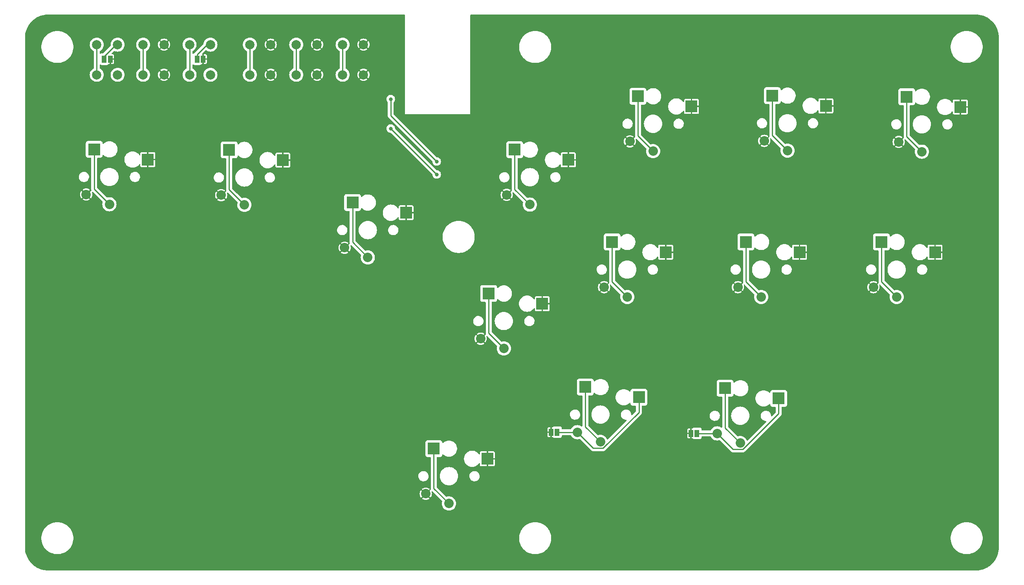
<source format=gbl>
%TF.GenerationSoftware,KiCad,Pcbnew,7.0.5*%
%TF.CreationDate,2023-08-12T18:11:27-04:00*%
%TF.ProjectId,Flatbox-rev5B,466c6174-626f-4782-9d72-657635422e6b,rev?*%
%TF.SameCoordinates,Original*%
%TF.FileFunction,Copper,L2,Bot*%
%TF.FilePolarity,Positive*%
%FSLAX46Y46*%
G04 Gerber Fmt 4.6, Leading zero omitted, Abs format (unit mm)*
G04 Created by KiCad (PCBNEW 7.0.5) date 2023-08-12 18:11:27*
%MOMM*%
%LPD*%
G01*
G04 APERTURE LIST*
%TA.AperFunction,SMDPad,CuDef*%
%ADD10R,2.600000X2.600000*%
%TD*%
%TA.AperFunction,ComponentPad*%
%ADD11C,2.032000*%
%TD*%
%TA.AperFunction,ComponentPad*%
%ADD12C,2.000000*%
%TD*%
%TA.AperFunction,SMDPad,CuDef*%
%ADD13R,1.000000X1.500000*%
%TD*%
%TA.AperFunction,ViaPad*%
%ADD14C,0.800000*%
%TD*%
%TA.AperFunction,Conductor*%
%ADD15C,0.254000*%
%TD*%
G04 APERTURE END LIST*
D10*
X84045000Y-59220000D03*
D11*
X87320000Y-71070000D03*
X82320000Y-68970000D03*
D10*
X95595000Y-61420000D03*
X110645000Y-70570000D03*
D11*
X113920000Y-82420000D03*
X108920000Y-80320000D03*
D10*
X122195000Y-72770000D03*
X128145000Y-123670000D03*
D11*
X131420000Y-135520000D03*
X126420000Y-133420000D03*
D10*
X139695000Y-125870000D03*
X145585000Y-59160000D03*
D11*
X148860000Y-71010000D03*
X143860000Y-68910000D03*
D10*
X157135000Y-61360000D03*
X172145000Y-47630000D03*
D11*
X175420000Y-59480000D03*
X170420000Y-57380000D03*
D10*
X183695000Y-49830000D03*
X201115000Y-47510000D03*
D11*
X204390000Y-59360000D03*
X199390000Y-57260000D03*
D10*
X212665000Y-49710000D03*
X230085000Y-47750000D03*
D11*
X233360000Y-59600000D03*
X228360000Y-57500000D03*
D10*
X241635000Y-49950000D03*
X139975000Y-90200000D03*
D11*
X143250000Y-102050000D03*
X138250000Y-99950000D03*
D10*
X151525000Y-92400000D03*
X166585000Y-79090000D03*
D11*
X169860000Y-90940000D03*
X164860000Y-88840000D03*
D10*
X178135000Y-81290000D03*
X195435000Y-79090000D03*
D11*
X198710000Y-90940000D03*
X193710000Y-88840000D03*
D10*
X206985000Y-81290000D03*
X224645000Y-79090000D03*
D11*
X227920000Y-90940000D03*
X222920000Y-88840000D03*
D10*
X236195000Y-81290000D03*
X54950000Y-59100000D03*
D11*
X58225000Y-70950000D03*
X53225000Y-68850000D03*
D10*
X66500000Y-61300000D03*
D12*
X88500000Y-43000000D03*
X88500000Y-36500000D03*
X93000000Y-43000000D03*
X93000000Y-36500000D03*
X65500000Y-43000000D03*
X65500000Y-36500000D03*
X70000000Y-43000000D03*
X70000000Y-36500000D03*
X98500000Y-43000000D03*
X98500000Y-36500000D03*
X103000000Y-43000000D03*
X103000000Y-36500000D03*
D10*
X160809000Y-110382000D03*
D11*
X164084000Y-122232000D03*
X159084000Y-120132000D03*
D10*
X172359000Y-112582000D03*
X190943111Y-110636000D03*
D11*
X194218111Y-122486000D03*
X189218111Y-120386000D03*
D10*
X202493111Y-112836000D03*
D12*
X108500000Y-43000000D03*
X108500000Y-36500000D03*
X113000000Y-43000000D03*
X113000000Y-36500000D03*
X75500000Y-43000000D03*
X75500000Y-36500000D03*
X80000000Y-43000000D03*
X80000000Y-36500000D03*
X55500000Y-43000000D03*
X55500000Y-36500000D03*
X60000000Y-43000000D03*
X60000000Y-36500000D03*
D13*
X153434000Y-120132000D03*
X154734000Y-120132000D03*
X58420000Y-39624000D03*
X57120000Y-39624000D03*
X183568111Y-120386000D03*
X184868111Y-120386000D03*
X78420000Y-39624000D03*
X77120000Y-39624000D03*
D14*
X117400000Y-34400000D03*
X128778000Y-64516000D03*
X118872000Y-54610000D03*
X128778000Y-61722000D03*
X118872000Y-48258500D03*
D15*
X58225000Y-70950000D02*
X54950000Y-67675000D01*
X54950000Y-67675000D02*
X54950000Y-59100000D01*
X84045000Y-59220000D02*
X84045000Y-67795000D01*
X84045000Y-67795000D02*
X87320000Y-71070000D01*
X110645000Y-70570000D02*
X110645000Y-79145000D01*
X110645000Y-79145000D02*
X113920000Y-82420000D01*
X128145000Y-123670000D02*
X128145000Y-132245000D01*
X128145000Y-132245000D02*
X131420000Y-135520000D01*
X230085000Y-56325000D02*
X233360000Y-59600000D01*
X230085000Y-47750000D02*
X230085000Y-56325000D01*
X201115000Y-47510000D02*
X201115000Y-56085000D01*
X201115000Y-56085000D02*
X204390000Y-59360000D01*
X172145000Y-47630000D02*
X172145000Y-56205000D01*
X172145000Y-56205000D02*
X175420000Y-59480000D01*
X145585000Y-59160000D02*
X145585000Y-67735000D01*
X145585000Y-67735000D02*
X148860000Y-71010000D01*
X166585000Y-79090000D02*
X166585000Y-87665000D01*
X166585000Y-87665000D02*
X169860000Y-90940000D01*
X139975000Y-90200000D02*
X139975000Y-98775000D01*
X139975000Y-98775000D02*
X143250000Y-102050000D01*
X195435000Y-79090000D02*
X195435000Y-87665000D01*
X195435000Y-87665000D02*
X198710000Y-90940000D01*
X224645000Y-87665000D02*
X227920000Y-90940000D01*
X224645000Y-79090000D02*
X224645000Y-87665000D01*
X65500000Y-36500000D02*
X65500000Y-43000000D01*
X160809000Y-110382000D02*
X160809000Y-118957000D01*
X55500000Y-36500000D02*
X55500000Y-43000000D01*
X118872000Y-54610000D02*
X128778000Y-64516000D01*
X160809000Y-118957000D02*
X164084000Y-122232000D01*
X118872000Y-48258500D02*
X118872000Y-51816000D01*
X190943111Y-119211000D02*
X194218111Y-122486000D01*
X118872000Y-51816000D02*
X128778000Y-61722000D01*
X75500000Y-36500000D02*
X75500000Y-43000000D01*
X190943111Y-110636000D02*
X190943111Y-119211000D01*
X88500000Y-36500000D02*
X88500000Y-43000000D01*
X98500000Y-36500000D02*
X98500000Y-43000000D01*
X108500000Y-36500000D02*
X108500000Y-43000000D01*
X57120000Y-39624000D02*
X57120000Y-39020000D01*
X59640000Y-36500000D02*
X60000000Y-36500000D01*
X57120000Y-39020000D02*
X59640000Y-36500000D01*
X77120000Y-38620000D02*
X79240000Y-36500000D01*
X79240000Y-36500000D02*
X80000000Y-36500000D01*
X77120000Y-39624000D02*
X77120000Y-38620000D01*
X164640289Y-123575000D02*
X172359000Y-115856289D01*
X162527000Y-123575000D02*
X164640289Y-123575000D01*
X172359000Y-115856289D02*
X172359000Y-112582000D01*
X159084000Y-120132000D02*
X154734000Y-120132000D01*
X159084000Y-120132000D02*
X162527000Y-123575000D01*
X192661111Y-123829000D02*
X189218111Y-120386000D01*
X184868111Y-120386000D02*
X189218111Y-120386000D01*
X202493111Y-116110289D02*
X194774400Y-123829000D01*
X194774400Y-123829000D02*
X192661111Y-123829000D01*
X202493111Y-112836000D02*
X202493111Y-116110289D01*
%TA.AperFunction,Conductor*%
G36*
X121916621Y-30045502D02*
G01*
X121963114Y-30099158D01*
X121974500Y-30151500D01*
X121974500Y-51469866D01*
X121972398Y-51480434D01*
X121972399Y-51500001D01*
X121976552Y-51510027D01*
X121976553Y-51510033D01*
X121976555Y-51510033D01*
X121980482Y-51519516D01*
X121980483Y-51519517D01*
X122000000Y-51527601D01*
X122000000Y-51527600D01*
X122000001Y-51527601D01*
X122019575Y-51527601D01*
X122030137Y-51525500D01*
X135969863Y-51525500D01*
X135980425Y-51527601D01*
X135999999Y-51527601D01*
X135999999Y-51527600D01*
X136000000Y-51527601D01*
X136019517Y-51519517D01*
X136023445Y-51510033D01*
X136027601Y-51500000D01*
X136027600Y-51499998D01*
X136027601Y-51499998D01*
X136027601Y-51480434D01*
X136025500Y-51469866D01*
X136025500Y-37187088D01*
X146549500Y-37187088D01*
X146589952Y-37559037D01*
X146589957Y-37559066D01*
X146670385Y-37924454D01*
X146670390Y-37924471D01*
X146789857Y-38279037D01*
X146789862Y-38279049D01*
X146935348Y-38593509D01*
X146946964Y-38618617D01*
X147139864Y-38939220D01*
X147366297Y-39237087D01*
X147366301Y-39237091D01*
X147366309Y-39237101D01*
X147590713Y-39474000D01*
X147623608Y-39508727D01*
X147908779Y-39750954D01*
X148218469Y-39960927D01*
X148218469Y-39960928D01*
X148218479Y-39960934D01*
X148438853Y-40077768D01*
X148549045Y-40136189D01*
X148896632Y-40274680D01*
X149257155Y-40374779D01*
X149257159Y-40374780D01*
X149364845Y-40392433D01*
X149626387Y-40435311D01*
X149798182Y-40444625D01*
X149906517Y-40450500D01*
X149906528Y-40450500D01*
X150093483Y-40450500D01*
X150198138Y-40444825D01*
X150373613Y-40435311D01*
X150686438Y-40384026D01*
X150742840Y-40374780D01*
X150742841Y-40374779D01*
X150742845Y-40374779D01*
X151103368Y-40274680D01*
X151450955Y-40136189D01*
X151781531Y-39960928D01*
X152091221Y-39750954D01*
X152376392Y-39508727D01*
X152633703Y-39237087D01*
X152860136Y-38939220D01*
X153053036Y-38618617D01*
X153210142Y-38279038D01*
X153329613Y-37924462D01*
X153410046Y-37559049D01*
X153450499Y-37187088D01*
X239549500Y-37187088D01*
X239589952Y-37559037D01*
X239589957Y-37559066D01*
X239670385Y-37924454D01*
X239670390Y-37924471D01*
X239789857Y-38279037D01*
X239789862Y-38279049D01*
X239935348Y-38593509D01*
X239946964Y-38618617D01*
X240139864Y-38939220D01*
X240366297Y-39237087D01*
X240366301Y-39237091D01*
X240366309Y-39237101D01*
X240590713Y-39474000D01*
X240623608Y-39508727D01*
X240908779Y-39750954D01*
X241218468Y-39960928D01*
X241218469Y-39960928D01*
X241218479Y-39960934D01*
X241438852Y-40077768D01*
X241549045Y-40136189D01*
X241896632Y-40274680D01*
X242257155Y-40374779D01*
X242257159Y-40374780D01*
X242364845Y-40392433D01*
X242626387Y-40435311D01*
X242798182Y-40444625D01*
X242906517Y-40450500D01*
X242906528Y-40450500D01*
X243093483Y-40450500D01*
X243198138Y-40444825D01*
X243373613Y-40435311D01*
X243686438Y-40384026D01*
X243742840Y-40374780D01*
X243742841Y-40374779D01*
X243742845Y-40374779D01*
X244103368Y-40274680D01*
X244450955Y-40136189D01*
X244781531Y-39960928D01*
X245091221Y-39750954D01*
X245376392Y-39508727D01*
X245633703Y-39237087D01*
X245860136Y-38939220D01*
X246053036Y-38618617D01*
X246210142Y-38279038D01*
X246329613Y-37924462D01*
X246410046Y-37559049D01*
X246450500Y-37187081D01*
X246450500Y-36812919D01*
X246410046Y-36440951D01*
X246329613Y-36075538D01*
X246210142Y-35720962D01*
X246210137Y-35720950D01*
X246075543Y-35430031D01*
X246053036Y-35381383D01*
X245860136Y-35060780D01*
X245633703Y-34762913D01*
X245633697Y-34762906D01*
X245633690Y-34762898D01*
X245376391Y-34491272D01*
X245325833Y-34448327D01*
X245091221Y-34249046D01*
X244781531Y-34039072D01*
X244781530Y-34039071D01*
X244781520Y-34039065D01*
X244450959Y-33863813D01*
X244450957Y-33863812D01*
X244450955Y-33863811D01*
X244450948Y-33863808D01*
X244450943Y-33863806D01*
X244103368Y-33725320D01*
X243742840Y-33625219D01*
X243373613Y-33564689D01*
X243093483Y-33549500D01*
X243093472Y-33549500D01*
X242906528Y-33549500D01*
X242906517Y-33549500D01*
X242626386Y-33564689D01*
X242257159Y-33625219D01*
X241896631Y-33725320D01*
X241549056Y-33863806D01*
X241549040Y-33863813D01*
X241218479Y-34039065D01*
X241218469Y-34039071D01*
X240908780Y-34249045D01*
X240623608Y-34491272D01*
X240366309Y-34762898D01*
X240366296Y-34762914D01*
X240139867Y-35060775D01*
X240139863Y-35060781D01*
X239946965Y-35381381D01*
X239946961Y-35381388D01*
X239789862Y-35720950D01*
X239789857Y-35720962D01*
X239670390Y-36075528D01*
X239670385Y-36075545D01*
X239589957Y-36440933D01*
X239589952Y-36440962D01*
X239549500Y-36812911D01*
X239549500Y-37187088D01*
X153450499Y-37187088D01*
X153450500Y-37187081D01*
X153450500Y-36812919D01*
X153410046Y-36440951D01*
X153329613Y-36075538D01*
X153210142Y-35720962D01*
X153210137Y-35720950D01*
X153075543Y-35430031D01*
X153053036Y-35381383D01*
X152860136Y-35060780D01*
X152633703Y-34762913D01*
X152633697Y-34762906D01*
X152633690Y-34762898D01*
X152376391Y-34491272D01*
X152325833Y-34448327D01*
X152091221Y-34249046D01*
X151781531Y-34039072D01*
X151781530Y-34039071D01*
X151781520Y-34039065D01*
X151450959Y-33863813D01*
X151450957Y-33863812D01*
X151450955Y-33863811D01*
X151450948Y-33863808D01*
X151450943Y-33863806D01*
X151103368Y-33725320D01*
X150742840Y-33625219D01*
X150373613Y-33564689D01*
X150093483Y-33549500D01*
X150093472Y-33549500D01*
X149906528Y-33549500D01*
X149906517Y-33549500D01*
X149626386Y-33564689D01*
X149257159Y-33625219D01*
X148896631Y-33725320D01*
X148549056Y-33863806D01*
X148549040Y-33863813D01*
X148218479Y-34039065D01*
X148218469Y-34039071D01*
X147908780Y-34249045D01*
X147623608Y-34491272D01*
X147366309Y-34762898D01*
X147366296Y-34762914D01*
X147139867Y-35060775D01*
X147139863Y-35060781D01*
X146946965Y-35381381D01*
X146946961Y-35381388D01*
X146789862Y-35720950D01*
X146789857Y-35720962D01*
X146670390Y-36075528D01*
X146670385Y-36075545D01*
X146589957Y-36440933D01*
X146589952Y-36440962D01*
X146549500Y-36812911D01*
X146549500Y-37187088D01*
X136025500Y-37187088D01*
X136025500Y-30151500D01*
X136045502Y-30083379D01*
X136099158Y-30036886D01*
X136151500Y-30025500D01*
X244991715Y-30025500D01*
X244998706Y-30025500D01*
X245001301Y-30025553D01*
X245408216Y-30042383D01*
X245413342Y-30042808D01*
X245816197Y-30093024D01*
X245821310Y-30093877D01*
X246218636Y-30177187D01*
X246223650Y-30178457D01*
X246612742Y-30294295D01*
X246617635Y-30295975D01*
X246995823Y-30443545D01*
X247000572Y-30445629D01*
X247365258Y-30623913D01*
X247369836Y-30626390D01*
X247718559Y-30834183D01*
X247722912Y-30837028D01*
X248053276Y-31072904D01*
X248057387Y-31076103D01*
X248367157Y-31338465D01*
X248370977Y-31341981D01*
X248658017Y-31629021D01*
X248661534Y-31632842D01*
X248923896Y-31942612D01*
X248927095Y-31946723D01*
X249162971Y-32277087D01*
X249165821Y-32281448D01*
X249373607Y-32630160D01*
X249376086Y-32634741D01*
X249554370Y-32999427D01*
X249556463Y-33004197D01*
X249704018Y-33382347D01*
X249705710Y-33387274D01*
X249821539Y-33776337D01*
X249822816Y-33781380D01*
X249861906Y-33967808D01*
X249906119Y-34178673D01*
X249906976Y-34183811D01*
X249957189Y-34586635D01*
X249957617Y-34591805D01*
X249973956Y-34986835D01*
X249974446Y-34998688D01*
X249974500Y-35001292D01*
X249974500Y-144998706D01*
X249974446Y-145001301D01*
X249964695Y-145237085D01*
X249957618Y-145408186D01*
X249957188Y-145413378D01*
X249906976Y-145816188D01*
X249906119Y-145821326D01*
X249822818Y-146218612D01*
X249821539Y-146223662D01*
X249705710Y-146612725D01*
X249704018Y-146617652D01*
X249556463Y-146995802D01*
X249554370Y-147000572D01*
X249376086Y-147365258D01*
X249373607Y-147369839D01*
X249165821Y-147718551D01*
X249162971Y-147722912D01*
X248927095Y-148053276D01*
X248923896Y-148057387D01*
X248661534Y-148367157D01*
X248658006Y-148370990D01*
X248370990Y-148658006D01*
X248367157Y-148661534D01*
X248057387Y-148923896D01*
X248053276Y-148927095D01*
X247722912Y-149162971D01*
X247718551Y-149165821D01*
X247369839Y-149373607D01*
X247365258Y-149376086D01*
X247000572Y-149554370D01*
X246995802Y-149556463D01*
X246617652Y-149704018D01*
X246612725Y-149705710D01*
X246223662Y-149821539D01*
X246218612Y-149822818D01*
X245821326Y-149906119D01*
X245816188Y-149906976D01*
X245591369Y-149935000D01*
X245413366Y-149957188D01*
X245408192Y-149957617D01*
X245001301Y-149974446D01*
X244998706Y-149974500D01*
X45001294Y-149974500D01*
X44998698Y-149974446D01*
X44591805Y-149957617D01*
X44586635Y-149957189D01*
X44361802Y-149929163D01*
X44183811Y-149906976D01*
X44178673Y-149906119D01*
X44061423Y-149881534D01*
X43781380Y-149822816D01*
X43776337Y-149821539D01*
X43387274Y-149705710D01*
X43382347Y-149704018D01*
X43335438Y-149685714D01*
X43004188Y-149556459D01*
X42999427Y-149554370D01*
X42634741Y-149376086D01*
X42630160Y-149373607D01*
X42281448Y-149165821D01*
X42277087Y-149162971D01*
X41946723Y-148927095D01*
X41942612Y-148923896D01*
X41632842Y-148661534D01*
X41629021Y-148658017D01*
X41341981Y-148370977D01*
X41338465Y-148367157D01*
X41076103Y-148057387D01*
X41072904Y-148053276D01*
X40837028Y-147722912D01*
X40834178Y-147718551D01*
X40626392Y-147369839D01*
X40623913Y-147365258D01*
X40445629Y-147000572D01*
X40443545Y-146995823D01*
X40295975Y-146617635D01*
X40294295Y-146612742D01*
X40178457Y-146223650D01*
X40177187Y-146218636D01*
X40093877Y-145821310D01*
X40093023Y-145816188D01*
X40042808Y-145413342D01*
X40042383Y-145408216D01*
X40025553Y-145001301D01*
X40025500Y-144998706D01*
X40025500Y-143187088D01*
X43549500Y-143187088D01*
X43589952Y-143559037D01*
X43589957Y-143559066D01*
X43670385Y-143924454D01*
X43670390Y-143924471D01*
X43789857Y-144279037D01*
X43789862Y-144279049D01*
X43946961Y-144618611D01*
X43946964Y-144618617D01*
X44139864Y-144939220D01*
X44366297Y-145237087D01*
X44366301Y-145237091D01*
X44366309Y-145237101D01*
X44623607Y-145508727D01*
X44623608Y-145508727D01*
X44908779Y-145750954D01*
X45218469Y-145960927D01*
X45218469Y-145960928D01*
X45218479Y-145960934D01*
X45438853Y-146077768D01*
X45549045Y-146136189D01*
X45896632Y-146274680D01*
X46257155Y-146374779D01*
X46257159Y-146374780D01*
X46364845Y-146392433D01*
X46626387Y-146435311D01*
X46798182Y-146444625D01*
X46906517Y-146450500D01*
X46906528Y-146450500D01*
X47093483Y-146450500D01*
X47198138Y-146444825D01*
X47373613Y-146435311D01*
X47686438Y-146384026D01*
X47742840Y-146374780D01*
X47742841Y-146374779D01*
X47742845Y-146374779D01*
X48103368Y-146274680D01*
X48450955Y-146136189D01*
X48781531Y-145960928D01*
X49091221Y-145750954D01*
X49376392Y-145508727D01*
X49633703Y-145237087D01*
X49860136Y-144939220D01*
X50053036Y-144618617D01*
X50210142Y-144279038D01*
X50329613Y-143924462D01*
X50410046Y-143559049D01*
X50450499Y-143187088D01*
X146549500Y-143187088D01*
X146589952Y-143559037D01*
X146589957Y-143559066D01*
X146670385Y-143924454D01*
X146670390Y-143924471D01*
X146789857Y-144279037D01*
X146789862Y-144279049D01*
X146946961Y-144618611D01*
X146946964Y-144618617D01*
X147139864Y-144939220D01*
X147366297Y-145237087D01*
X147366301Y-145237091D01*
X147366309Y-145237101D01*
X147623608Y-145508727D01*
X147908779Y-145750954D01*
X148218469Y-145960928D01*
X148218479Y-145960934D01*
X148438852Y-146077768D01*
X148549045Y-146136189D01*
X148896632Y-146274680D01*
X149257155Y-146374779D01*
X149257159Y-146374780D01*
X149364845Y-146392433D01*
X149626387Y-146435311D01*
X149798182Y-146444625D01*
X149906517Y-146450500D01*
X149906528Y-146450500D01*
X150093483Y-146450500D01*
X150198138Y-146444825D01*
X150373613Y-146435311D01*
X150686438Y-146384026D01*
X150742840Y-146374780D01*
X150742841Y-146374779D01*
X150742845Y-146374779D01*
X151103368Y-146274680D01*
X151450955Y-146136189D01*
X151781531Y-145960928D01*
X152091221Y-145750954D01*
X152376392Y-145508727D01*
X152633703Y-145237087D01*
X152860136Y-144939220D01*
X153053036Y-144618617D01*
X153210142Y-144279038D01*
X153329613Y-143924462D01*
X153410046Y-143559049D01*
X153450499Y-143187088D01*
X239549500Y-143187088D01*
X239589952Y-143559037D01*
X239589957Y-143559066D01*
X239670385Y-143924454D01*
X239670390Y-143924471D01*
X239789857Y-144279037D01*
X239789862Y-144279049D01*
X239946961Y-144618611D01*
X239946964Y-144618617D01*
X240139864Y-144939220D01*
X240366297Y-145237087D01*
X240366301Y-145237091D01*
X240366309Y-145237101D01*
X240623608Y-145508727D01*
X240908779Y-145750954D01*
X241218469Y-145960927D01*
X241218469Y-145960928D01*
X241218479Y-145960934D01*
X241438852Y-146077768D01*
X241549045Y-146136189D01*
X241896632Y-146274680D01*
X242257155Y-146374779D01*
X242257159Y-146374780D01*
X242364845Y-146392433D01*
X242626387Y-146435311D01*
X242798182Y-146444625D01*
X242906517Y-146450500D01*
X242906528Y-146450500D01*
X243093483Y-146450500D01*
X243198138Y-146444825D01*
X243373613Y-146435311D01*
X243686438Y-146384026D01*
X243742840Y-146374780D01*
X243742841Y-146374779D01*
X243742845Y-146374779D01*
X244103368Y-146274680D01*
X244450955Y-146136189D01*
X244781531Y-145960928D01*
X245091221Y-145750954D01*
X245376392Y-145508727D01*
X245633703Y-145237087D01*
X245860136Y-144939220D01*
X246053036Y-144618617D01*
X246210142Y-144279038D01*
X246329613Y-143924462D01*
X246410046Y-143559049D01*
X246450500Y-143187081D01*
X246450500Y-142812919D01*
X246410046Y-142440951D01*
X246329613Y-142075538D01*
X246210142Y-141720962D01*
X246210137Y-141720950D01*
X246053038Y-141381388D01*
X246053036Y-141381383D01*
X245860136Y-141060780D01*
X245633703Y-140762913D01*
X245633697Y-140762906D01*
X245633690Y-140762898D01*
X245376391Y-140491272D01*
X245325833Y-140448327D01*
X245091221Y-140249046D01*
X244781531Y-140039072D01*
X244781530Y-140039071D01*
X244781520Y-140039065D01*
X244450959Y-139863813D01*
X244450957Y-139863812D01*
X244450955Y-139863811D01*
X244450948Y-139863808D01*
X244450943Y-139863806D01*
X244103368Y-139725320D01*
X243742840Y-139625219D01*
X243373613Y-139564689D01*
X243093483Y-139549500D01*
X243093472Y-139549500D01*
X242906528Y-139549500D01*
X242906517Y-139549500D01*
X242626386Y-139564689D01*
X242257159Y-139625219D01*
X241896631Y-139725320D01*
X241549056Y-139863806D01*
X241549040Y-139863813D01*
X241218479Y-140039065D01*
X241218469Y-140039071D01*
X240908780Y-140249045D01*
X240623608Y-140491272D01*
X240366309Y-140762898D01*
X240366296Y-140762914D01*
X240139867Y-141060775D01*
X240139863Y-141060781D01*
X239946965Y-141381381D01*
X239946961Y-141381388D01*
X239789862Y-141720950D01*
X239789857Y-141720962D01*
X239670390Y-142075528D01*
X239670385Y-142075545D01*
X239589957Y-142440933D01*
X239589952Y-142440962D01*
X239549500Y-142812911D01*
X239549500Y-143187088D01*
X153450499Y-143187088D01*
X153450500Y-143187081D01*
X153450500Y-142812919D01*
X153410046Y-142440951D01*
X153329613Y-142075538D01*
X153210142Y-141720962D01*
X153210137Y-141720950D01*
X153053038Y-141381388D01*
X153053036Y-141381383D01*
X152860136Y-141060780D01*
X152633703Y-140762913D01*
X152633697Y-140762906D01*
X152633690Y-140762898D01*
X152376391Y-140491272D01*
X152325833Y-140448328D01*
X152091221Y-140249046D01*
X151781531Y-140039072D01*
X151781530Y-140039071D01*
X151781520Y-140039065D01*
X151450959Y-139863813D01*
X151450957Y-139863812D01*
X151450955Y-139863811D01*
X151450948Y-139863808D01*
X151450943Y-139863806D01*
X151103368Y-139725320D01*
X150742840Y-139625219D01*
X150373613Y-139564689D01*
X150093483Y-139549500D01*
X150093472Y-139549500D01*
X149906528Y-139549500D01*
X149906517Y-139549500D01*
X149626386Y-139564689D01*
X149257159Y-139625219D01*
X148896631Y-139725320D01*
X148549056Y-139863806D01*
X148549040Y-139863813D01*
X148218479Y-140039065D01*
X148218469Y-140039071D01*
X147908780Y-140249045D01*
X147623608Y-140491272D01*
X147366309Y-140762898D01*
X147366296Y-140762914D01*
X147139867Y-141060775D01*
X147139863Y-141060781D01*
X146946965Y-141381381D01*
X146946961Y-141381388D01*
X146789862Y-141720950D01*
X146789857Y-141720962D01*
X146670390Y-142075528D01*
X146670385Y-142075545D01*
X146589957Y-142440933D01*
X146589952Y-142440962D01*
X146549500Y-142812911D01*
X146549500Y-143187088D01*
X50450499Y-143187088D01*
X50450500Y-143187081D01*
X50450500Y-142812919D01*
X50410046Y-142440951D01*
X50329613Y-142075538D01*
X50210142Y-141720962D01*
X50210137Y-141720950D01*
X50053038Y-141381388D01*
X50053036Y-141381383D01*
X49860136Y-141060780D01*
X49633703Y-140762913D01*
X49633697Y-140762906D01*
X49633690Y-140762898D01*
X49376391Y-140491272D01*
X49325833Y-140448327D01*
X49091221Y-140249046D01*
X48781531Y-140039072D01*
X48781530Y-140039071D01*
X48781520Y-140039065D01*
X48450959Y-139863813D01*
X48450957Y-139863812D01*
X48450955Y-139863811D01*
X48450948Y-139863808D01*
X48450943Y-139863806D01*
X48103368Y-139725320D01*
X47742840Y-139625219D01*
X47373613Y-139564689D01*
X47093483Y-139549500D01*
X47093472Y-139549500D01*
X46906528Y-139549500D01*
X46906517Y-139549500D01*
X46626386Y-139564689D01*
X46257159Y-139625219D01*
X45896631Y-139725320D01*
X45549056Y-139863806D01*
X45549040Y-139863813D01*
X45218479Y-140039065D01*
X45218469Y-140039071D01*
X44908780Y-140249045D01*
X44623608Y-140491272D01*
X44366309Y-140762898D01*
X44366296Y-140762914D01*
X44139867Y-141060775D01*
X44139863Y-141060781D01*
X43946965Y-141381381D01*
X43946961Y-141381388D01*
X43789862Y-141720950D01*
X43789857Y-141720962D01*
X43670390Y-142075528D01*
X43670385Y-142075545D01*
X43589957Y-142440933D01*
X43589952Y-142440962D01*
X43549500Y-142812911D01*
X43549500Y-143187088D01*
X40025500Y-143187088D01*
X40025500Y-133419999D01*
X125098973Y-133419999D01*
X125119042Y-133649393D01*
X125178640Y-133871815D01*
X125178642Y-133871821D01*
X125275957Y-134080514D01*
X125387727Y-134240138D01*
X125387729Y-134240138D01*
X125877548Y-133750318D01*
X125926835Y-133827981D01*
X126043790Y-133937809D01*
X126089301Y-133962829D01*
X125599860Y-134452270D01*
X125599860Y-134452272D01*
X125759485Y-134564042D01*
X125759487Y-134564043D01*
X125968178Y-134661357D01*
X125968184Y-134661359D01*
X126190606Y-134720957D01*
X126420000Y-134741026D01*
X126649393Y-134720957D01*
X126871815Y-134661359D01*
X126871821Y-134661357D01*
X127080513Y-134564043D01*
X127240138Y-134452271D01*
X127240138Y-134452269D01*
X126751744Y-133963875D01*
X126858142Y-133886574D01*
X126960410Y-133762954D01*
X126965105Y-133752974D01*
X127452269Y-134240138D01*
X127452271Y-134240138D01*
X127564043Y-134080513D01*
X127661357Y-133871821D01*
X127661359Y-133871815D01*
X127720957Y-133649393D01*
X127741026Y-133419999D01*
X127720957Y-133190606D01*
X127670296Y-133001536D01*
X127671986Y-132930560D01*
X127711780Y-132871764D01*
X127777044Y-132843816D01*
X127847058Y-132855589D01*
X127881098Y-132879830D01*
X129931820Y-134930552D01*
X129965846Y-134992864D01*
X129965244Y-135049061D01*
X129909613Y-135280778D01*
X129890786Y-135520000D01*
X129909613Y-135759221D01*
X129965630Y-135992551D01*
X129965631Y-135992553D01*
X130057460Y-136214249D01*
X130182840Y-136418849D01*
X130338682Y-136601318D01*
X130521151Y-136757160D01*
X130725751Y-136882540D01*
X130947447Y-136974369D01*
X131180778Y-137030387D01*
X131420000Y-137049214D01*
X131659222Y-137030387D01*
X131892553Y-136974369D01*
X132114249Y-136882540D01*
X132318849Y-136757160D01*
X132501318Y-136601318D01*
X132657160Y-136418849D01*
X132782540Y-136214249D01*
X132874369Y-135992553D01*
X132930387Y-135759222D01*
X132949214Y-135520000D01*
X132930387Y-135280778D01*
X132874369Y-135047447D01*
X132782540Y-134825751D01*
X132657160Y-134621151D01*
X132501318Y-134438682D01*
X132318849Y-134282840D01*
X132114249Y-134157460D01*
X131892553Y-134065631D01*
X131892551Y-134065630D01*
X131732936Y-134027310D01*
X131659222Y-134009613D01*
X131420000Y-133990786D01*
X131180778Y-134009613D01*
X130949061Y-134065243D01*
X130878153Y-134061696D01*
X130830552Y-134031819D01*
X128817405Y-132018672D01*
X128783379Y-131956360D01*
X128780500Y-131929577D01*
X128780500Y-129620000D01*
X129449981Y-129620000D01*
X129470033Y-129900366D01*
X129529778Y-130175009D01*
X129529778Y-130175010D01*
X129628007Y-130438374D01*
X129689159Y-130550364D01*
X129762715Y-130685073D01*
X129931159Y-130910088D01*
X129931160Y-130910089D01*
X129931168Y-130910098D01*
X130129901Y-131108831D01*
X130129910Y-131108839D01*
X130129912Y-131108841D01*
X130354927Y-131277285D01*
X130601625Y-131411992D01*
X130864982Y-131510219D01*
X130864985Y-131510219D01*
X130864989Y-131510221D01*
X131023934Y-131544797D01*
X131139637Y-131569967D01*
X131349825Y-131585000D01*
X131349831Y-131585000D01*
X131490169Y-131585000D01*
X131490175Y-131585000D01*
X131700363Y-131569967D01*
X131975009Y-131510221D01*
X131975010Y-131510221D01*
X131975011Y-131510220D01*
X131975018Y-131510219D01*
X132238375Y-131411992D01*
X132485073Y-131277285D01*
X132710088Y-131108841D01*
X132908841Y-130910088D01*
X133077285Y-130685073D01*
X133211992Y-130438375D01*
X133310219Y-130175018D01*
X133369967Y-129900363D01*
X133390019Y-129620000D01*
X133386254Y-129567353D01*
X135814842Y-129567353D01*
X135824850Y-129777448D01*
X135824852Y-129777461D01*
X135874440Y-129981865D01*
X135874442Y-129981871D01*
X135961821Y-130173205D01*
X136083831Y-130344544D01*
X136236063Y-130489697D01*
X136236065Y-130489698D01*
X136236067Y-130489700D01*
X136331096Y-130550771D01*
X136413014Y-130603416D01*
X136608288Y-130681593D01*
X136814829Y-130721400D01*
X136814833Y-130721400D01*
X136972466Y-130721400D01*
X136972468Y-130721400D01*
X137129389Y-130706416D01*
X137331211Y-130647156D01*
X137518170Y-130550771D01*
X137683510Y-130420747D01*
X137821255Y-130261781D01*
X137926426Y-130079619D01*
X137995222Y-129880846D01*
X138025157Y-129672645D01*
X138020141Y-129567353D01*
X138015149Y-129462551D01*
X138015148Y-129462546D01*
X138015148Y-129462541D01*
X137965558Y-129258129D01*
X137878179Y-129066795D01*
X137756169Y-128895456D01*
X137603937Y-128750303D01*
X137603934Y-128750301D01*
X137603932Y-128750299D01*
X137426988Y-128636585D01*
X137231716Y-128558408D01*
X137231712Y-128558407D01*
X137190403Y-128550445D01*
X137025175Y-128518600D01*
X137025171Y-128518600D01*
X136867532Y-128518600D01*
X136867530Y-128518600D01*
X136867512Y-128518601D01*
X136710621Y-128533582D01*
X136710606Y-128533585D01*
X136508794Y-128592842D01*
X136508787Y-128592845D01*
X136321832Y-128689227D01*
X136156489Y-128819253D01*
X136018745Y-128978219D01*
X136018744Y-128978220D01*
X136018743Y-128978220D01*
X135913574Y-129160380D01*
X135913571Y-129160385D01*
X135844780Y-129359146D01*
X135844776Y-129359161D01*
X135814842Y-129567353D01*
X133386254Y-129567353D01*
X133369967Y-129339637D01*
X133330972Y-129160380D01*
X133310221Y-129064990D01*
X133310221Y-129064989D01*
X133310219Y-129064985D01*
X133310219Y-129064982D01*
X133211992Y-128801625D01*
X133077285Y-128554927D01*
X132908841Y-128329912D01*
X132908839Y-128329910D01*
X132908831Y-128329901D01*
X132710098Y-128131168D01*
X132710089Y-128131160D01*
X132710088Y-128131159D01*
X132485073Y-127962715D01*
X132238375Y-127828008D01*
X132238374Y-127828007D01*
X131975010Y-127729778D01*
X131700365Y-127670033D01*
X131700366Y-127670033D01*
X131630300Y-127665022D01*
X131490175Y-127655000D01*
X131349825Y-127655000D01*
X131209699Y-127665022D01*
X131139634Y-127670033D01*
X130864990Y-127729778D01*
X130864989Y-127729778D01*
X130601625Y-127828007D01*
X130354927Y-127962715D01*
X130129910Y-128131160D01*
X130129901Y-128131168D01*
X129931168Y-128329901D01*
X129931160Y-128329910D01*
X129762715Y-128554927D01*
X129628007Y-128801625D01*
X129529778Y-129064989D01*
X129529778Y-129064990D01*
X129470033Y-129339633D01*
X129449981Y-129620000D01*
X128780500Y-129620000D01*
X128780500Y-126001182D01*
X134669500Y-126001182D01*
X134691224Y-126145311D01*
X134708604Y-126260619D01*
X134785933Y-126511314D01*
X134785938Y-126511327D01*
X134899773Y-126747706D01*
X134899777Y-126747713D01*
X135023497Y-126929175D01*
X135047567Y-126964479D01*
X135226019Y-127156805D01*
X135431143Y-127320386D01*
X135431146Y-127320388D01*
X135658352Y-127451566D01*
X135658356Y-127451567D01*
X135658357Y-127451568D01*
X135902584Y-127547420D01*
X136158370Y-127605802D01*
X136354506Y-127620500D01*
X136354507Y-127620500D01*
X136485493Y-127620500D01*
X136485494Y-127620500D01*
X136681630Y-127605802D01*
X136937416Y-127547420D01*
X137181643Y-127451568D01*
X137181645Y-127451566D01*
X137181647Y-127451566D01*
X137295249Y-127385977D01*
X137408857Y-127320386D01*
X137613981Y-127156805D01*
X137792433Y-126964479D01*
X137864897Y-126858193D01*
X137919793Y-126813181D01*
X137990316Y-126804991D01*
X138054071Y-126836229D01*
X138090817Y-126896977D01*
X138095000Y-126929175D01*
X138095000Y-127214788D01*
X138095001Y-127214794D01*
X138097909Y-127239873D01*
X138097911Y-127239878D01*
X138143212Y-127342477D01*
X138222520Y-127421785D01*
X138222522Y-127421786D01*
X138325126Y-127467090D01*
X138325125Y-127467090D01*
X138350203Y-127469999D01*
X139545000Y-127469999D01*
X139545000Y-126020000D01*
X139845000Y-126020000D01*
X139845000Y-127469999D01*
X141039789Y-127469999D01*
X141039794Y-127469998D01*
X141064873Y-127467090D01*
X141064878Y-127467088D01*
X141167477Y-127421787D01*
X141246785Y-127342479D01*
X141246786Y-127342477D01*
X141292090Y-127239873D01*
X141294999Y-127214798D01*
X141295000Y-127214795D01*
X141295000Y-126020000D01*
X139845000Y-126020000D01*
X139545000Y-126020000D01*
X139545000Y-124270000D01*
X139845000Y-124270000D01*
X139845000Y-125720000D01*
X141294999Y-125720000D01*
X141294999Y-124525210D01*
X141294998Y-124525205D01*
X141292090Y-124500126D01*
X141292088Y-124500121D01*
X141246787Y-124397522D01*
X141167479Y-124318214D01*
X141167477Y-124318213D01*
X141064873Y-124272909D01*
X141064874Y-124272909D01*
X141039798Y-124270000D01*
X139845000Y-124270000D01*
X139545000Y-124270000D01*
X138350211Y-124270000D01*
X138350205Y-124270001D01*
X138325126Y-124272909D01*
X138325121Y-124272911D01*
X138222522Y-124318212D01*
X138143214Y-124397520D01*
X138143213Y-124397522D01*
X138097909Y-124500126D01*
X138095000Y-124525201D01*
X138095000Y-124810823D01*
X138074998Y-124878944D01*
X138021342Y-124925437D01*
X137951068Y-124935541D01*
X137886488Y-124906047D01*
X137864894Y-124881802D01*
X137792433Y-124775521D01*
X137613981Y-124583195D01*
X137408857Y-124419614D01*
X137408852Y-124419611D01*
X137408853Y-124419611D01*
X137181647Y-124288433D01*
X137181639Y-124288430D01*
X136937419Y-124192581D01*
X136937417Y-124192580D01*
X136681633Y-124134198D01*
X136534528Y-124123174D01*
X136485494Y-124119500D01*
X136354506Y-124119500D01*
X136315278Y-124122439D01*
X136158366Y-124134198D01*
X135902582Y-124192580D01*
X135902580Y-124192581D01*
X135658360Y-124288430D01*
X135658352Y-124288433D01*
X135431146Y-124419611D01*
X135226018Y-124583195D01*
X135047566Y-124775522D01*
X135047562Y-124775527D01*
X134899777Y-124992286D01*
X134899773Y-124992293D01*
X134785938Y-125228672D01*
X134785933Y-125228685D01*
X134708604Y-125479380D01*
X134686879Y-125623514D01*
X134669500Y-125738818D01*
X134669500Y-126001182D01*
X128780500Y-126001182D01*
X128780500Y-125604500D01*
X128800502Y-125536379D01*
X128854158Y-125489886D01*
X128906500Y-125478500D01*
X129493632Y-125478500D01*
X129493638Y-125478500D01*
X129493645Y-125478499D01*
X129493649Y-125478499D01*
X129554196Y-125471990D01*
X129554199Y-125471989D01*
X129554201Y-125471989D01*
X129691204Y-125420889D01*
X129808261Y-125333261D01*
X129895889Y-125216204D01*
X129946989Y-125079201D01*
X129953500Y-125018638D01*
X129953500Y-124984141D01*
X129973499Y-124916024D01*
X130027154Y-124869530D01*
X130097427Y-124859424D01*
X130162009Y-124888915D01*
X130171863Y-124898440D01*
X130226014Y-124956800D01*
X130226019Y-124956805D01*
X130431143Y-125120386D01*
X130431146Y-125120388D01*
X130658352Y-125251566D01*
X130658356Y-125251567D01*
X130658357Y-125251568D01*
X130902584Y-125347420D01*
X131158370Y-125405802D01*
X131354506Y-125420500D01*
X131354507Y-125420500D01*
X131485493Y-125420500D01*
X131485494Y-125420500D01*
X131681630Y-125405802D01*
X131937416Y-125347420D01*
X132181643Y-125251568D01*
X132181645Y-125251566D01*
X132181647Y-125251566D01*
X132295249Y-125185977D01*
X132408857Y-125120386D01*
X132613981Y-124956805D01*
X132792433Y-124764479D01*
X132940228Y-124547704D01*
X133054063Y-124311323D01*
X133055508Y-124306638D01*
X133131395Y-124060619D01*
X133131396Y-124060615D01*
X133170500Y-123801182D01*
X133170500Y-123538818D01*
X133131396Y-123279385D01*
X133131395Y-123279383D01*
X133131395Y-123279380D01*
X133054066Y-123028685D01*
X133054061Y-123028672D01*
X133005854Y-122928570D01*
X132940228Y-122792296D01*
X132940226Y-122792293D01*
X132940222Y-122792286D01*
X132792437Y-122575527D01*
X132792433Y-122575521D01*
X132613981Y-122383195D01*
X132408857Y-122219614D01*
X132408852Y-122219611D01*
X132408853Y-122219611D01*
X132181647Y-122088433D01*
X132181639Y-122088430D01*
X131937419Y-121992581D01*
X131937417Y-121992580D01*
X131681633Y-121934198D01*
X131534528Y-121923174D01*
X131485494Y-121919500D01*
X131354506Y-121919500D01*
X131315278Y-121922439D01*
X131158366Y-121934198D01*
X130902582Y-121992580D01*
X130902580Y-121992581D01*
X130658360Y-122088430D01*
X130658352Y-122088433D01*
X130431146Y-122219611D01*
X130226014Y-122383199D01*
X130171864Y-122441559D01*
X130110868Y-122477890D01*
X130039912Y-122475476D01*
X129981525Y-122435084D01*
X129954245Y-122369538D01*
X129953500Y-122355857D01*
X129953500Y-122321367D01*
X129953499Y-122321350D01*
X129946990Y-122260803D01*
X129946988Y-122260795D01*
X129895889Y-122123797D01*
X129895887Y-122123792D01*
X129808261Y-122006738D01*
X129691207Y-121919112D01*
X129691202Y-121919110D01*
X129554204Y-121868011D01*
X129554196Y-121868009D01*
X129493649Y-121861500D01*
X129493638Y-121861500D01*
X126796362Y-121861500D01*
X126796350Y-121861500D01*
X126735803Y-121868009D01*
X126735795Y-121868011D01*
X126598797Y-121919110D01*
X126598792Y-121919112D01*
X126481738Y-122006738D01*
X126394112Y-122123792D01*
X126394110Y-122123797D01*
X126343011Y-122260795D01*
X126343009Y-122260803D01*
X126336500Y-122321350D01*
X126336500Y-125018649D01*
X126343009Y-125079196D01*
X126343011Y-125079204D01*
X126394110Y-125216202D01*
X126394112Y-125216207D01*
X126481738Y-125333261D01*
X126598792Y-125420887D01*
X126598794Y-125420888D01*
X126598796Y-125420889D01*
X126657875Y-125442924D01*
X126735795Y-125471988D01*
X126735803Y-125471990D01*
X126796350Y-125478499D01*
X126796355Y-125478499D01*
X126796362Y-125478500D01*
X127383500Y-125478500D01*
X127451621Y-125498502D01*
X127498114Y-125552158D01*
X127509500Y-125604500D01*
X127509500Y-132160931D01*
X127507748Y-132176801D01*
X127508038Y-132176829D01*
X127507292Y-132184720D01*
X127509469Y-132254001D01*
X127509500Y-132255979D01*
X127509500Y-132284983D01*
X127509500Y-132284986D01*
X127509499Y-132284986D01*
X127510382Y-132291977D01*
X127510847Y-132297885D01*
X127512334Y-132345202D01*
X127512335Y-132345207D01*
X127518014Y-132364756D01*
X127522021Y-132384107D01*
X127524572Y-132404295D01*
X127524572Y-132404296D01*
X127532273Y-132423747D01*
X127538751Y-132494447D01*
X127505977Y-132557426D01*
X127479624Y-132572506D01*
X126962450Y-133089680D01*
X126913165Y-133012019D01*
X126796210Y-132902191D01*
X126750696Y-132877169D01*
X127240138Y-132387728D01*
X127240138Y-132387727D01*
X127080514Y-132275957D01*
X126871821Y-132178642D01*
X126871815Y-132178640D01*
X126649393Y-132119042D01*
X126420000Y-132098973D01*
X126190606Y-132119042D01*
X125968184Y-132178640D01*
X125968178Y-132178642D01*
X125759483Y-132275958D01*
X125599860Y-132387726D01*
X125599860Y-132387727D01*
X126088255Y-132876123D01*
X125981858Y-132953426D01*
X125879590Y-133077046D01*
X125874893Y-133087025D01*
X125387728Y-132599860D01*
X125387726Y-132599860D01*
X125275958Y-132759483D01*
X125178642Y-132968178D01*
X125178640Y-132968184D01*
X125119042Y-133190606D01*
X125098973Y-133419999D01*
X40025500Y-133419999D01*
X40025500Y-129567353D01*
X124814842Y-129567353D01*
X124824850Y-129777448D01*
X124824852Y-129777461D01*
X124874440Y-129981865D01*
X124874442Y-129981871D01*
X124961821Y-130173205D01*
X125083831Y-130344544D01*
X125236063Y-130489697D01*
X125236065Y-130489698D01*
X125236067Y-130489700D01*
X125331096Y-130550771D01*
X125413014Y-130603416D01*
X125608288Y-130681593D01*
X125814829Y-130721400D01*
X125814833Y-130721400D01*
X125972466Y-130721400D01*
X125972468Y-130721400D01*
X126129389Y-130706416D01*
X126331211Y-130647156D01*
X126518170Y-130550771D01*
X126683510Y-130420747D01*
X126821255Y-130261781D01*
X126926426Y-130079619D01*
X126995222Y-129880846D01*
X127025157Y-129672645D01*
X127020141Y-129567353D01*
X127015149Y-129462551D01*
X127015148Y-129462546D01*
X127015148Y-129462541D01*
X126965558Y-129258129D01*
X126878179Y-129066795D01*
X126756169Y-128895456D01*
X126603937Y-128750303D01*
X126603934Y-128750301D01*
X126603932Y-128750299D01*
X126426988Y-128636585D01*
X126231716Y-128558408D01*
X126231712Y-128558407D01*
X126190403Y-128550445D01*
X126025175Y-128518600D01*
X126025171Y-128518600D01*
X125867532Y-128518600D01*
X125867530Y-128518600D01*
X125867512Y-128518601D01*
X125710621Y-128533582D01*
X125710606Y-128533585D01*
X125508794Y-128592842D01*
X125508787Y-128592845D01*
X125321832Y-128689227D01*
X125156489Y-128819253D01*
X125018745Y-128978219D01*
X125018744Y-128978220D01*
X125018743Y-128978220D01*
X124913574Y-129160380D01*
X124913571Y-129160385D01*
X124844780Y-129359146D01*
X124844776Y-129359161D01*
X124814842Y-129567353D01*
X40025500Y-129567353D01*
X40025500Y-120282000D01*
X152634001Y-120282000D01*
X152634001Y-120926794D01*
X152636909Y-120951873D01*
X152636911Y-120951878D01*
X152682212Y-121054477D01*
X152761520Y-121133785D01*
X152761522Y-121133786D01*
X152864126Y-121179090D01*
X152864125Y-121179090D01*
X152889203Y-121181999D01*
X153284000Y-121181999D01*
X153584000Y-121181999D01*
X153760310Y-121181999D01*
X153828431Y-121202001D01*
X153861177Y-121232488D01*
X153870696Y-121245204D01*
X153870740Y-121245262D01*
X153987792Y-121332887D01*
X153987794Y-121332888D01*
X153987796Y-121332889D01*
X154046875Y-121354924D01*
X154124795Y-121383988D01*
X154124803Y-121383990D01*
X154185350Y-121390499D01*
X154185355Y-121390499D01*
X154185362Y-121390500D01*
X154185368Y-121390500D01*
X155282632Y-121390500D01*
X155282638Y-121390500D01*
X155282645Y-121390499D01*
X155282649Y-121390499D01*
X155343196Y-121383990D01*
X155343199Y-121383989D01*
X155343201Y-121383989D01*
X155480204Y-121332889D01*
X155544385Y-121284844D01*
X155597261Y-121245261D01*
X155684887Y-121128207D01*
X155684887Y-121128206D01*
X155684889Y-121128204D01*
X155735989Y-120991201D01*
X155742500Y-120930638D01*
X155742500Y-120893500D01*
X155762502Y-120825379D01*
X155816158Y-120778886D01*
X155868500Y-120767500D01*
X157614895Y-120767500D01*
X157683016Y-120787502D01*
X157722327Y-120827665D01*
X157846834Y-121030841D01*
X157846836Y-121030843D01*
X157846840Y-121030849D01*
X158002682Y-121213318D01*
X158185151Y-121369160D01*
X158389751Y-121494540D01*
X158611447Y-121586369D01*
X158844778Y-121642387D01*
X159084000Y-121661214D01*
X159323222Y-121642387D01*
X159554940Y-121586756D01*
X159625847Y-121590303D01*
X159673448Y-121620180D01*
X162018182Y-123964914D01*
X162028169Y-123977379D01*
X162028393Y-123977194D01*
X162033446Y-123983302D01*
X162084002Y-124030777D01*
X162085391Y-124032123D01*
X162095208Y-124041940D01*
X162105901Y-124052634D01*
X162105908Y-124052640D01*
X162111464Y-124056950D01*
X162115978Y-124060805D01*
X162150494Y-124093217D01*
X162168335Y-124103025D01*
X162184853Y-124113876D01*
X162200933Y-124126349D01*
X162244375Y-124145148D01*
X162249707Y-124147761D01*
X162291193Y-124170567D01*
X162291194Y-124170567D01*
X162291197Y-124170569D01*
X162310918Y-124175632D01*
X162329620Y-124182037D01*
X162348289Y-124190116D01*
X162348290Y-124190116D01*
X162348292Y-124190117D01*
X162378453Y-124194893D01*
X162395048Y-124197522D01*
X162400860Y-124198724D01*
X162446718Y-124210500D01*
X162467066Y-124210500D01*
X162486775Y-124212050D01*
X162506879Y-124215235D01*
X162541503Y-124211962D01*
X162554011Y-124210780D01*
X162559944Y-124210500D01*
X164556219Y-124210500D01*
X164572087Y-124212252D01*
X164572115Y-124211962D01*
X164580007Y-124212708D01*
X164580007Y-124212707D01*
X164580008Y-124212708D01*
X164603748Y-124211962D01*
X164649290Y-124210531D01*
X164651268Y-124210500D01*
X164680272Y-124210500D01*
X164687258Y-124209617D01*
X164693162Y-124209152D01*
X164740494Y-124207665D01*
X164760040Y-124201985D01*
X164779391Y-124197978D01*
X164799588Y-124195427D01*
X164843621Y-124177992D01*
X164849204Y-124176081D01*
X164894682Y-124162869D01*
X164912196Y-124152510D01*
X164929945Y-124143814D01*
X164948877Y-124136319D01*
X164987192Y-124108480D01*
X164992129Y-124105237D01*
X165032887Y-124081134D01*
X165047273Y-124066747D01*
X165062307Y-124053906D01*
X165078776Y-124041942D01*
X165108967Y-124005446D01*
X165112935Y-124001084D01*
X168578019Y-120536000D01*
X182768112Y-120536000D01*
X182768112Y-121180794D01*
X182771020Y-121205873D01*
X182771022Y-121205878D01*
X182816323Y-121308477D01*
X182895631Y-121387785D01*
X182895633Y-121387786D01*
X182998237Y-121433090D01*
X182998236Y-121433090D01*
X183023314Y-121435999D01*
X183418111Y-121435999D01*
X183718111Y-121435999D01*
X183894421Y-121435999D01*
X183962542Y-121456001D01*
X183995288Y-121486488D01*
X184004851Y-121499262D01*
X184121903Y-121586887D01*
X184121905Y-121586888D01*
X184121907Y-121586889D01*
X184180986Y-121608924D01*
X184258906Y-121637988D01*
X184258914Y-121637990D01*
X184319461Y-121644499D01*
X184319466Y-121644499D01*
X184319473Y-121644500D01*
X184319479Y-121644500D01*
X185416743Y-121644500D01*
X185416749Y-121644500D01*
X185416756Y-121644499D01*
X185416760Y-121644499D01*
X185477307Y-121637990D01*
X185477310Y-121637989D01*
X185477312Y-121637989D01*
X185614315Y-121586889D01*
X185647518Y-121562034D01*
X185731372Y-121499261D01*
X185818998Y-121382207D01*
X185818998Y-121382206D01*
X185819000Y-121382204D01*
X185870100Y-121245201D01*
X185874745Y-121202001D01*
X185876610Y-121184649D01*
X185876611Y-121184632D01*
X185876611Y-121147500D01*
X185896613Y-121079379D01*
X185950269Y-121032886D01*
X186002611Y-121021500D01*
X187749006Y-121021500D01*
X187817127Y-121041502D01*
X187856438Y-121081665D01*
X187980945Y-121284841D01*
X187980947Y-121284843D01*
X187980951Y-121284849D01*
X188136793Y-121467318D01*
X188319262Y-121623160D01*
X188523862Y-121748540D01*
X188745558Y-121840369D01*
X188978889Y-121896387D01*
X189218111Y-121915214D01*
X189457333Y-121896387D01*
X189689051Y-121840756D01*
X189759958Y-121844303D01*
X189807559Y-121874180D01*
X192152293Y-124218914D01*
X192162280Y-124231379D01*
X192162504Y-124231194D01*
X192167557Y-124237302D01*
X192218113Y-124284777D01*
X192219502Y-124286123D01*
X192229319Y-124295940D01*
X192240012Y-124306634D01*
X192240019Y-124306640D01*
X192245575Y-124310950D01*
X192250089Y-124314805D01*
X192284605Y-124347217D01*
X192302446Y-124357025D01*
X192318964Y-124367876D01*
X192335044Y-124380349D01*
X192378486Y-124399148D01*
X192383818Y-124401761D01*
X192425304Y-124424567D01*
X192425305Y-124424567D01*
X192425308Y-124424569D01*
X192445029Y-124429632D01*
X192463731Y-124436037D01*
X192482400Y-124444116D01*
X192482401Y-124444116D01*
X192482403Y-124444117D01*
X192512564Y-124448893D01*
X192529159Y-124451522D01*
X192534971Y-124452724D01*
X192580829Y-124464500D01*
X192601177Y-124464500D01*
X192620886Y-124466050D01*
X192640990Y-124469235D01*
X192675614Y-124465962D01*
X192688122Y-124464780D01*
X192694055Y-124464500D01*
X194690330Y-124464500D01*
X194706198Y-124466252D01*
X194706226Y-124465962D01*
X194714118Y-124466708D01*
X194714118Y-124466707D01*
X194714119Y-124466708D01*
X194737859Y-124465962D01*
X194783401Y-124464531D01*
X194785379Y-124464500D01*
X194814383Y-124464500D01*
X194821369Y-124463617D01*
X194827273Y-124463152D01*
X194874605Y-124461665D01*
X194894151Y-124455985D01*
X194913502Y-124451978D01*
X194933699Y-124449427D01*
X194977732Y-124431992D01*
X194983315Y-124430081D01*
X195028793Y-124416869D01*
X195046307Y-124406510D01*
X195064056Y-124397814D01*
X195082988Y-124390319D01*
X195121303Y-124362480D01*
X195126240Y-124359237D01*
X195166998Y-124335134D01*
X195181384Y-124320747D01*
X195196418Y-124307906D01*
X195212887Y-124295942D01*
X195243078Y-124259446D01*
X195247046Y-124255084D01*
X202883030Y-116619101D01*
X202895489Y-116609122D01*
X202895303Y-116608897D01*
X202901409Y-116603844D01*
X202901414Y-116603842D01*
X202948890Y-116553283D01*
X202950205Y-116551926D01*
X202970750Y-116531383D01*
X202975068Y-116525814D01*
X202978912Y-116521313D01*
X203011328Y-116486795D01*
X203021128Y-116468966D01*
X203031987Y-116452436D01*
X203044460Y-116436357D01*
X203044459Y-116436357D01*
X203044461Y-116436356D01*
X203063271Y-116392886D01*
X203065870Y-116387580D01*
X203088680Y-116346092D01*
X203092298Y-116331999D01*
X203093740Y-116326383D01*
X203100147Y-116307671D01*
X203108226Y-116289002D01*
X203108226Y-116289001D01*
X203108228Y-116288997D01*
X203115635Y-116242225D01*
X203116838Y-116236421D01*
X203128610Y-116190577D01*
X203128611Y-116190570D01*
X203128611Y-116170223D01*
X203130162Y-116150512D01*
X203133346Y-116130410D01*
X203128891Y-116083277D01*
X203128611Y-116077344D01*
X203128611Y-114770500D01*
X203148613Y-114702379D01*
X203202269Y-114655886D01*
X203254611Y-114644500D01*
X203841743Y-114644500D01*
X203841749Y-114644500D01*
X203841756Y-114644499D01*
X203841760Y-114644499D01*
X203902307Y-114637990D01*
X203902310Y-114637989D01*
X203902312Y-114637989D01*
X204039315Y-114586889D01*
X204133344Y-114516500D01*
X204156372Y-114499261D01*
X204243998Y-114382207D01*
X204243998Y-114382206D01*
X204244000Y-114382204D01*
X204295100Y-114245201D01*
X204301611Y-114184638D01*
X204301611Y-111487362D01*
X204300441Y-111476477D01*
X204295101Y-111426803D01*
X204295099Y-111426795D01*
X204246015Y-111295199D01*
X204244000Y-111289796D01*
X204243999Y-111289794D01*
X204243998Y-111289792D01*
X204156372Y-111172738D01*
X204039318Y-111085112D01*
X204039313Y-111085110D01*
X203902315Y-111034011D01*
X203902307Y-111034009D01*
X203841760Y-111027500D01*
X203841749Y-111027500D01*
X201144473Y-111027500D01*
X201144461Y-111027500D01*
X201083914Y-111034009D01*
X201083906Y-111034011D01*
X200946908Y-111085110D01*
X200946903Y-111085112D01*
X200829849Y-111172738D01*
X200742223Y-111289792D01*
X200742221Y-111289797D01*
X200691122Y-111426795D01*
X200691120Y-111426803D01*
X200684611Y-111487350D01*
X200684611Y-111521857D01*
X200664609Y-111589978D01*
X200610953Y-111636471D01*
X200540679Y-111646575D01*
X200476099Y-111617081D01*
X200466247Y-111607559D01*
X200412096Y-111549199D01*
X200412094Y-111549198D01*
X200412092Y-111549195D01*
X200206968Y-111385614D01*
X200206963Y-111385611D01*
X200206964Y-111385611D01*
X199979758Y-111254433D01*
X199979750Y-111254430D01*
X199735530Y-111158581D01*
X199735528Y-111158580D01*
X199479744Y-111100198D01*
X199332639Y-111089174D01*
X199283605Y-111085500D01*
X199152617Y-111085500D01*
X199113389Y-111088439D01*
X198956477Y-111100198D01*
X198700693Y-111158580D01*
X198700691Y-111158581D01*
X198456471Y-111254430D01*
X198456463Y-111254433D01*
X198229257Y-111385611D01*
X198024129Y-111549195D01*
X197845677Y-111741522D01*
X197845673Y-111741527D01*
X197697888Y-111958286D01*
X197697884Y-111958293D01*
X197584049Y-112194672D01*
X197584044Y-112194685D01*
X197506715Y-112445380D01*
X197484990Y-112589514D01*
X197467611Y-112704818D01*
X197467611Y-112967182D01*
X197468431Y-112972619D01*
X197506715Y-113226619D01*
X197584044Y-113477314D01*
X197584049Y-113477327D01*
X197697884Y-113713706D01*
X197697888Y-113713713D01*
X197803629Y-113868805D01*
X197845678Y-113930479D01*
X198024130Y-114122805D01*
X198229254Y-114286386D01*
X198229257Y-114286388D01*
X198456463Y-114417566D01*
X198456467Y-114417567D01*
X198456468Y-114417568D01*
X198700695Y-114513420D01*
X198956481Y-114571802D01*
X199152617Y-114586500D01*
X199152618Y-114586500D01*
X199283604Y-114586500D01*
X199283605Y-114586500D01*
X199479741Y-114571802D01*
X199735527Y-114513420D01*
X199979754Y-114417568D01*
X199979756Y-114417566D01*
X199979758Y-114417566D01*
X200152554Y-114317802D01*
X200206968Y-114286386D01*
X200412092Y-114122805D01*
X200466245Y-114064441D01*
X200527242Y-114028109D01*
X200598198Y-114030522D01*
X200656585Y-114070914D01*
X200683866Y-114136460D01*
X200684611Y-114150142D01*
X200684611Y-114184649D01*
X200691120Y-114245196D01*
X200691122Y-114245204D01*
X200742221Y-114382202D01*
X200742223Y-114382207D01*
X200829849Y-114499261D01*
X200946903Y-114586887D01*
X200946905Y-114586888D01*
X200946907Y-114586889D01*
X201005986Y-114608924D01*
X201083906Y-114637988D01*
X201083914Y-114637990D01*
X201144461Y-114644499D01*
X201144466Y-114644499D01*
X201144473Y-114644500D01*
X201731611Y-114644500D01*
X201799732Y-114664502D01*
X201846225Y-114718158D01*
X201857611Y-114770500D01*
X201857611Y-115794866D01*
X201837609Y-115862987D01*
X201820710Y-115883956D01*
X201427285Y-116277382D01*
X201035705Y-116668962D01*
X200973393Y-116702987D01*
X200902577Y-116697922D01*
X200845742Y-116655375D01*
X200820931Y-116588855D01*
X200820753Y-116585861D01*
X200819168Y-116552595D01*
X200814771Y-116460274D01*
X200813260Y-116428550D01*
X200813259Y-116428545D01*
X200813259Y-116428541D01*
X200763669Y-116224129D01*
X200676290Y-116032795D01*
X200554280Y-115861456D01*
X200402048Y-115716303D01*
X200402045Y-115716301D01*
X200402043Y-115716299D01*
X200225099Y-115602585D01*
X200201297Y-115593056D01*
X200115844Y-115558845D01*
X200029827Y-115524408D01*
X200029823Y-115524407D01*
X199973880Y-115513625D01*
X199823286Y-115484600D01*
X199823282Y-115484600D01*
X199665643Y-115484600D01*
X199665641Y-115484600D01*
X199665623Y-115484601D01*
X199508732Y-115499582D01*
X199508717Y-115499585D01*
X199306905Y-115558842D01*
X199306898Y-115558845D01*
X199119943Y-115655227D01*
X198954600Y-115785253D01*
X198823484Y-115936570D01*
X198816856Y-115944219D01*
X198816855Y-115944220D01*
X198816854Y-115944220D01*
X198711685Y-116126380D01*
X198711682Y-116126385D01*
X198642891Y-116325146D01*
X198642887Y-116325161D01*
X198612953Y-116533353D01*
X198622961Y-116743448D01*
X198622963Y-116743461D01*
X198672551Y-116947865D01*
X198672553Y-116947871D01*
X198759932Y-117139205D01*
X198881942Y-117310544D01*
X198881944Y-117310546D01*
X198881945Y-117310547D01*
X198904217Y-117331783D01*
X199034174Y-117455697D01*
X199034176Y-117455698D01*
X199034178Y-117455700D01*
X199129207Y-117516771D01*
X199211125Y-117569416D01*
X199406399Y-117647593D01*
X199612940Y-117687400D01*
X199612944Y-117687400D01*
X199713076Y-117687400D01*
X199781197Y-117707402D01*
X199827690Y-117761058D01*
X199837794Y-117831332D01*
X199808300Y-117895912D01*
X199802171Y-117902495D01*
X195811309Y-121893357D01*
X195748997Y-121927383D01*
X195678182Y-121922318D01*
X195621346Y-121879771D01*
X195605807Y-121852484D01*
X195580651Y-121791751D01*
X195455271Y-121587151D01*
X195299429Y-121404682D01*
X195116960Y-121248840D01*
X194912360Y-121123460D01*
X194811458Y-121081665D01*
X194690662Y-121031630D01*
X194522241Y-120991196D01*
X194457333Y-120975613D01*
X194218111Y-120956786D01*
X193978889Y-120975613D01*
X193747172Y-121031243D01*
X193676264Y-121027696D01*
X193628663Y-120997819D01*
X191615515Y-118984671D01*
X191581489Y-118922359D01*
X191578611Y-118895585D01*
X191578611Y-116586000D01*
X192248092Y-116586000D01*
X192268144Y-116866366D01*
X192327889Y-117141009D01*
X192327889Y-117141010D01*
X192426118Y-117404374D01*
X192482188Y-117507058D01*
X192560826Y-117651073D01*
X192687913Y-117820841D01*
X192729271Y-117876089D01*
X192729279Y-117876098D01*
X192928012Y-118074831D01*
X192928021Y-118074839D01*
X192928023Y-118074841D01*
X193153038Y-118243285D01*
X193399736Y-118377992D01*
X193663093Y-118476219D01*
X193663096Y-118476219D01*
X193663100Y-118476221D01*
X193822045Y-118510797D01*
X193937748Y-118535967D01*
X194147936Y-118551000D01*
X194147942Y-118551000D01*
X194288280Y-118551000D01*
X194288286Y-118551000D01*
X194498474Y-118535967D01*
X194773120Y-118476221D01*
X194773121Y-118476221D01*
X194773122Y-118476220D01*
X194773129Y-118476219D01*
X195036486Y-118377992D01*
X195283184Y-118243285D01*
X195508199Y-118074841D01*
X195706952Y-117876088D01*
X195875396Y-117651073D01*
X196010103Y-117404375D01*
X196108330Y-117141018D01*
X196110130Y-117132746D01*
X196126706Y-117056544D01*
X196168078Y-116866363D01*
X196188130Y-116586000D01*
X196168078Y-116305637D01*
X196130646Y-116133566D01*
X196108332Y-116030990D01*
X196108332Y-116030989D01*
X196108330Y-116030985D01*
X196108330Y-116030982D01*
X196010103Y-115767625D01*
X195875396Y-115520927D01*
X195706952Y-115295912D01*
X195706950Y-115295910D01*
X195706942Y-115295901D01*
X195508209Y-115097168D01*
X195508200Y-115097160D01*
X195508199Y-115097159D01*
X195283184Y-114928715D01*
X195036486Y-114794008D01*
X195036485Y-114794007D01*
X194773121Y-114695778D01*
X194498476Y-114636033D01*
X194498477Y-114636033D01*
X194428411Y-114631021D01*
X194288286Y-114621000D01*
X194147936Y-114621000D01*
X194007810Y-114631022D01*
X193937745Y-114636033D01*
X193663101Y-114695778D01*
X193663100Y-114695778D01*
X193399736Y-114794007D01*
X193153038Y-114928715D01*
X192928021Y-115097160D01*
X192928012Y-115097168D01*
X192729279Y-115295901D01*
X192729271Y-115295910D01*
X192560826Y-115520927D01*
X192426118Y-115767625D01*
X192327889Y-116030989D01*
X192327889Y-116030990D01*
X192268144Y-116305633D01*
X192248092Y-116586000D01*
X191578611Y-116586000D01*
X191578611Y-112570499D01*
X191598613Y-112502379D01*
X191652269Y-112455886D01*
X191704611Y-112444500D01*
X192291743Y-112444500D01*
X192291749Y-112444500D01*
X192291756Y-112444499D01*
X192291760Y-112444499D01*
X192352307Y-112437990D01*
X192352310Y-112437989D01*
X192352312Y-112437989D01*
X192489315Y-112386889D01*
X192583344Y-112316500D01*
X192606372Y-112299261D01*
X192693998Y-112182207D01*
X192693998Y-112182206D01*
X192694000Y-112182204D01*
X192745100Y-112045201D01*
X192751611Y-111984638D01*
X192751611Y-111950141D01*
X192771613Y-111882021D01*
X192825269Y-111835528D01*
X192895543Y-111825424D01*
X192960123Y-111854918D01*
X192969976Y-111864441D01*
X193024125Y-111922801D01*
X193024129Y-111922804D01*
X193024130Y-111922805D01*
X193229254Y-112086386D01*
X193229257Y-112086388D01*
X193456463Y-112217566D01*
X193456467Y-112217567D01*
X193456468Y-112217568D01*
X193700695Y-112313420D01*
X193956481Y-112371802D01*
X194152617Y-112386500D01*
X194152618Y-112386500D01*
X194283604Y-112386500D01*
X194283605Y-112386500D01*
X194479741Y-112371802D01*
X194735527Y-112313420D01*
X194979754Y-112217568D01*
X194979756Y-112217566D01*
X194979758Y-112217566D01*
X195152554Y-112117802D01*
X195206968Y-112086386D01*
X195412092Y-111922805D01*
X195590544Y-111730479D01*
X195738339Y-111513704D01*
X195852174Y-111277323D01*
X195884414Y-111172803D01*
X195929506Y-111026619D01*
X195929507Y-111026615D01*
X195968611Y-110767182D01*
X195968611Y-110504818D01*
X195929507Y-110245385D01*
X195929506Y-110245383D01*
X195929506Y-110245380D01*
X195852177Y-109994685D01*
X195852172Y-109994672D01*
X195803965Y-109894570D01*
X195738339Y-109758296D01*
X195738337Y-109758293D01*
X195738333Y-109758286D01*
X195590548Y-109541527D01*
X195590544Y-109541521D01*
X195412092Y-109349195D01*
X195206968Y-109185614D01*
X195206963Y-109185611D01*
X195206964Y-109185611D01*
X194979758Y-109054433D01*
X194979750Y-109054430D01*
X194735530Y-108958581D01*
X194735528Y-108958580D01*
X194479744Y-108900198D01*
X194332639Y-108889174D01*
X194283605Y-108885500D01*
X194152617Y-108885500D01*
X194113389Y-108888439D01*
X193956477Y-108900198D01*
X193700693Y-108958580D01*
X193700691Y-108958581D01*
X193456471Y-109054430D01*
X193456463Y-109054433D01*
X193229257Y-109185611D01*
X193024125Y-109349199D01*
X192969975Y-109407559D01*
X192908979Y-109443890D01*
X192838023Y-109441476D01*
X192779636Y-109401084D01*
X192752356Y-109335538D01*
X192751611Y-109321857D01*
X192751611Y-109287367D01*
X192751610Y-109287350D01*
X192745101Y-109226803D01*
X192745099Y-109226795D01*
X192696015Y-109095199D01*
X192694000Y-109089796D01*
X192693999Y-109089794D01*
X192693998Y-109089792D01*
X192606372Y-108972738D01*
X192489318Y-108885112D01*
X192489313Y-108885110D01*
X192352315Y-108834011D01*
X192352307Y-108834009D01*
X192291760Y-108827500D01*
X192291749Y-108827500D01*
X189594473Y-108827500D01*
X189594461Y-108827500D01*
X189533914Y-108834009D01*
X189533906Y-108834011D01*
X189396908Y-108885110D01*
X189396903Y-108885112D01*
X189279849Y-108972738D01*
X189192223Y-109089792D01*
X189192221Y-109089797D01*
X189141122Y-109226795D01*
X189141120Y-109226803D01*
X189134611Y-109287350D01*
X189134611Y-111984649D01*
X189141120Y-112045196D01*
X189141122Y-112045204D01*
X189192221Y-112182202D01*
X189192223Y-112182207D01*
X189279849Y-112299261D01*
X189396903Y-112386887D01*
X189396905Y-112386888D01*
X189396907Y-112386889D01*
X189455986Y-112408924D01*
X189533906Y-112437988D01*
X189533914Y-112437990D01*
X189594461Y-112444499D01*
X189594466Y-112444499D01*
X189594473Y-112444500D01*
X190181611Y-112444500D01*
X190249732Y-112464502D01*
X190296225Y-112518158D01*
X190307611Y-112570500D01*
X190307611Y-119040681D01*
X190287609Y-119108802D01*
X190233953Y-119155295D01*
X190163679Y-119165399D01*
X190115776Y-119148114D01*
X189912358Y-119023459D01*
X189690662Y-118931630D01*
X189531047Y-118893310D01*
X189457333Y-118875613D01*
X189218111Y-118856786D01*
X188978889Y-118875613D01*
X188745559Y-118931630D01*
X188523863Y-119023459D01*
X188319263Y-119148839D01*
X188199667Y-119250983D01*
X188136793Y-119304682D01*
X187983672Y-119483966D01*
X187980948Y-119487155D01*
X187980945Y-119487158D01*
X187856438Y-119690335D01*
X187803791Y-119737966D01*
X187749006Y-119750500D01*
X186002611Y-119750500D01*
X185934490Y-119730498D01*
X185887997Y-119676842D01*
X185876611Y-119624500D01*
X185876611Y-119587367D01*
X185876610Y-119587350D01*
X185870101Y-119526803D01*
X185870099Y-119526795D01*
X185836358Y-119436335D01*
X185819000Y-119389796D01*
X185818999Y-119389794D01*
X185818998Y-119389792D01*
X185731372Y-119272738D01*
X185614318Y-119185112D01*
X185614313Y-119185110D01*
X185477315Y-119134011D01*
X185477307Y-119134009D01*
X185416760Y-119127500D01*
X185416749Y-119127500D01*
X184319473Y-119127500D01*
X184319461Y-119127500D01*
X184258914Y-119134009D01*
X184258906Y-119134011D01*
X184121908Y-119185110D01*
X184121903Y-119185112D01*
X184004853Y-119272735D01*
X184004850Y-119272738D01*
X184004850Y-119272739D01*
X183995288Y-119285512D01*
X183938455Y-119328056D01*
X183894423Y-119336000D01*
X183718111Y-119336000D01*
X183718111Y-121435999D01*
X183418111Y-121435999D01*
X183418111Y-120536000D01*
X182768112Y-120536000D01*
X168578019Y-120536000D01*
X168878019Y-120236000D01*
X182768111Y-120236000D01*
X183418111Y-120236000D01*
X183418111Y-119336000D01*
X183023322Y-119336000D01*
X183023316Y-119336001D01*
X182998237Y-119338909D01*
X182998232Y-119338911D01*
X182895633Y-119384212D01*
X182816325Y-119463520D01*
X182816324Y-119463522D01*
X182771020Y-119566126D01*
X182768111Y-119591201D01*
X182768111Y-120236000D01*
X168878019Y-120236000D01*
X172580667Y-116533353D01*
X187612953Y-116533353D01*
X187622961Y-116743448D01*
X187622963Y-116743461D01*
X187672551Y-116947865D01*
X187672553Y-116947871D01*
X187759932Y-117139205D01*
X187881942Y-117310544D01*
X187881944Y-117310546D01*
X187881945Y-117310547D01*
X187904217Y-117331783D01*
X188034174Y-117455697D01*
X188034176Y-117455698D01*
X188034178Y-117455700D01*
X188129207Y-117516771D01*
X188211125Y-117569416D01*
X188406399Y-117647593D01*
X188612940Y-117687400D01*
X188612944Y-117687400D01*
X188770577Y-117687400D01*
X188770579Y-117687400D01*
X188927500Y-117672416D01*
X189129322Y-117613156D01*
X189316281Y-117516771D01*
X189481621Y-117386747D01*
X189619366Y-117227781D01*
X189724537Y-117045619D01*
X189793333Y-116846846D01*
X189823268Y-116638645D01*
X189820760Y-116585999D01*
X189813260Y-116428551D01*
X189813259Y-116428546D01*
X189813259Y-116428541D01*
X189763669Y-116224129D01*
X189676290Y-116032795D01*
X189554280Y-115861456D01*
X189402048Y-115716303D01*
X189402045Y-115716301D01*
X189402043Y-115716299D01*
X189225099Y-115602585D01*
X189201297Y-115593056D01*
X189115844Y-115558845D01*
X189029827Y-115524408D01*
X189029823Y-115524407D01*
X188973880Y-115513625D01*
X188823286Y-115484600D01*
X188823282Y-115484600D01*
X188665643Y-115484600D01*
X188665641Y-115484600D01*
X188665623Y-115484601D01*
X188508732Y-115499582D01*
X188508717Y-115499585D01*
X188306905Y-115558842D01*
X188306898Y-115558845D01*
X188119943Y-115655227D01*
X187954600Y-115785253D01*
X187823484Y-115936570D01*
X187816856Y-115944219D01*
X187816855Y-115944220D01*
X187816854Y-115944220D01*
X187711685Y-116126380D01*
X187711682Y-116126385D01*
X187642891Y-116325146D01*
X187642887Y-116325161D01*
X187612953Y-116533353D01*
X172580667Y-116533353D01*
X172748919Y-116365101D01*
X172761378Y-116355122D01*
X172761192Y-116354897D01*
X172767298Y-116349844D01*
X172767303Y-116349842D01*
X172814779Y-116299283D01*
X172816094Y-116297926D01*
X172836639Y-116277383D01*
X172840957Y-116271814D01*
X172844801Y-116267313D01*
X172877217Y-116232795D01*
X172887017Y-116214966D01*
X172897876Y-116198436D01*
X172910350Y-116182356D01*
X172929160Y-116138886D01*
X172931759Y-116133580D01*
X172954569Y-116092092D01*
X172959629Y-116072383D01*
X172966036Y-116053671D01*
X172974115Y-116035002D01*
X172974115Y-116035001D01*
X172974117Y-116034997D01*
X172981524Y-115988225D01*
X172982727Y-115982421D01*
X172994499Y-115936577D01*
X172994500Y-115936570D01*
X172994500Y-115916223D01*
X172996051Y-115896512D01*
X172999235Y-115876410D01*
X172994780Y-115829277D01*
X172994500Y-115823344D01*
X172994500Y-114516500D01*
X173014502Y-114448379D01*
X173068158Y-114401886D01*
X173120500Y-114390500D01*
X173707632Y-114390500D01*
X173707638Y-114390500D01*
X173707645Y-114390499D01*
X173707649Y-114390499D01*
X173768196Y-114383990D01*
X173768199Y-114383989D01*
X173768201Y-114383989D01*
X173905204Y-114332889D01*
X174022261Y-114245261D01*
X174067643Y-114184638D01*
X174109887Y-114128207D01*
X174109887Y-114128206D01*
X174109889Y-114128204D01*
X174160989Y-113991201D01*
X174167500Y-113930638D01*
X174167500Y-111233362D01*
X174167499Y-111233350D01*
X174160990Y-111172803D01*
X174160988Y-111172795D01*
X174109889Y-111035797D01*
X174109887Y-111035792D01*
X174022261Y-110918738D01*
X173905207Y-110831112D01*
X173905202Y-110831110D01*
X173768204Y-110780011D01*
X173768196Y-110780009D01*
X173707649Y-110773500D01*
X173707638Y-110773500D01*
X171010362Y-110773500D01*
X171010350Y-110773500D01*
X170949803Y-110780009D01*
X170949795Y-110780011D01*
X170812797Y-110831110D01*
X170812792Y-110831112D01*
X170695738Y-110918738D01*
X170608112Y-111035792D01*
X170608110Y-111035797D01*
X170557011Y-111172795D01*
X170557009Y-111172803D01*
X170550500Y-111233350D01*
X170550500Y-111267857D01*
X170530498Y-111335978D01*
X170476842Y-111382471D01*
X170406568Y-111392575D01*
X170341988Y-111363081D01*
X170332136Y-111353559D01*
X170277985Y-111295199D01*
X170277983Y-111295198D01*
X170277981Y-111295195D01*
X170072857Y-111131614D01*
X170072852Y-111131611D01*
X170072853Y-111131611D01*
X169845647Y-111000433D01*
X169845639Y-111000430D01*
X169601419Y-110904581D01*
X169601417Y-110904580D01*
X169345633Y-110846198D01*
X169198528Y-110835174D01*
X169149494Y-110831500D01*
X169018506Y-110831500D01*
X168979278Y-110834439D01*
X168822366Y-110846198D01*
X168566582Y-110904580D01*
X168566580Y-110904581D01*
X168322360Y-111000430D01*
X168322352Y-111000433D01*
X168095146Y-111131611D01*
X167890018Y-111295195D01*
X167711566Y-111487522D01*
X167711562Y-111487527D01*
X167563777Y-111704286D01*
X167563773Y-111704293D01*
X167449938Y-111940672D01*
X167449933Y-111940685D01*
X167372604Y-112191380D01*
X167350879Y-112335514D01*
X167333500Y-112450818D01*
X167333500Y-112713182D01*
X167355224Y-112857311D01*
X167372604Y-112972619D01*
X167449933Y-113223314D01*
X167449938Y-113223327D01*
X167563773Y-113459706D01*
X167563777Y-113459713D01*
X167711562Y-113676472D01*
X167711567Y-113676479D01*
X167890019Y-113868805D01*
X168095143Y-114032386D01*
X168095146Y-114032388D01*
X168322352Y-114163566D01*
X168322356Y-114163567D01*
X168322357Y-114163568D01*
X168566584Y-114259420D01*
X168822370Y-114317802D01*
X169018506Y-114332500D01*
X169018507Y-114332500D01*
X169149493Y-114332500D01*
X169149494Y-114332500D01*
X169345630Y-114317802D01*
X169601416Y-114259420D01*
X169845643Y-114163568D01*
X169845645Y-114163566D01*
X169845647Y-114163566D01*
X169959249Y-114097976D01*
X170072857Y-114032386D01*
X170277981Y-113868805D01*
X170332134Y-113810441D01*
X170393131Y-113774109D01*
X170464087Y-113776522D01*
X170522474Y-113816914D01*
X170549755Y-113882460D01*
X170550500Y-113896142D01*
X170550500Y-113930649D01*
X170557009Y-113991196D01*
X170557011Y-113991204D01*
X170608110Y-114128202D01*
X170608112Y-114128207D01*
X170695738Y-114245261D01*
X170812792Y-114332887D01*
X170812794Y-114332888D01*
X170812796Y-114332889D01*
X170871875Y-114354924D01*
X170949795Y-114383988D01*
X170949803Y-114383990D01*
X171010350Y-114390499D01*
X171010355Y-114390499D01*
X171010362Y-114390500D01*
X171597500Y-114390500D01*
X171665621Y-114410502D01*
X171712114Y-114464158D01*
X171723500Y-114516500D01*
X171723500Y-115540865D01*
X171703498Y-115608986D01*
X171686595Y-115629960D01*
X170901594Y-116414961D01*
X170839282Y-116448987D01*
X170768467Y-116443922D01*
X170711631Y-116401375D01*
X170686820Y-116334855D01*
X170686642Y-116331861D01*
X170686322Y-116325146D01*
X170681511Y-116224134D01*
X170679149Y-116174550D01*
X170679148Y-116174545D01*
X170679148Y-116174541D01*
X170629558Y-115970129D01*
X170542179Y-115778795D01*
X170420169Y-115607456D01*
X170415060Y-115602585D01*
X170350330Y-115540865D01*
X170267937Y-115462303D01*
X170267934Y-115462301D01*
X170267932Y-115462299D01*
X170090988Y-115348585D01*
X169895716Y-115270408D01*
X169895712Y-115270407D01*
X169854403Y-115262445D01*
X169689175Y-115230600D01*
X169689171Y-115230600D01*
X169531532Y-115230600D01*
X169531530Y-115230600D01*
X169531512Y-115230601D01*
X169374621Y-115245582D01*
X169374606Y-115245585D01*
X169172794Y-115304842D01*
X169172787Y-115304845D01*
X168985832Y-115401227D01*
X168820489Y-115531253D01*
X168713064Y-115655229D01*
X168682745Y-115690219D01*
X168682744Y-115690220D01*
X168682743Y-115690220D01*
X168577574Y-115872380D01*
X168577571Y-115872385D01*
X168508780Y-116071146D01*
X168508776Y-116071161D01*
X168478842Y-116279353D01*
X168488850Y-116489448D01*
X168488852Y-116489461D01*
X168538440Y-116693865D01*
X168538442Y-116693871D01*
X168625821Y-116885205D01*
X168747831Y-117056544D01*
X168900063Y-117201697D01*
X168900065Y-117201698D01*
X168900067Y-117201700D01*
X168995096Y-117262771D01*
X169077014Y-117315416D01*
X169272288Y-117393593D01*
X169478829Y-117433400D01*
X169478833Y-117433400D01*
X169578965Y-117433400D01*
X169647086Y-117453402D01*
X169693579Y-117507058D01*
X169703683Y-117577332D01*
X169674189Y-117641912D01*
X169668060Y-117648495D01*
X165677198Y-121639357D01*
X165614886Y-121673383D01*
X165544071Y-121668318D01*
X165487235Y-121625771D01*
X165471696Y-121598484D01*
X165446540Y-121537751D01*
X165321160Y-121333151D01*
X165165318Y-121150682D01*
X164982849Y-120994840D01*
X164778249Y-120869460D01*
X164677347Y-120827665D01*
X164556551Y-120777630D01*
X164396936Y-120739310D01*
X164323222Y-120721613D01*
X164084000Y-120702786D01*
X163844778Y-120721613D01*
X163613061Y-120777243D01*
X163542153Y-120773696D01*
X163494552Y-120743819D01*
X161481405Y-118730672D01*
X161447379Y-118668360D01*
X161444500Y-118641577D01*
X161444500Y-116332000D01*
X162113981Y-116332000D01*
X162134033Y-116612366D01*
X162193778Y-116887009D01*
X162193778Y-116887010D01*
X162292007Y-117150374D01*
X162334274Y-117227779D01*
X162426715Y-117397073D01*
X162595159Y-117622088D01*
X162595160Y-117622089D01*
X162595168Y-117622098D01*
X162793901Y-117820831D01*
X162793910Y-117820839D01*
X162793912Y-117820841D01*
X163018927Y-117989285D01*
X163265625Y-118123992D01*
X163528982Y-118222219D01*
X163528985Y-118222219D01*
X163528989Y-118222221D01*
X163687934Y-118256797D01*
X163803637Y-118281967D01*
X164013825Y-118297000D01*
X164013831Y-118297000D01*
X164154169Y-118297000D01*
X164154175Y-118297000D01*
X164364363Y-118281967D01*
X164639009Y-118222221D01*
X164639010Y-118222221D01*
X164639011Y-118222220D01*
X164639018Y-118222219D01*
X164902375Y-118123992D01*
X165149073Y-117989285D01*
X165374088Y-117820841D01*
X165572841Y-117622088D01*
X165741285Y-117397073D01*
X165875992Y-117150375D01*
X165974219Y-116887018D01*
X166033967Y-116612363D01*
X166054019Y-116332000D01*
X166033967Y-116051637D01*
X165997491Y-115883962D01*
X165974221Y-115776990D01*
X165974221Y-115776989D01*
X165974219Y-115776985D01*
X165974219Y-115776982D01*
X165875992Y-115513625D01*
X165741285Y-115266927D01*
X165572841Y-115041912D01*
X165572839Y-115041910D01*
X165572831Y-115041901D01*
X165374098Y-114843168D01*
X165374089Y-114843160D01*
X165374088Y-114843159D01*
X165149073Y-114674715D01*
X164902375Y-114540008D01*
X164902374Y-114540007D01*
X164639010Y-114441778D01*
X164364365Y-114382033D01*
X164364366Y-114382033D01*
X164294300Y-114377022D01*
X164154175Y-114367000D01*
X164013825Y-114367000D01*
X163873699Y-114377022D01*
X163803634Y-114382033D01*
X163528990Y-114441778D01*
X163528989Y-114441778D01*
X163265625Y-114540007D01*
X163018927Y-114674715D01*
X162793910Y-114843160D01*
X162793901Y-114843168D01*
X162595168Y-115041901D01*
X162595160Y-115041910D01*
X162426715Y-115266927D01*
X162292007Y-115513625D01*
X162193778Y-115776989D01*
X162193778Y-115776990D01*
X162134033Y-116051633D01*
X162113981Y-116332000D01*
X161444500Y-116332000D01*
X161444500Y-112316500D01*
X161464502Y-112248379D01*
X161518158Y-112201886D01*
X161570500Y-112190500D01*
X162157632Y-112190500D01*
X162157638Y-112190500D01*
X162157645Y-112190499D01*
X162157649Y-112190499D01*
X162218196Y-112183990D01*
X162218199Y-112183989D01*
X162218201Y-112183989D01*
X162355204Y-112132889D01*
X162472261Y-112045261D01*
X162517643Y-111984638D01*
X162559887Y-111928207D01*
X162559887Y-111928206D01*
X162559889Y-111928204D01*
X162610989Y-111791201D01*
X162616330Y-111741527D01*
X162617499Y-111730649D01*
X162617500Y-111730632D01*
X162617500Y-111696142D01*
X162637502Y-111628021D01*
X162691158Y-111581528D01*
X162761432Y-111571424D01*
X162826012Y-111600918D01*
X162835865Y-111610441D01*
X162890014Y-111668801D01*
X162890018Y-111668804D01*
X162890019Y-111668805D01*
X163095143Y-111832386D01*
X163095146Y-111832388D01*
X163322352Y-111963566D01*
X163322356Y-111963567D01*
X163322357Y-111963568D01*
X163566584Y-112059420D01*
X163822370Y-112117802D01*
X164018506Y-112132500D01*
X164018507Y-112132500D01*
X164149493Y-112132500D01*
X164149494Y-112132500D01*
X164345630Y-112117802D01*
X164601416Y-112059420D01*
X164845643Y-111963568D01*
X164845645Y-111963566D01*
X164845647Y-111963566D01*
X164959250Y-111897977D01*
X165072857Y-111832386D01*
X165277981Y-111668805D01*
X165456433Y-111476479D01*
X165604228Y-111259704D01*
X165718063Y-111023323D01*
X165754690Y-110904581D01*
X165795395Y-110772619D01*
X165796215Y-110767182D01*
X165834500Y-110513182D01*
X165834500Y-110250818D01*
X165795396Y-109991385D01*
X165795395Y-109991383D01*
X165795395Y-109991380D01*
X165718066Y-109740685D01*
X165718061Y-109740672D01*
X165622155Y-109541522D01*
X165604228Y-109504296D01*
X165604226Y-109504293D01*
X165604222Y-109504286D01*
X165456437Y-109287527D01*
X165456433Y-109287521D01*
X165277981Y-109095195D01*
X165072857Y-108931614D01*
X165072852Y-108931611D01*
X165072853Y-108931611D01*
X164845647Y-108800433D01*
X164845639Y-108800430D01*
X164601419Y-108704581D01*
X164601417Y-108704580D01*
X164345633Y-108646198D01*
X164198528Y-108635174D01*
X164149494Y-108631500D01*
X164018506Y-108631500D01*
X163979278Y-108634439D01*
X163822366Y-108646198D01*
X163566582Y-108704580D01*
X163566580Y-108704581D01*
X163322360Y-108800430D01*
X163322352Y-108800433D01*
X163095146Y-108931611D01*
X162890014Y-109095199D01*
X162835864Y-109153559D01*
X162774868Y-109189890D01*
X162703912Y-109187476D01*
X162645525Y-109147084D01*
X162618245Y-109081538D01*
X162617500Y-109067857D01*
X162617500Y-109033367D01*
X162617499Y-109033350D01*
X162610990Y-108972803D01*
X162610988Y-108972795D01*
X162559889Y-108835797D01*
X162559887Y-108835792D01*
X162472261Y-108718738D01*
X162355207Y-108631112D01*
X162355202Y-108631110D01*
X162218204Y-108580011D01*
X162218196Y-108580009D01*
X162157649Y-108573500D01*
X162157638Y-108573500D01*
X159460362Y-108573500D01*
X159460350Y-108573500D01*
X159399803Y-108580009D01*
X159399795Y-108580011D01*
X159262797Y-108631110D01*
X159262792Y-108631112D01*
X159145738Y-108718738D01*
X159058112Y-108835792D01*
X159058110Y-108835797D01*
X159007011Y-108972795D01*
X159007009Y-108972803D01*
X159000500Y-109033350D01*
X159000500Y-111730649D01*
X159007009Y-111791196D01*
X159007011Y-111791204D01*
X159058110Y-111928202D01*
X159058112Y-111928207D01*
X159145738Y-112045261D01*
X159262792Y-112132887D01*
X159262794Y-112132888D01*
X159262796Y-112132889D01*
X159321875Y-112154924D01*
X159399795Y-112183988D01*
X159399803Y-112183990D01*
X159460350Y-112190499D01*
X159460355Y-112190499D01*
X159460362Y-112190500D01*
X160047500Y-112190500D01*
X160115621Y-112210502D01*
X160162114Y-112264158D01*
X160173500Y-112316500D01*
X160173500Y-118786681D01*
X160153498Y-118854802D01*
X160099842Y-118901295D01*
X160029568Y-118911399D01*
X159981665Y-118894114D01*
X159778247Y-118769459D01*
X159556551Y-118677630D01*
X159396936Y-118639310D01*
X159323222Y-118621613D01*
X159084000Y-118602786D01*
X158844778Y-118621613D01*
X158611448Y-118677630D01*
X158389752Y-118769459D01*
X158185152Y-118894839D01*
X158065556Y-118996983D01*
X158002682Y-119050682D01*
X157925681Y-119140840D01*
X157846837Y-119233155D01*
X157846834Y-119233158D01*
X157722327Y-119436335D01*
X157669680Y-119483966D01*
X157614895Y-119496500D01*
X155868500Y-119496500D01*
X155800379Y-119476498D01*
X155753886Y-119422842D01*
X155742500Y-119370500D01*
X155742500Y-119333367D01*
X155742499Y-119333350D01*
X155735990Y-119272803D01*
X155735988Y-119272795D01*
X155684889Y-119135797D01*
X155684887Y-119135792D01*
X155597261Y-119018738D01*
X155480207Y-118931112D01*
X155480202Y-118931110D01*
X155343204Y-118880011D01*
X155343196Y-118880009D01*
X155282649Y-118873500D01*
X155282638Y-118873500D01*
X154185362Y-118873500D01*
X154185350Y-118873500D01*
X154124803Y-118880009D01*
X154124795Y-118880011D01*
X153987797Y-118931110D01*
X153987792Y-118931112D01*
X153870742Y-119018735D01*
X153870739Y-119018738D01*
X153870739Y-119018739D01*
X153861177Y-119031512D01*
X153804344Y-119074056D01*
X153760312Y-119082000D01*
X153584000Y-119082000D01*
X153584000Y-121181999D01*
X153284000Y-121181999D01*
X153284000Y-120282000D01*
X152634001Y-120282000D01*
X40025500Y-120282000D01*
X40025500Y-119982000D01*
X152634000Y-119982000D01*
X153284000Y-119982000D01*
X153284000Y-119082000D01*
X152889211Y-119082000D01*
X152889205Y-119082001D01*
X152864126Y-119084909D01*
X152864121Y-119084911D01*
X152761522Y-119130212D01*
X152682214Y-119209520D01*
X152682213Y-119209522D01*
X152636909Y-119312126D01*
X152634000Y-119337201D01*
X152634000Y-119982000D01*
X40025500Y-119982000D01*
X40025500Y-116279353D01*
X157478842Y-116279353D01*
X157488850Y-116489448D01*
X157488852Y-116489461D01*
X157538440Y-116693865D01*
X157538442Y-116693871D01*
X157625821Y-116885205D01*
X157747831Y-117056544D01*
X157900063Y-117201697D01*
X157900065Y-117201698D01*
X157900067Y-117201700D01*
X157995096Y-117262771D01*
X158077014Y-117315416D01*
X158272288Y-117393593D01*
X158478829Y-117433400D01*
X158478833Y-117433400D01*
X158636466Y-117433400D01*
X158636468Y-117433400D01*
X158793389Y-117418416D01*
X158995211Y-117359156D01*
X159182170Y-117262771D01*
X159347510Y-117132747D01*
X159485255Y-116973781D01*
X159590426Y-116791619D01*
X159659222Y-116592846D01*
X159689157Y-116384645D01*
X159686649Y-116331999D01*
X159679149Y-116174551D01*
X159679148Y-116174546D01*
X159679148Y-116174541D01*
X159629558Y-115970129D01*
X159542179Y-115778795D01*
X159420169Y-115607456D01*
X159415060Y-115602585D01*
X159350330Y-115540865D01*
X159267937Y-115462303D01*
X159267934Y-115462301D01*
X159267932Y-115462299D01*
X159090988Y-115348585D01*
X158895716Y-115270408D01*
X158895712Y-115270407D01*
X158854403Y-115262445D01*
X158689175Y-115230600D01*
X158689171Y-115230600D01*
X158531532Y-115230600D01*
X158531530Y-115230600D01*
X158531512Y-115230601D01*
X158374621Y-115245582D01*
X158374606Y-115245585D01*
X158172794Y-115304842D01*
X158172787Y-115304845D01*
X157985832Y-115401227D01*
X157820489Y-115531253D01*
X157713064Y-115655229D01*
X157682745Y-115690219D01*
X157682744Y-115690220D01*
X157682743Y-115690220D01*
X157577574Y-115872380D01*
X157577571Y-115872385D01*
X157508780Y-116071146D01*
X157508776Y-116071161D01*
X157478842Y-116279353D01*
X40025500Y-116279353D01*
X40025500Y-99949999D01*
X136928973Y-99949999D01*
X136949042Y-100179393D01*
X137008640Y-100401815D01*
X137008642Y-100401821D01*
X137105957Y-100610514D01*
X137217727Y-100770138D01*
X137217728Y-100770138D01*
X137707548Y-100280317D01*
X137756835Y-100357981D01*
X137873790Y-100467809D01*
X137919301Y-100492829D01*
X137429860Y-100982270D01*
X137429860Y-100982272D01*
X137589485Y-101094042D01*
X137589487Y-101094043D01*
X137798178Y-101191357D01*
X137798184Y-101191359D01*
X138020606Y-101250957D01*
X138249999Y-101271026D01*
X138479393Y-101250957D01*
X138701815Y-101191359D01*
X138701821Y-101191357D01*
X138910513Y-101094043D01*
X139070138Y-100982271D01*
X139070138Y-100982269D01*
X138581744Y-100493875D01*
X138688142Y-100416574D01*
X138790410Y-100292954D01*
X138795105Y-100282974D01*
X139282269Y-100770138D01*
X139282271Y-100770138D01*
X139394043Y-100610513D01*
X139491357Y-100401821D01*
X139491359Y-100401815D01*
X139550957Y-100179393D01*
X139571026Y-99949999D01*
X139550957Y-99720606D01*
X139500296Y-99531536D01*
X139501986Y-99460560D01*
X139541780Y-99401764D01*
X139607044Y-99373816D01*
X139677058Y-99385589D01*
X139711098Y-99409830D01*
X141761820Y-101460552D01*
X141795846Y-101522864D01*
X141795244Y-101579061D01*
X141739613Y-101810778D01*
X141720786Y-102050000D01*
X141739613Y-102289221D01*
X141795630Y-102522551D01*
X141795631Y-102522553D01*
X141887460Y-102744249D01*
X142012840Y-102948849D01*
X142168682Y-103131318D01*
X142351151Y-103287160D01*
X142555751Y-103412540D01*
X142777447Y-103504369D01*
X143010778Y-103560387D01*
X143250000Y-103579214D01*
X143489222Y-103560387D01*
X143722553Y-103504369D01*
X143944249Y-103412540D01*
X144148849Y-103287160D01*
X144331318Y-103131318D01*
X144487160Y-102948849D01*
X144612540Y-102744249D01*
X144704369Y-102522553D01*
X144760387Y-102289222D01*
X144779214Y-102050000D01*
X144760387Y-101810778D01*
X144704369Y-101577447D01*
X144612540Y-101355751D01*
X144487160Y-101151151D01*
X144331318Y-100968682D01*
X144148849Y-100812840D01*
X143944249Y-100687460D01*
X143722553Y-100595631D01*
X143722551Y-100595630D01*
X143562936Y-100557310D01*
X143489222Y-100539613D01*
X143250000Y-100520786D01*
X143010778Y-100539613D01*
X142779061Y-100595243D01*
X142708153Y-100591696D01*
X142660552Y-100561819D01*
X140647405Y-98548671D01*
X140613379Y-98486359D01*
X140610500Y-98459576D01*
X140610500Y-96149999D01*
X141279981Y-96149999D01*
X141300033Y-96430366D01*
X141359778Y-96705009D01*
X141359778Y-96705010D01*
X141458007Y-96968374D01*
X141519159Y-97080364D01*
X141592715Y-97215073D01*
X141761159Y-97440088D01*
X141761160Y-97440089D01*
X141761168Y-97440098D01*
X141959901Y-97638831D01*
X141959910Y-97638839D01*
X141959912Y-97638841D01*
X142184927Y-97807285D01*
X142431625Y-97941992D01*
X142694982Y-98040219D01*
X142694985Y-98040219D01*
X142694989Y-98040221D01*
X142853934Y-98074797D01*
X142969637Y-98099967D01*
X143179825Y-98115000D01*
X143179831Y-98115000D01*
X143320169Y-98115000D01*
X143320175Y-98115000D01*
X143530363Y-98099967D01*
X143805009Y-98040221D01*
X143805010Y-98040221D01*
X143805011Y-98040220D01*
X143805018Y-98040219D01*
X144068375Y-97941992D01*
X144315073Y-97807285D01*
X144540088Y-97638841D01*
X144738841Y-97440088D01*
X144907285Y-97215073D01*
X145041992Y-96968375D01*
X145140219Y-96705018D01*
X145199967Y-96430363D01*
X145220019Y-96150000D01*
X145216254Y-96097353D01*
X147644842Y-96097353D01*
X147654850Y-96307448D01*
X147654852Y-96307461D01*
X147704440Y-96511865D01*
X147704442Y-96511871D01*
X147791821Y-96703205D01*
X147913831Y-96874544D01*
X148066063Y-97019697D01*
X148066065Y-97019698D01*
X148066067Y-97019700D01*
X148161096Y-97080771D01*
X148243014Y-97133416D01*
X148438288Y-97211593D01*
X148644829Y-97251400D01*
X148644833Y-97251400D01*
X148802466Y-97251400D01*
X148802468Y-97251400D01*
X148959389Y-97236416D01*
X149161211Y-97177156D01*
X149348170Y-97080771D01*
X149513510Y-96950747D01*
X149651255Y-96791781D01*
X149756426Y-96609619D01*
X149825222Y-96410846D01*
X149855157Y-96202645D01*
X149850141Y-96097353D01*
X149845149Y-95992551D01*
X149845148Y-95992546D01*
X149845148Y-95992541D01*
X149795558Y-95788129D01*
X149708179Y-95596795D01*
X149586169Y-95425456D01*
X149433937Y-95280303D01*
X149433934Y-95280301D01*
X149433932Y-95280299D01*
X149256988Y-95166585D01*
X149061716Y-95088408D01*
X149061712Y-95088407D01*
X149020403Y-95080445D01*
X148855175Y-95048600D01*
X148855171Y-95048600D01*
X148697532Y-95048600D01*
X148697530Y-95048600D01*
X148697512Y-95048601D01*
X148540621Y-95063582D01*
X148540606Y-95063585D01*
X148338794Y-95122842D01*
X148338787Y-95122845D01*
X148151832Y-95219227D01*
X147986489Y-95349253D01*
X147848745Y-95508219D01*
X147848744Y-95508220D01*
X147848743Y-95508220D01*
X147743574Y-95690380D01*
X147743571Y-95690385D01*
X147674780Y-95889146D01*
X147674776Y-95889161D01*
X147644842Y-96097353D01*
X145216254Y-96097353D01*
X145199967Y-95869637D01*
X145160972Y-95690380D01*
X145140221Y-95594990D01*
X145140221Y-95594989D01*
X145140219Y-95594985D01*
X145140219Y-95594982D01*
X145041992Y-95331625D01*
X144907285Y-95084927D01*
X144738841Y-94859912D01*
X144738839Y-94859910D01*
X144738831Y-94859901D01*
X144540098Y-94661168D01*
X144540089Y-94661160D01*
X144540088Y-94661159D01*
X144315073Y-94492715D01*
X144068375Y-94358008D01*
X144068374Y-94358007D01*
X143805010Y-94259778D01*
X143530365Y-94200033D01*
X143530366Y-94200033D01*
X143460300Y-94195021D01*
X143320175Y-94185000D01*
X143179825Y-94185000D01*
X143039699Y-94195021D01*
X142969634Y-94200033D01*
X142694990Y-94259778D01*
X142694989Y-94259778D01*
X142431625Y-94358007D01*
X142184927Y-94492715D01*
X141959910Y-94661160D01*
X141959901Y-94661168D01*
X141761168Y-94859901D01*
X141761160Y-94859910D01*
X141592715Y-95084927D01*
X141458007Y-95331625D01*
X141359778Y-95594989D01*
X141359778Y-95594990D01*
X141300033Y-95869633D01*
X141279981Y-96149999D01*
X140610500Y-96149999D01*
X140610500Y-92531182D01*
X146499500Y-92531182D01*
X146521224Y-92675311D01*
X146538604Y-92790619D01*
X146615933Y-93041314D01*
X146615938Y-93041327D01*
X146729773Y-93277706D01*
X146729777Y-93277713D01*
X146853497Y-93459175D01*
X146877567Y-93494479D01*
X147056019Y-93686805D01*
X147261143Y-93850386D01*
X147261146Y-93850388D01*
X147488352Y-93981566D01*
X147488356Y-93981567D01*
X147488357Y-93981568D01*
X147732584Y-94077420D01*
X147988370Y-94135802D01*
X148184506Y-94150500D01*
X148184507Y-94150500D01*
X148315493Y-94150500D01*
X148315494Y-94150500D01*
X148511630Y-94135802D01*
X148767416Y-94077420D01*
X149011643Y-93981568D01*
X149011645Y-93981566D01*
X149011647Y-93981566D01*
X149125250Y-93915976D01*
X149238857Y-93850386D01*
X149443981Y-93686805D01*
X149622433Y-93494479D01*
X149694897Y-93388193D01*
X149749793Y-93343181D01*
X149820316Y-93334991D01*
X149884071Y-93366229D01*
X149920817Y-93426977D01*
X149925000Y-93459175D01*
X149925000Y-93744788D01*
X149925001Y-93744794D01*
X149927909Y-93769873D01*
X149927911Y-93769878D01*
X149973212Y-93872477D01*
X150052520Y-93951785D01*
X150052522Y-93951786D01*
X150155126Y-93997090D01*
X150155125Y-93997090D01*
X150180203Y-93999999D01*
X151375000Y-93999999D01*
X151375000Y-92550000D01*
X151675000Y-92550000D01*
X151675000Y-93999999D01*
X152869789Y-93999999D01*
X152869794Y-93999998D01*
X152894873Y-93997090D01*
X152894878Y-93997088D01*
X152997477Y-93951787D01*
X153076785Y-93872479D01*
X153076786Y-93872477D01*
X153122090Y-93769873D01*
X153124999Y-93744798D01*
X153125000Y-93744795D01*
X153125000Y-92550000D01*
X151675000Y-92550000D01*
X151375000Y-92550000D01*
X151375000Y-90800000D01*
X151675000Y-90800000D01*
X151675000Y-92250000D01*
X153124999Y-92250000D01*
X153124999Y-91055210D01*
X153124998Y-91055205D01*
X153122090Y-91030126D01*
X153122088Y-91030121D01*
X153076787Y-90927522D01*
X152997479Y-90848214D01*
X152997477Y-90848213D01*
X152894873Y-90802909D01*
X152894874Y-90802909D01*
X152869798Y-90800000D01*
X151675000Y-90800000D01*
X151375000Y-90800000D01*
X150180211Y-90800000D01*
X150180205Y-90800001D01*
X150155126Y-90802909D01*
X150155121Y-90802911D01*
X150052522Y-90848212D01*
X149973214Y-90927520D01*
X149973213Y-90927522D01*
X149927909Y-91030126D01*
X149925000Y-91055201D01*
X149925000Y-91340823D01*
X149904998Y-91408944D01*
X149851342Y-91455437D01*
X149781068Y-91465541D01*
X149716488Y-91436047D01*
X149694894Y-91411802D01*
X149622433Y-91305521D01*
X149443981Y-91113195D01*
X149238857Y-90949614D01*
X149238852Y-90949611D01*
X149238853Y-90949611D01*
X149011647Y-90818433D01*
X149011639Y-90818430D01*
X148767419Y-90722581D01*
X148767417Y-90722580D01*
X148511633Y-90664198D01*
X148364528Y-90653174D01*
X148315494Y-90649500D01*
X148184506Y-90649500D01*
X148145278Y-90652439D01*
X147988366Y-90664198D01*
X147732582Y-90722580D01*
X147732580Y-90722581D01*
X147488360Y-90818430D01*
X147488352Y-90818433D01*
X147261146Y-90949611D01*
X147056018Y-91113195D01*
X146877566Y-91305522D01*
X146877562Y-91305527D01*
X146729777Y-91522286D01*
X146729773Y-91522293D01*
X146615938Y-91758672D01*
X146615933Y-91758685D01*
X146538604Y-92009380D01*
X146516879Y-92153514D01*
X146499500Y-92268818D01*
X146499500Y-92531182D01*
X140610500Y-92531182D01*
X140610500Y-92134500D01*
X140630502Y-92066379D01*
X140684158Y-92019886D01*
X140736500Y-92008500D01*
X141323632Y-92008500D01*
X141323638Y-92008500D01*
X141323645Y-92008499D01*
X141323649Y-92008499D01*
X141384196Y-92001990D01*
X141384199Y-92001989D01*
X141384201Y-92001989D01*
X141521204Y-91950889D01*
X141638261Y-91863261D01*
X141725889Y-91746204D01*
X141776989Y-91609201D01*
X141783500Y-91548638D01*
X141783500Y-91514142D01*
X141803502Y-91446021D01*
X141857158Y-91399528D01*
X141927432Y-91389424D01*
X141992012Y-91418918D01*
X142001865Y-91428441D01*
X142056014Y-91486801D01*
X142056018Y-91486804D01*
X142056019Y-91486805D01*
X142261143Y-91650386D01*
X142261146Y-91650388D01*
X142488352Y-91781566D01*
X142488356Y-91781567D01*
X142488357Y-91781568D01*
X142732584Y-91877420D01*
X142988370Y-91935802D01*
X143184506Y-91950500D01*
X143184507Y-91950500D01*
X143315493Y-91950500D01*
X143315494Y-91950500D01*
X143511630Y-91935802D01*
X143767416Y-91877420D01*
X144011643Y-91781568D01*
X144011645Y-91781566D01*
X144011647Y-91781566D01*
X144125249Y-91715977D01*
X144238857Y-91650386D01*
X144443981Y-91486805D01*
X144622433Y-91294479D01*
X144770228Y-91077704D01*
X144884063Y-90841323D01*
X144896809Y-90800001D01*
X144961395Y-90590619D01*
X144961396Y-90590615D01*
X145000500Y-90331182D01*
X145000500Y-90068818D01*
X144961396Y-89809385D01*
X144961395Y-89809383D01*
X144961395Y-89809380D01*
X144884066Y-89558685D01*
X144884061Y-89558672D01*
X144821909Y-89429613D01*
X144770228Y-89322296D01*
X144770226Y-89322293D01*
X144770222Y-89322286D01*
X144622437Y-89105527D01*
X144622433Y-89105521D01*
X144443981Y-88913195D01*
X144352196Y-88839999D01*
X163538973Y-88839999D01*
X163559042Y-89069393D01*
X163618640Y-89291815D01*
X163618642Y-89291821D01*
X163715957Y-89500514D01*
X163827727Y-89660138D01*
X163827728Y-89660138D01*
X164317548Y-89170317D01*
X164366835Y-89247981D01*
X164483790Y-89357809D01*
X164529301Y-89382829D01*
X164039860Y-89872270D01*
X164039860Y-89872272D01*
X164199485Y-89984042D01*
X164199487Y-89984043D01*
X164408178Y-90081357D01*
X164408184Y-90081359D01*
X164630606Y-90140957D01*
X164860000Y-90161026D01*
X165089393Y-90140957D01*
X165311815Y-90081359D01*
X165311821Y-90081357D01*
X165520513Y-89984043D01*
X165680138Y-89872271D01*
X165680138Y-89872269D01*
X165191744Y-89383875D01*
X165298142Y-89306574D01*
X165400410Y-89182954D01*
X165405105Y-89172974D01*
X165892269Y-89660138D01*
X165892271Y-89660138D01*
X166004043Y-89500513D01*
X166101357Y-89291821D01*
X166101359Y-89291815D01*
X166160957Y-89069393D01*
X166181026Y-88840000D01*
X166160957Y-88610606D01*
X166110296Y-88421536D01*
X166111986Y-88350560D01*
X166151780Y-88291764D01*
X166217044Y-88263816D01*
X166287058Y-88275589D01*
X166321098Y-88299830D01*
X168371820Y-90350552D01*
X168405846Y-90412864D01*
X168405244Y-90469061D01*
X168349613Y-90700778D01*
X168340354Y-90818432D01*
X168330786Y-90940000D01*
X168341624Y-91077704D01*
X168349613Y-91179221D01*
X168405630Y-91412551D01*
X168462004Y-91548649D01*
X168497460Y-91634249D01*
X168622840Y-91838849D01*
X168778682Y-92021318D01*
X168961151Y-92177160D01*
X169165751Y-92302540D01*
X169387447Y-92394369D01*
X169620778Y-92450387D01*
X169860000Y-92469214D01*
X170099222Y-92450387D01*
X170332553Y-92394369D01*
X170554249Y-92302540D01*
X170758849Y-92177160D01*
X170941318Y-92021318D01*
X171097160Y-91838849D01*
X171222540Y-91634249D01*
X171314369Y-91412553D01*
X171370387Y-91179222D01*
X171389214Y-90940000D01*
X171370387Y-90700778D01*
X171314369Y-90467447D01*
X171222540Y-90245751D01*
X171097160Y-90041151D01*
X170941318Y-89858682D01*
X170758849Y-89702840D01*
X170554249Y-89577460D01*
X170332553Y-89485631D01*
X170332551Y-89485630D01*
X170172936Y-89447310D01*
X170099222Y-89429613D01*
X169860000Y-89410786D01*
X169620778Y-89429613D01*
X169389061Y-89485243D01*
X169318153Y-89481696D01*
X169270552Y-89451819D01*
X168658733Y-88840000D01*
X192388973Y-88840000D01*
X192409042Y-89069393D01*
X192468640Y-89291815D01*
X192468642Y-89291821D01*
X192565957Y-89500514D01*
X192677727Y-89660138D01*
X192677728Y-89660138D01*
X193167548Y-89170317D01*
X193216835Y-89247981D01*
X193333790Y-89357809D01*
X193379301Y-89382829D01*
X192889860Y-89872270D01*
X192889860Y-89872272D01*
X193049485Y-89984042D01*
X193049487Y-89984043D01*
X193258178Y-90081357D01*
X193258184Y-90081359D01*
X193480606Y-90140957D01*
X193710000Y-90161026D01*
X193939393Y-90140957D01*
X194161815Y-90081359D01*
X194161821Y-90081357D01*
X194370513Y-89984043D01*
X194530138Y-89872271D01*
X194530138Y-89872269D01*
X194041744Y-89383875D01*
X194148142Y-89306574D01*
X194250410Y-89182954D01*
X194255105Y-89172974D01*
X194742269Y-89660138D01*
X194742271Y-89660138D01*
X194854043Y-89500513D01*
X194951357Y-89291821D01*
X194951359Y-89291815D01*
X195010957Y-89069393D01*
X195031026Y-88839999D01*
X195010957Y-88610606D01*
X194960296Y-88421536D01*
X194961986Y-88350560D01*
X195001780Y-88291764D01*
X195067044Y-88263816D01*
X195137058Y-88275589D01*
X195171098Y-88299830D01*
X197221820Y-90350552D01*
X197255846Y-90412864D01*
X197255244Y-90469061D01*
X197199613Y-90700778D01*
X197180786Y-90940000D01*
X197199613Y-91179221D01*
X197255630Y-91412551D01*
X197312004Y-91548649D01*
X197347460Y-91634249D01*
X197472840Y-91838849D01*
X197628682Y-92021318D01*
X197811151Y-92177160D01*
X198015751Y-92302540D01*
X198237447Y-92394369D01*
X198470778Y-92450387D01*
X198710000Y-92469214D01*
X198949222Y-92450387D01*
X199182553Y-92394369D01*
X199404249Y-92302540D01*
X199608849Y-92177160D01*
X199791318Y-92021318D01*
X199947160Y-91838849D01*
X200072540Y-91634249D01*
X200164369Y-91412553D01*
X200220387Y-91179222D01*
X200239214Y-90940000D01*
X200220387Y-90700778D01*
X200164369Y-90467447D01*
X200072540Y-90245751D01*
X199947160Y-90041151D01*
X199791318Y-89858682D01*
X199608849Y-89702840D01*
X199404249Y-89577460D01*
X199182553Y-89485631D01*
X199182551Y-89485630D01*
X199022936Y-89447310D01*
X198949222Y-89429613D01*
X198710000Y-89410786D01*
X198709999Y-89410786D01*
X198470778Y-89429613D01*
X198239061Y-89485243D01*
X198168153Y-89481696D01*
X198120552Y-89451819D01*
X197508733Y-88840000D01*
X221598973Y-88840000D01*
X221619042Y-89069393D01*
X221678640Y-89291815D01*
X221678642Y-89291821D01*
X221775957Y-89500514D01*
X221887727Y-89660138D01*
X221887728Y-89660138D01*
X222377548Y-89170317D01*
X222426835Y-89247981D01*
X222543790Y-89357809D01*
X222589301Y-89382829D01*
X222099860Y-89872270D01*
X222099860Y-89872272D01*
X222259485Y-89984042D01*
X222259487Y-89984043D01*
X222468178Y-90081357D01*
X222468184Y-90081359D01*
X222690606Y-90140957D01*
X222920000Y-90161026D01*
X223149393Y-90140957D01*
X223371815Y-90081359D01*
X223371821Y-90081357D01*
X223580513Y-89984043D01*
X223740138Y-89872271D01*
X223740138Y-89872269D01*
X223251744Y-89383875D01*
X223358142Y-89306574D01*
X223460410Y-89182954D01*
X223465105Y-89172974D01*
X223952269Y-89660138D01*
X223952271Y-89660138D01*
X224064043Y-89500513D01*
X224161357Y-89291821D01*
X224161359Y-89291815D01*
X224220957Y-89069393D01*
X224241026Y-88840000D01*
X224220957Y-88610606D01*
X224170296Y-88421536D01*
X224171986Y-88350560D01*
X224211780Y-88291764D01*
X224277044Y-88263816D01*
X224347058Y-88275589D01*
X224381098Y-88299830D01*
X226431820Y-90350552D01*
X226465846Y-90412864D01*
X226465244Y-90469061D01*
X226409613Y-90700778D01*
X226390786Y-90940000D01*
X226409613Y-91179221D01*
X226465630Y-91412551D01*
X226522004Y-91548649D01*
X226557460Y-91634249D01*
X226682840Y-91838849D01*
X226838682Y-92021318D01*
X227021151Y-92177160D01*
X227225751Y-92302540D01*
X227447447Y-92394369D01*
X227680778Y-92450387D01*
X227920000Y-92469214D01*
X228159222Y-92450387D01*
X228392553Y-92394369D01*
X228614249Y-92302540D01*
X228818849Y-92177160D01*
X229001318Y-92021318D01*
X229157160Y-91838849D01*
X229282540Y-91634249D01*
X229374369Y-91412553D01*
X229430387Y-91179222D01*
X229449214Y-90940000D01*
X229430387Y-90700778D01*
X229374369Y-90467447D01*
X229282540Y-90245751D01*
X229157160Y-90041151D01*
X229001318Y-89858682D01*
X228818849Y-89702840D01*
X228614249Y-89577460D01*
X228392553Y-89485631D01*
X228392551Y-89485630D01*
X228232936Y-89447310D01*
X228159222Y-89429613D01*
X227920000Y-89410786D01*
X227680778Y-89429613D01*
X227449061Y-89485243D01*
X227378153Y-89481696D01*
X227330552Y-89451819D01*
X225317405Y-87438672D01*
X225283379Y-87376360D01*
X225280500Y-87349577D01*
X225280500Y-85040000D01*
X225949981Y-85040000D01*
X225970033Y-85320366D01*
X226029778Y-85595009D01*
X226029778Y-85595010D01*
X226128007Y-85858374D01*
X226189159Y-85970365D01*
X226262715Y-86105073D01*
X226431159Y-86330088D01*
X226431160Y-86330089D01*
X226431168Y-86330098D01*
X226629901Y-86528831D01*
X226629910Y-86528839D01*
X226629912Y-86528841D01*
X226854927Y-86697285D01*
X227101625Y-86831992D01*
X227364982Y-86930219D01*
X227364985Y-86930219D01*
X227364989Y-86930221D01*
X227523934Y-86964797D01*
X227639637Y-86989967D01*
X227849825Y-87005000D01*
X227849831Y-87005000D01*
X227990169Y-87005000D01*
X227990175Y-87005000D01*
X228200363Y-86989967D01*
X228475009Y-86930221D01*
X228475010Y-86930221D01*
X228475011Y-86930220D01*
X228475018Y-86930219D01*
X228738375Y-86831992D01*
X228985073Y-86697285D01*
X229210088Y-86528841D01*
X229408841Y-86330088D01*
X229577285Y-86105073D01*
X229711992Y-85858375D01*
X229810219Y-85595018D01*
X229869967Y-85320363D01*
X229890019Y-85040000D01*
X229886254Y-84987353D01*
X232314842Y-84987353D01*
X232324850Y-85197448D01*
X232324852Y-85197461D01*
X232374440Y-85401865D01*
X232374442Y-85401871D01*
X232461821Y-85593205D01*
X232583831Y-85764544D01*
X232736063Y-85909697D01*
X232736065Y-85909698D01*
X232736067Y-85909700D01*
X232831096Y-85970771D01*
X232913014Y-86023416D01*
X233108288Y-86101593D01*
X233314829Y-86141400D01*
X233314833Y-86141400D01*
X233472466Y-86141400D01*
X233472468Y-86141400D01*
X233629389Y-86126416D01*
X233831211Y-86067156D01*
X234018170Y-85970771D01*
X234183510Y-85840747D01*
X234321255Y-85681781D01*
X234426426Y-85499619D01*
X234495222Y-85300846D01*
X234525157Y-85092645D01*
X234520141Y-84987353D01*
X234515149Y-84882551D01*
X234515148Y-84882546D01*
X234515148Y-84882541D01*
X234465558Y-84678129D01*
X234378179Y-84486795D01*
X234256169Y-84315456D01*
X234103937Y-84170303D01*
X234103934Y-84170301D01*
X234103932Y-84170299D01*
X233926988Y-84056585D01*
X233731716Y-83978408D01*
X233731712Y-83978407D01*
X233690403Y-83970445D01*
X233525175Y-83938600D01*
X233525171Y-83938600D01*
X233367532Y-83938600D01*
X233367530Y-83938600D01*
X233367512Y-83938601D01*
X233210621Y-83953582D01*
X233210606Y-83953585D01*
X233008794Y-84012842D01*
X233008787Y-84012845D01*
X232821832Y-84109227D01*
X232656489Y-84239253D01*
X232518745Y-84398219D01*
X232518744Y-84398220D01*
X232518743Y-84398220D01*
X232413574Y-84580380D01*
X232413571Y-84580385D01*
X232344780Y-84779146D01*
X232344776Y-84779161D01*
X232314842Y-84987353D01*
X229886254Y-84987353D01*
X229869967Y-84759637D01*
X229830972Y-84580380D01*
X229810221Y-84484990D01*
X229810221Y-84484989D01*
X229810219Y-84484985D01*
X229810219Y-84484982D01*
X229711992Y-84221625D01*
X229577285Y-83974927D01*
X229408841Y-83749912D01*
X229408839Y-83749910D01*
X229408831Y-83749901D01*
X229210098Y-83551168D01*
X229210089Y-83551160D01*
X229143508Y-83501318D01*
X228985073Y-83382715D01*
X228738375Y-83248008D01*
X228738374Y-83248007D01*
X228475010Y-83149778D01*
X228200365Y-83090033D01*
X228200366Y-83090033D01*
X228130300Y-83085021D01*
X227990175Y-83075000D01*
X227849825Y-83075000D01*
X227709699Y-83085021D01*
X227639634Y-83090033D01*
X227364990Y-83149778D01*
X227364989Y-83149778D01*
X227101625Y-83248007D01*
X226854927Y-83382715D01*
X226629910Y-83551160D01*
X226629901Y-83551168D01*
X226431168Y-83749901D01*
X226431160Y-83749910D01*
X226262715Y-83974927D01*
X226128007Y-84221625D01*
X226029778Y-84484989D01*
X226029778Y-84484990D01*
X225970033Y-84759633D01*
X225949981Y-85040000D01*
X225280500Y-85040000D01*
X225280500Y-81421182D01*
X231169500Y-81421182D01*
X231190628Y-81561357D01*
X231208604Y-81680619D01*
X231285933Y-81931314D01*
X231285938Y-81931327D01*
X231399773Y-82167706D01*
X231399777Y-82167713D01*
X231523497Y-82349175D01*
X231547567Y-82384479D01*
X231726019Y-82576805D01*
X231931143Y-82740386D01*
X231931146Y-82740388D01*
X232158352Y-82871566D01*
X232158356Y-82871567D01*
X232158357Y-82871568D01*
X232402584Y-82967420D01*
X232658370Y-83025802D01*
X232854506Y-83040500D01*
X232854507Y-83040500D01*
X232985493Y-83040500D01*
X232985494Y-83040500D01*
X233181630Y-83025802D01*
X233437416Y-82967420D01*
X233681643Y-82871568D01*
X233681645Y-82871566D01*
X233681647Y-82871566D01*
X233795249Y-82805976D01*
X233908857Y-82740386D01*
X234113981Y-82576805D01*
X234292433Y-82384479D01*
X234364897Y-82278193D01*
X234419793Y-82233181D01*
X234490316Y-82224991D01*
X234554071Y-82256229D01*
X234590817Y-82316977D01*
X234595000Y-82349175D01*
X234595000Y-82634788D01*
X234595001Y-82634794D01*
X234597909Y-82659873D01*
X234597911Y-82659878D01*
X234643212Y-82762477D01*
X234722520Y-82841785D01*
X234722522Y-82841786D01*
X234825126Y-82887090D01*
X234825125Y-82887090D01*
X234850203Y-82889999D01*
X236045000Y-82889999D01*
X236045000Y-81440000D01*
X236345000Y-81440000D01*
X236345000Y-82889999D01*
X237539789Y-82889999D01*
X237539794Y-82889998D01*
X237564873Y-82887090D01*
X237564878Y-82887088D01*
X237667477Y-82841787D01*
X237746785Y-82762479D01*
X237746786Y-82762477D01*
X237792090Y-82659873D01*
X237794999Y-82634798D01*
X237795000Y-82634795D01*
X237795000Y-81440000D01*
X236345000Y-81440000D01*
X236045000Y-81440000D01*
X236045000Y-79690000D01*
X236345000Y-79690000D01*
X236345000Y-81140000D01*
X237794999Y-81140000D01*
X237794999Y-79945210D01*
X237794998Y-79945205D01*
X237792090Y-79920126D01*
X237792088Y-79920121D01*
X237746787Y-79817522D01*
X237667479Y-79738214D01*
X237667477Y-79738213D01*
X237564873Y-79692909D01*
X237564874Y-79692909D01*
X237539798Y-79690000D01*
X236345000Y-79690000D01*
X236045000Y-79690000D01*
X234850211Y-79690000D01*
X234850205Y-79690001D01*
X234825126Y-79692909D01*
X234825121Y-79692911D01*
X234722522Y-79738212D01*
X234643214Y-79817520D01*
X234643213Y-79817522D01*
X234597909Y-79920126D01*
X234595000Y-79945201D01*
X234595000Y-80230823D01*
X234574998Y-80298944D01*
X234521342Y-80345437D01*
X234451068Y-80355541D01*
X234386488Y-80326047D01*
X234364894Y-80301802D01*
X234292433Y-80195521D01*
X234113981Y-80003195D01*
X233908857Y-79839614D01*
X233908852Y-79839611D01*
X233908853Y-79839611D01*
X233681647Y-79708433D01*
X233681639Y-79708430D01*
X233437419Y-79612581D01*
X233437417Y-79612580D01*
X233181633Y-79554198D01*
X233034527Y-79543174D01*
X232985494Y-79539500D01*
X232854506Y-79539500D01*
X232815278Y-79542439D01*
X232658366Y-79554198D01*
X232402582Y-79612580D01*
X232402580Y-79612581D01*
X232158360Y-79708430D01*
X232158352Y-79708433D01*
X231931146Y-79839611D01*
X231726018Y-80003195D01*
X231547566Y-80195522D01*
X231547562Y-80195527D01*
X231399777Y-80412286D01*
X231399773Y-80412293D01*
X231285938Y-80648672D01*
X231285933Y-80648685D01*
X231208604Y-80899380D01*
X231186879Y-81043514D01*
X231169500Y-81158818D01*
X231169500Y-81421182D01*
X225280500Y-81421182D01*
X225280500Y-81024500D01*
X225300502Y-80956379D01*
X225354158Y-80909886D01*
X225406500Y-80898500D01*
X225993632Y-80898500D01*
X225993638Y-80898500D01*
X225993645Y-80898499D01*
X225993649Y-80898499D01*
X226054196Y-80891990D01*
X226054199Y-80891989D01*
X226054201Y-80891989D01*
X226057427Y-80890786D01*
X226083993Y-80880877D01*
X226191204Y-80840889D01*
X226195319Y-80837809D01*
X226308261Y-80753261D01*
X226395887Y-80636207D01*
X226395887Y-80636206D01*
X226395889Y-80636204D01*
X226446989Y-80499201D01*
X226453500Y-80438638D01*
X226453500Y-80404142D01*
X226473502Y-80336021D01*
X226527158Y-80289528D01*
X226597432Y-80279424D01*
X226662012Y-80308918D01*
X226671865Y-80318441D01*
X226726014Y-80376801D01*
X226726018Y-80376804D01*
X226726019Y-80376805D01*
X226931143Y-80540386D01*
X226931146Y-80540388D01*
X227158352Y-80671566D01*
X227158356Y-80671567D01*
X227158357Y-80671568D01*
X227402584Y-80767420D01*
X227658370Y-80825802D01*
X227854506Y-80840500D01*
X227854507Y-80840500D01*
X227985493Y-80840500D01*
X227985494Y-80840500D01*
X228181630Y-80825802D01*
X228437416Y-80767420D01*
X228681643Y-80671568D01*
X228681645Y-80671566D01*
X228681647Y-80671566D01*
X228893256Y-80549393D01*
X228908857Y-80540386D01*
X229113981Y-80376805D01*
X229292433Y-80184479D01*
X229440228Y-79967704D01*
X229554063Y-79731323D01*
X229566809Y-79690001D01*
X229631395Y-79480619D01*
X229634891Y-79457426D01*
X229670500Y-79221182D01*
X229670500Y-78958818D01*
X229631396Y-78699385D01*
X229631395Y-78699383D01*
X229631395Y-78699380D01*
X229554066Y-78448685D01*
X229554061Y-78448672D01*
X229488239Y-78311992D01*
X229440228Y-78212296D01*
X229440226Y-78212293D01*
X229440222Y-78212286D01*
X229292437Y-77995527D01*
X229292433Y-77995521D01*
X229113981Y-77803195D01*
X228908857Y-77639614D01*
X228908852Y-77639611D01*
X228908853Y-77639611D01*
X228681647Y-77508433D01*
X228681639Y-77508430D01*
X228437419Y-77412581D01*
X228437417Y-77412580D01*
X228181633Y-77354198D01*
X228034527Y-77343174D01*
X227985494Y-77339500D01*
X227854506Y-77339500D01*
X227815278Y-77342439D01*
X227658366Y-77354198D01*
X227402582Y-77412580D01*
X227402580Y-77412581D01*
X227158360Y-77508430D01*
X227158352Y-77508433D01*
X226931146Y-77639611D01*
X226726014Y-77803199D01*
X226671864Y-77861559D01*
X226610868Y-77897890D01*
X226539912Y-77895476D01*
X226481525Y-77855084D01*
X226454245Y-77789538D01*
X226453500Y-77775857D01*
X226453500Y-77741367D01*
X226453499Y-77741350D01*
X226446990Y-77680803D01*
X226446988Y-77680795D01*
X226409986Y-77581591D01*
X226395889Y-77543796D01*
X226395888Y-77543794D01*
X226395887Y-77543792D01*
X226308261Y-77426738D01*
X226191207Y-77339112D01*
X226191202Y-77339110D01*
X226054204Y-77288011D01*
X226054196Y-77288009D01*
X225993649Y-77281500D01*
X225993638Y-77281500D01*
X223296362Y-77281500D01*
X223296350Y-77281500D01*
X223235803Y-77288009D01*
X223235795Y-77288011D01*
X223098797Y-77339110D01*
X223098792Y-77339112D01*
X222981738Y-77426738D01*
X222894112Y-77543792D01*
X222894110Y-77543797D01*
X222843011Y-77680795D01*
X222843009Y-77680803D01*
X222836500Y-77741350D01*
X222836500Y-80438649D01*
X222843009Y-80499196D01*
X222843011Y-80499204D01*
X222894110Y-80636202D01*
X222894112Y-80636207D01*
X222981738Y-80753261D01*
X223098792Y-80840887D01*
X223098794Y-80840888D01*
X223098796Y-80840889D01*
X223157875Y-80862924D01*
X223235795Y-80891988D01*
X223235803Y-80891990D01*
X223296350Y-80898499D01*
X223296355Y-80898499D01*
X223296362Y-80898500D01*
X223883500Y-80898500D01*
X223951621Y-80918502D01*
X223998114Y-80972158D01*
X224009500Y-81024500D01*
X224009500Y-87580931D01*
X224007748Y-87596801D01*
X224008038Y-87596829D01*
X224007292Y-87604720D01*
X224009469Y-87674001D01*
X224009500Y-87675979D01*
X224009500Y-87704983D01*
X224009500Y-87704986D01*
X224009499Y-87704986D01*
X224010382Y-87711977D01*
X224010847Y-87717885D01*
X224012334Y-87765202D01*
X224012335Y-87765207D01*
X224018014Y-87784756D01*
X224022021Y-87804107D01*
X224024572Y-87824295D01*
X224024572Y-87824296D01*
X224032273Y-87843747D01*
X224038751Y-87914447D01*
X224005977Y-87977426D01*
X223979624Y-87992506D01*
X223462450Y-88509680D01*
X223413165Y-88432019D01*
X223296210Y-88322191D01*
X223250696Y-88297169D01*
X223740138Y-87807728D01*
X223740138Y-87807727D01*
X223580514Y-87695957D01*
X223371821Y-87598642D01*
X223371815Y-87598640D01*
X223149393Y-87539042D01*
X222920000Y-87518973D01*
X222690606Y-87539042D01*
X222468184Y-87598640D01*
X222468178Y-87598642D01*
X222259483Y-87695958D01*
X222099860Y-87807726D01*
X222099860Y-87807727D01*
X222588255Y-88296123D01*
X222481858Y-88373426D01*
X222379590Y-88497046D01*
X222374893Y-88507026D01*
X221887727Y-88019860D01*
X221887726Y-88019860D01*
X221775958Y-88179483D01*
X221678642Y-88388178D01*
X221678640Y-88388184D01*
X221619042Y-88610606D01*
X221598973Y-88840000D01*
X197508733Y-88840000D01*
X197118233Y-88449500D01*
X196107405Y-87438671D01*
X196073379Y-87376359D01*
X196070500Y-87349576D01*
X196070500Y-85040000D01*
X196739981Y-85040000D01*
X196760033Y-85320366D01*
X196819778Y-85595009D01*
X196819778Y-85595010D01*
X196918007Y-85858374D01*
X196979159Y-85970364D01*
X197052715Y-86105073D01*
X197221159Y-86330088D01*
X197221160Y-86330089D01*
X197221168Y-86330098D01*
X197419901Y-86528831D01*
X197419910Y-86528839D01*
X197419912Y-86528841D01*
X197644927Y-86697285D01*
X197891625Y-86831992D01*
X198154982Y-86930219D01*
X198154985Y-86930219D01*
X198154989Y-86930221D01*
X198313934Y-86964797D01*
X198429637Y-86989967D01*
X198639825Y-87005000D01*
X198639831Y-87005000D01*
X198780169Y-87005000D01*
X198780175Y-87005000D01*
X198990363Y-86989967D01*
X199265009Y-86930221D01*
X199265010Y-86930221D01*
X199265011Y-86930220D01*
X199265018Y-86930219D01*
X199528375Y-86831992D01*
X199775073Y-86697285D01*
X200000088Y-86528841D01*
X200198841Y-86330088D01*
X200367285Y-86105073D01*
X200501992Y-85858375D01*
X200600219Y-85595018D01*
X200659967Y-85320363D01*
X200680019Y-85040000D01*
X200676254Y-84987353D01*
X203104842Y-84987353D01*
X203114850Y-85197448D01*
X203114852Y-85197461D01*
X203164440Y-85401865D01*
X203164442Y-85401871D01*
X203251821Y-85593205D01*
X203373831Y-85764544D01*
X203526063Y-85909697D01*
X203526065Y-85909698D01*
X203526067Y-85909700D01*
X203621096Y-85970771D01*
X203703014Y-86023416D01*
X203898288Y-86101593D01*
X204104829Y-86141400D01*
X204104833Y-86141400D01*
X204262466Y-86141400D01*
X204262468Y-86141400D01*
X204419389Y-86126416D01*
X204621211Y-86067156D01*
X204808170Y-85970771D01*
X204973510Y-85840747D01*
X205111255Y-85681781D01*
X205216426Y-85499619D01*
X205285222Y-85300846D01*
X205315157Y-85092645D01*
X205310141Y-84987353D01*
X221314842Y-84987353D01*
X221324850Y-85197448D01*
X221324852Y-85197461D01*
X221374440Y-85401865D01*
X221374442Y-85401871D01*
X221461821Y-85593205D01*
X221583831Y-85764544D01*
X221736063Y-85909697D01*
X221736065Y-85909698D01*
X221736067Y-85909700D01*
X221831096Y-85970771D01*
X221913014Y-86023416D01*
X222108288Y-86101593D01*
X222314829Y-86141400D01*
X222314833Y-86141400D01*
X222472466Y-86141400D01*
X222472468Y-86141400D01*
X222629389Y-86126416D01*
X222831211Y-86067156D01*
X223018170Y-85970771D01*
X223183510Y-85840747D01*
X223321255Y-85681781D01*
X223426426Y-85499619D01*
X223495222Y-85300846D01*
X223525157Y-85092645D01*
X223520141Y-84987353D01*
X223515149Y-84882551D01*
X223515148Y-84882546D01*
X223515148Y-84882541D01*
X223465558Y-84678129D01*
X223378179Y-84486795D01*
X223256169Y-84315456D01*
X223103937Y-84170303D01*
X223103934Y-84170301D01*
X223103932Y-84170299D01*
X222926988Y-84056585D01*
X222731716Y-83978408D01*
X222731712Y-83978407D01*
X222690403Y-83970445D01*
X222525175Y-83938600D01*
X222525171Y-83938600D01*
X222367532Y-83938600D01*
X222367530Y-83938600D01*
X222367512Y-83938601D01*
X222210621Y-83953582D01*
X222210606Y-83953585D01*
X222008794Y-84012842D01*
X222008787Y-84012845D01*
X221821832Y-84109227D01*
X221656489Y-84239253D01*
X221518745Y-84398219D01*
X221518744Y-84398220D01*
X221518743Y-84398220D01*
X221413574Y-84580380D01*
X221413571Y-84580385D01*
X221344780Y-84779146D01*
X221344776Y-84779161D01*
X221314842Y-84987353D01*
X205310141Y-84987353D01*
X205305149Y-84882551D01*
X205305148Y-84882546D01*
X205305148Y-84882541D01*
X205255558Y-84678129D01*
X205168179Y-84486795D01*
X205046169Y-84315456D01*
X204893937Y-84170303D01*
X204893934Y-84170301D01*
X204893932Y-84170299D01*
X204716988Y-84056585D01*
X204521716Y-83978408D01*
X204521712Y-83978407D01*
X204480403Y-83970445D01*
X204315175Y-83938600D01*
X204315171Y-83938600D01*
X204157532Y-83938600D01*
X204157530Y-83938600D01*
X204157512Y-83938601D01*
X204000621Y-83953582D01*
X204000606Y-83953585D01*
X203798794Y-84012842D01*
X203798787Y-84012845D01*
X203611832Y-84109227D01*
X203446489Y-84239253D01*
X203308745Y-84398219D01*
X203308744Y-84398220D01*
X203308743Y-84398220D01*
X203203574Y-84580380D01*
X203203571Y-84580385D01*
X203134780Y-84779146D01*
X203134776Y-84779161D01*
X203104842Y-84987353D01*
X200676254Y-84987353D01*
X200659967Y-84759637D01*
X200620972Y-84580380D01*
X200600221Y-84484990D01*
X200600221Y-84484989D01*
X200600219Y-84484985D01*
X200600219Y-84484982D01*
X200501992Y-84221625D01*
X200367285Y-83974927D01*
X200198841Y-83749912D01*
X200198839Y-83749910D01*
X200198831Y-83749901D01*
X200000098Y-83551168D01*
X200000089Y-83551160D01*
X199933508Y-83501318D01*
X199775073Y-83382715D01*
X199528375Y-83248008D01*
X199528374Y-83248007D01*
X199265010Y-83149778D01*
X198990365Y-83090033D01*
X198990366Y-83090033D01*
X198920300Y-83085022D01*
X198780175Y-83075000D01*
X198639825Y-83075000D01*
X198499699Y-83085021D01*
X198429634Y-83090033D01*
X198154990Y-83149778D01*
X198154989Y-83149778D01*
X197891625Y-83248007D01*
X197644927Y-83382715D01*
X197419910Y-83551160D01*
X197419901Y-83551168D01*
X197221168Y-83749901D01*
X197221160Y-83749910D01*
X197052715Y-83974927D01*
X196918007Y-84221625D01*
X196819778Y-84484989D01*
X196819778Y-84484990D01*
X196760033Y-84759633D01*
X196739981Y-85040000D01*
X196070500Y-85040000D01*
X196070500Y-81421182D01*
X201959500Y-81421182D01*
X201980628Y-81561357D01*
X201998604Y-81680619D01*
X202075933Y-81931314D01*
X202075938Y-81931327D01*
X202189773Y-82167706D01*
X202189777Y-82167713D01*
X202313497Y-82349175D01*
X202337567Y-82384479D01*
X202516019Y-82576805D01*
X202721143Y-82740386D01*
X202721146Y-82740388D01*
X202948352Y-82871566D01*
X202948356Y-82871567D01*
X202948357Y-82871568D01*
X203192584Y-82967420D01*
X203448370Y-83025802D01*
X203644506Y-83040500D01*
X203644507Y-83040500D01*
X203775493Y-83040500D01*
X203775494Y-83040500D01*
X203971630Y-83025802D01*
X204227416Y-82967420D01*
X204471643Y-82871568D01*
X204471645Y-82871566D01*
X204471647Y-82871566D01*
X204585250Y-82805976D01*
X204698857Y-82740386D01*
X204903981Y-82576805D01*
X205082433Y-82384479D01*
X205154897Y-82278193D01*
X205209793Y-82233181D01*
X205280316Y-82224991D01*
X205344071Y-82256229D01*
X205380817Y-82316977D01*
X205385000Y-82349175D01*
X205385000Y-82634788D01*
X205385001Y-82634794D01*
X205387909Y-82659873D01*
X205387911Y-82659878D01*
X205433212Y-82762477D01*
X205512520Y-82841785D01*
X205512522Y-82841786D01*
X205615126Y-82887090D01*
X205615125Y-82887090D01*
X205640203Y-82889999D01*
X206835000Y-82889999D01*
X206835000Y-81440000D01*
X207135000Y-81440000D01*
X207135000Y-82889999D01*
X208329789Y-82889999D01*
X208329794Y-82889998D01*
X208354873Y-82887090D01*
X208354878Y-82887088D01*
X208457477Y-82841787D01*
X208536785Y-82762479D01*
X208536786Y-82762477D01*
X208582090Y-82659873D01*
X208584999Y-82634798D01*
X208585000Y-82634795D01*
X208585000Y-81440000D01*
X207135000Y-81440000D01*
X206835000Y-81440000D01*
X206835000Y-79690000D01*
X207135000Y-79690000D01*
X207135000Y-81140000D01*
X208584999Y-81140000D01*
X208584999Y-79945210D01*
X208584998Y-79945205D01*
X208582090Y-79920126D01*
X208582088Y-79920121D01*
X208536787Y-79817522D01*
X208457479Y-79738214D01*
X208457477Y-79738213D01*
X208354873Y-79692909D01*
X208354874Y-79692909D01*
X208329798Y-79690000D01*
X207135000Y-79690000D01*
X206835000Y-79690000D01*
X205640211Y-79690000D01*
X205640205Y-79690001D01*
X205615126Y-79692909D01*
X205615121Y-79692911D01*
X205512522Y-79738212D01*
X205433214Y-79817520D01*
X205433213Y-79817522D01*
X205387909Y-79920126D01*
X205385000Y-79945201D01*
X205385000Y-80230823D01*
X205364998Y-80298944D01*
X205311342Y-80345437D01*
X205241068Y-80355541D01*
X205176488Y-80326047D01*
X205154894Y-80301802D01*
X205082433Y-80195521D01*
X204903981Y-80003195D01*
X204698857Y-79839614D01*
X204698852Y-79839611D01*
X204698853Y-79839611D01*
X204471647Y-79708433D01*
X204471639Y-79708430D01*
X204227419Y-79612581D01*
X204227417Y-79612580D01*
X203971633Y-79554198D01*
X203824527Y-79543174D01*
X203775494Y-79539500D01*
X203644506Y-79539500D01*
X203605278Y-79542439D01*
X203448366Y-79554198D01*
X203192582Y-79612580D01*
X203192580Y-79612581D01*
X202948360Y-79708430D01*
X202948352Y-79708433D01*
X202721146Y-79839611D01*
X202516018Y-80003195D01*
X202337566Y-80195522D01*
X202337562Y-80195527D01*
X202189777Y-80412286D01*
X202189773Y-80412293D01*
X202075938Y-80648672D01*
X202075933Y-80648685D01*
X201998604Y-80899380D01*
X201976879Y-81043514D01*
X201959500Y-81158818D01*
X201959500Y-81421182D01*
X196070500Y-81421182D01*
X196070500Y-81024500D01*
X196090502Y-80956379D01*
X196144158Y-80909886D01*
X196196500Y-80898500D01*
X196783632Y-80898500D01*
X196783638Y-80898500D01*
X196783645Y-80898499D01*
X196783649Y-80898499D01*
X196844196Y-80891990D01*
X196844199Y-80891989D01*
X196844201Y-80891989D01*
X196847427Y-80890786D01*
X196873993Y-80880877D01*
X196981204Y-80840889D01*
X196985319Y-80837809D01*
X197098261Y-80753261D01*
X197185887Y-80636207D01*
X197185887Y-80636206D01*
X197185889Y-80636204D01*
X197236989Y-80499201D01*
X197243500Y-80438638D01*
X197243500Y-80404141D01*
X197263502Y-80336021D01*
X197317158Y-80289528D01*
X197387432Y-80279424D01*
X197452012Y-80308918D01*
X197461865Y-80318441D01*
X197516014Y-80376801D01*
X197516018Y-80376804D01*
X197516019Y-80376805D01*
X197721143Y-80540386D01*
X197721146Y-80540388D01*
X197948352Y-80671566D01*
X197948356Y-80671567D01*
X197948357Y-80671568D01*
X198192584Y-80767420D01*
X198448370Y-80825802D01*
X198644506Y-80840500D01*
X198644507Y-80840500D01*
X198775493Y-80840500D01*
X198775494Y-80840500D01*
X198971630Y-80825802D01*
X199227416Y-80767420D01*
X199471643Y-80671568D01*
X199471645Y-80671566D01*
X199471647Y-80671566D01*
X199683256Y-80549393D01*
X199698857Y-80540386D01*
X199903981Y-80376805D01*
X200082433Y-80184479D01*
X200230228Y-79967704D01*
X200344063Y-79731323D01*
X200356809Y-79690001D01*
X200421395Y-79480619D01*
X200424891Y-79457426D01*
X200460500Y-79221182D01*
X200460500Y-78958818D01*
X200421396Y-78699385D01*
X200421395Y-78699383D01*
X200421395Y-78699380D01*
X200344066Y-78448685D01*
X200344061Y-78448672D01*
X200278239Y-78311992D01*
X200230228Y-78212296D01*
X200230226Y-78212293D01*
X200230222Y-78212286D01*
X200082437Y-77995527D01*
X200082433Y-77995521D01*
X199903981Y-77803195D01*
X199698857Y-77639614D01*
X199698852Y-77639611D01*
X199698853Y-77639611D01*
X199471647Y-77508433D01*
X199471639Y-77508430D01*
X199227419Y-77412581D01*
X199227417Y-77412580D01*
X198971633Y-77354198D01*
X198824527Y-77343174D01*
X198775494Y-77339500D01*
X198644506Y-77339500D01*
X198605278Y-77342439D01*
X198448366Y-77354198D01*
X198192582Y-77412580D01*
X198192580Y-77412581D01*
X197948360Y-77508430D01*
X197948352Y-77508433D01*
X197721146Y-77639611D01*
X197516014Y-77803199D01*
X197461864Y-77861559D01*
X197400868Y-77897890D01*
X197329912Y-77895476D01*
X197271525Y-77855084D01*
X197244245Y-77789538D01*
X197243500Y-77775857D01*
X197243500Y-77741367D01*
X197243499Y-77741350D01*
X197236990Y-77680803D01*
X197236988Y-77680795D01*
X197199986Y-77581591D01*
X197185889Y-77543796D01*
X197185888Y-77543794D01*
X197185887Y-77543792D01*
X197098261Y-77426738D01*
X196981207Y-77339112D01*
X196981202Y-77339110D01*
X196844204Y-77288011D01*
X196844196Y-77288009D01*
X196783649Y-77281500D01*
X196783638Y-77281500D01*
X194086362Y-77281500D01*
X194086350Y-77281500D01*
X194025803Y-77288009D01*
X194025795Y-77288011D01*
X193888797Y-77339110D01*
X193888792Y-77339112D01*
X193771738Y-77426738D01*
X193684112Y-77543792D01*
X193684110Y-77543797D01*
X193633011Y-77680795D01*
X193633009Y-77680803D01*
X193626500Y-77741350D01*
X193626500Y-80438649D01*
X193633009Y-80499196D01*
X193633011Y-80499204D01*
X193684110Y-80636202D01*
X193684112Y-80636207D01*
X193771738Y-80753261D01*
X193888792Y-80840887D01*
X193888794Y-80840888D01*
X193888796Y-80840889D01*
X193947875Y-80862924D01*
X194025795Y-80891988D01*
X194025803Y-80891990D01*
X194086350Y-80898499D01*
X194086355Y-80898499D01*
X194086362Y-80898500D01*
X194673500Y-80898500D01*
X194741621Y-80918502D01*
X194788114Y-80972158D01*
X194799500Y-81024500D01*
X194799500Y-87580931D01*
X194797748Y-87596801D01*
X194798038Y-87596829D01*
X194797292Y-87604720D01*
X194799469Y-87674001D01*
X194799500Y-87675979D01*
X194799500Y-87704983D01*
X194799500Y-87704986D01*
X194799499Y-87704986D01*
X194800382Y-87711977D01*
X194800847Y-87717885D01*
X194802334Y-87765202D01*
X194802335Y-87765207D01*
X194808014Y-87784756D01*
X194812021Y-87804107D01*
X194814572Y-87824295D01*
X194814572Y-87824296D01*
X194822273Y-87843747D01*
X194828751Y-87914447D01*
X194795977Y-87977426D01*
X194769624Y-87992506D01*
X194252450Y-88509680D01*
X194203165Y-88432019D01*
X194086210Y-88322191D01*
X194040697Y-88297170D01*
X194530138Y-87807729D01*
X194530138Y-87807727D01*
X194370514Y-87695957D01*
X194161821Y-87598642D01*
X194161815Y-87598640D01*
X193939393Y-87539042D01*
X193709999Y-87518973D01*
X193480606Y-87539042D01*
X193258184Y-87598640D01*
X193258178Y-87598642D01*
X193049483Y-87695958D01*
X192889860Y-87807726D01*
X192889860Y-87807727D01*
X193378255Y-88296123D01*
X193271858Y-88373426D01*
X193169590Y-88497046D01*
X193164893Y-88507026D01*
X192677727Y-88019860D01*
X192677726Y-88019860D01*
X192565958Y-88179483D01*
X192468642Y-88388178D01*
X192468640Y-88388184D01*
X192409042Y-88610606D01*
X192388973Y-88840000D01*
X168658733Y-88840000D01*
X167257405Y-87438672D01*
X167223379Y-87376360D01*
X167220500Y-87349577D01*
X167220500Y-85040000D01*
X167889981Y-85040000D01*
X167910033Y-85320366D01*
X167969778Y-85595009D01*
X167969778Y-85595010D01*
X168068007Y-85858374D01*
X168129159Y-85970365D01*
X168202715Y-86105073D01*
X168371159Y-86330088D01*
X168371160Y-86330089D01*
X168371168Y-86330098D01*
X168569901Y-86528831D01*
X168569910Y-86528839D01*
X168569912Y-86528841D01*
X168794927Y-86697285D01*
X169041625Y-86831992D01*
X169304982Y-86930219D01*
X169304985Y-86930219D01*
X169304989Y-86930221D01*
X169463934Y-86964797D01*
X169579637Y-86989967D01*
X169789825Y-87005000D01*
X169789831Y-87005000D01*
X169930169Y-87005000D01*
X169930175Y-87005000D01*
X170140363Y-86989967D01*
X170415009Y-86930221D01*
X170415010Y-86930221D01*
X170415011Y-86930220D01*
X170415018Y-86930219D01*
X170678375Y-86831992D01*
X170925073Y-86697285D01*
X171150088Y-86528841D01*
X171348841Y-86330088D01*
X171517285Y-86105073D01*
X171651992Y-85858375D01*
X171750219Y-85595018D01*
X171809967Y-85320363D01*
X171830019Y-85040000D01*
X171826254Y-84987353D01*
X174254842Y-84987353D01*
X174264850Y-85197448D01*
X174264852Y-85197461D01*
X174314440Y-85401865D01*
X174314442Y-85401871D01*
X174401821Y-85593205D01*
X174523831Y-85764544D01*
X174676063Y-85909697D01*
X174676065Y-85909698D01*
X174676067Y-85909700D01*
X174771096Y-85970771D01*
X174853014Y-86023416D01*
X175048288Y-86101593D01*
X175254829Y-86141400D01*
X175254833Y-86141400D01*
X175412466Y-86141400D01*
X175412468Y-86141400D01*
X175569389Y-86126416D01*
X175771211Y-86067156D01*
X175958170Y-85970771D01*
X176123510Y-85840747D01*
X176261255Y-85681781D01*
X176366426Y-85499619D01*
X176435222Y-85300846D01*
X176465157Y-85092645D01*
X176460141Y-84987353D01*
X192104842Y-84987353D01*
X192114850Y-85197448D01*
X192114852Y-85197461D01*
X192164440Y-85401865D01*
X192164442Y-85401871D01*
X192251821Y-85593205D01*
X192373831Y-85764544D01*
X192526063Y-85909697D01*
X192526065Y-85909698D01*
X192526067Y-85909700D01*
X192621096Y-85970771D01*
X192703014Y-86023416D01*
X192898288Y-86101593D01*
X193104829Y-86141400D01*
X193104833Y-86141400D01*
X193262466Y-86141400D01*
X193262468Y-86141400D01*
X193419389Y-86126416D01*
X193621211Y-86067156D01*
X193808170Y-85970771D01*
X193973510Y-85840747D01*
X194111255Y-85681781D01*
X194216426Y-85499619D01*
X194285222Y-85300846D01*
X194315157Y-85092645D01*
X194310141Y-84987353D01*
X194305149Y-84882551D01*
X194305148Y-84882546D01*
X194305148Y-84882541D01*
X194255558Y-84678129D01*
X194168179Y-84486795D01*
X194046169Y-84315456D01*
X193893937Y-84170303D01*
X193893934Y-84170301D01*
X193893932Y-84170299D01*
X193716988Y-84056585D01*
X193521716Y-83978408D01*
X193521712Y-83978407D01*
X193480403Y-83970445D01*
X193315175Y-83938600D01*
X193315171Y-83938600D01*
X193157532Y-83938600D01*
X193157530Y-83938600D01*
X193157512Y-83938601D01*
X193000621Y-83953582D01*
X193000606Y-83953585D01*
X192798794Y-84012842D01*
X192798787Y-84012845D01*
X192611832Y-84109227D01*
X192446489Y-84239253D01*
X192308745Y-84398219D01*
X192308744Y-84398220D01*
X192308743Y-84398220D01*
X192203574Y-84580380D01*
X192203571Y-84580385D01*
X192134780Y-84779146D01*
X192134776Y-84779161D01*
X192104842Y-84987353D01*
X176460141Y-84987353D01*
X176455149Y-84882551D01*
X176455148Y-84882546D01*
X176455148Y-84882541D01*
X176405558Y-84678129D01*
X176318179Y-84486795D01*
X176196169Y-84315456D01*
X176043937Y-84170303D01*
X176043934Y-84170301D01*
X176043932Y-84170299D01*
X175866988Y-84056585D01*
X175671716Y-83978408D01*
X175671712Y-83978407D01*
X175630403Y-83970445D01*
X175465175Y-83938600D01*
X175465171Y-83938600D01*
X175307532Y-83938600D01*
X175307530Y-83938600D01*
X175307512Y-83938601D01*
X175150621Y-83953582D01*
X175150606Y-83953585D01*
X174948794Y-84012842D01*
X174948787Y-84012845D01*
X174761832Y-84109227D01*
X174596489Y-84239253D01*
X174458745Y-84398219D01*
X174458744Y-84398220D01*
X174458743Y-84398220D01*
X174353574Y-84580380D01*
X174353571Y-84580385D01*
X174284780Y-84779146D01*
X174284776Y-84779161D01*
X174254842Y-84987353D01*
X171826254Y-84987353D01*
X171809967Y-84759637D01*
X171770972Y-84580380D01*
X171750221Y-84484990D01*
X171750221Y-84484989D01*
X171750219Y-84484985D01*
X171750219Y-84484982D01*
X171651992Y-84221625D01*
X171517285Y-83974927D01*
X171348841Y-83749912D01*
X171348839Y-83749910D01*
X171348831Y-83749901D01*
X171150098Y-83551168D01*
X171150089Y-83551160D01*
X171083508Y-83501318D01*
X170925073Y-83382715D01*
X170678375Y-83248008D01*
X170678374Y-83248007D01*
X170415010Y-83149778D01*
X170140365Y-83090033D01*
X170140366Y-83090033D01*
X170070300Y-83085021D01*
X169930175Y-83075000D01*
X169789825Y-83075000D01*
X169649699Y-83085022D01*
X169579634Y-83090033D01*
X169304990Y-83149778D01*
X169304989Y-83149778D01*
X169041625Y-83248007D01*
X168794927Y-83382715D01*
X168569910Y-83551160D01*
X168569901Y-83551168D01*
X168371168Y-83749901D01*
X168371160Y-83749910D01*
X168202715Y-83974927D01*
X168068007Y-84221625D01*
X167969778Y-84484989D01*
X167969778Y-84484990D01*
X167910033Y-84759633D01*
X167889981Y-85040000D01*
X167220500Y-85040000D01*
X167220500Y-81421182D01*
X173109500Y-81421182D01*
X173130628Y-81561357D01*
X173148604Y-81680619D01*
X173225933Y-81931314D01*
X173225938Y-81931327D01*
X173339773Y-82167706D01*
X173339777Y-82167713D01*
X173463497Y-82349175D01*
X173487567Y-82384479D01*
X173666019Y-82576805D01*
X173871143Y-82740386D01*
X173871146Y-82740388D01*
X174098352Y-82871566D01*
X174098356Y-82871567D01*
X174098357Y-82871568D01*
X174342584Y-82967420D01*
X174598370Y-83025802D01*
X174794506Y-83040500D01*
X174794507Y-83040500D01*
X174925493Y-83040500D01*
X174925494Y-83040500D01*
X175121630Y-83025802D01*
X175377416Y-82967420D01*
X175621643Y-82871568D01*
X175621645Y-82871566D01*
X175621647Y-82871566D01*
X175735250Y-82805976D01*
X175848857Y-82740386D01*
X176053981Y-82576805D01*
X176232433Y-82384479D01*
X176304897Y-82278193D01*
X176359793Y-82233181D01*
X176430316Y-82224991D01*
X176494071Y-82256229D01*
X176530817Y-82316977D01*
X176535000Y-82349175D01*
X176535000Y-82634788D01*
X176535001Y-82634794D01*
X176537909Y-82659873D01*
X176537911Y-82659878D01*
X176583212Y-82762477D01*
X176662520Y-82841785D01*
X176662522Y-82841786D01*
X176765126Y-82887090D01*
X176765125Y-82887090D01*
X176790203Y-82889999D01*
X177985000Y-82889999D01*
X177985000Y-81440000D01*
X178285000Y-81440000D01*
X178285000Y-82889999D01*
X179479789Y-82889999D01*
X179479794Y-82889998D01*
X179504873Y-82887090D01*
X179504878Y-82887088D01*
X179607477Y-82841787D01*
X179686785Y-82762479D01*
X179686786Y-82762477D01*
X179732090Y-82659873D01*
X179734999Y-82634798D01*
X179735000Y-82634795D01*
X179735000Y-81440000D01*
X178285000Y-81440000D01*
X177985000Y-81440000D01*
X177985000Y-79690000D01*
X178285000Y-79690000D01*
X178285000Y-81140000D01*
X179734999Y-81140000D01*
X179734999Y-79945210D01*
X179734998Y-79945205D01*
X179732090Y-79920126D01*
X179732088Y-79920121D01*
X179686787Y-79817522D01*
X179607479Y-79738214D01*
X179607477Y-79738213D01*
X179504873Y-79692909D01*
X179504874Y-79692909D01*
X179479798Y-79690000D01*
X178285000Y-79690000D01*
X177985000Y-79690000D01*
X176790211Y-79690000D01*
X176790205Y-79690001D01*
X176765126Y-79692909D01*
X176765121Y-79692911D01*
X176662522Y-79738212D01*
X176583214Y-79817520D01*
X176583213Y-79817522D01*
X176537909Y-79920126D01*
X176535000Y-79945201D01*
X176535000Y-80230823D01*
X176514998Y-80298944D01*
X176461342Y-80345437D01*
X176391068Y-80355541D01*
X176326488Y-80326047D01*
X176304894Y-80301802D01*
X176232433Y-80195521D01*
X176053981Y-80003195D01*
X175848857Y-79839614D01*
X175848852Y-79839611D01*
X175848853Y-79839611D01*
X175621647Y-79708433D01*
X175621639Y-79708430D01*
X175377419Y-79612581D01*
X175377417Y-79612580D01*
X175121633Y-79554198D01*
X174974528Y-79543174D01*
X174925494Y-79539500D01*
X174794506Y-79539500D01*
X174755278Y-79542439D01*
X174598366Y-79554198D01*
X174342582Y-79612580D01*
X174342580Y-79612581D01*
X174098360Y-79708430D01*
X174098352Y-79708433D01*
X173871146Y-79839611D01*
X173666018Y-80003195D01*
X173487566Y-80195522D01*
X173487562Y-80195527D01*
X173339777Y-80412286D01*
X173339773Y-80412293D01*
X173225938Y-80648672D01*
X173225933Y-80648685D01*
X173148604Y-80899380D01*
X173126879Y-81043514D01*
X173109500Y-81158818D01*
X173109500Y-81421182D01*
X167220500Y-81421182D01*
X167220500Y-81024500D01*
X167240502Y-80956379D01*
X167294158Y-80909886D01*
X167346500Y-80898500D01*
X167933632Y-80898500D01*
X167933638Y-80898500D01*
X167933645Y-80898499D01*
X167933649Y-80898499D01*
X167994196Y-80891990D01*
X167994199Y-80891989D01*
X167994201Y-80891989D01*
X167997427Y-80890786D01*
X168023993Y-80880877D01*
X168131204Y-80840889D01*
X168135319Y-80837809D01*
X168248261Y-80753261D01*
X168335887Y-80636207D01*
X168335887Y-80636206D01*
X168335889Y-80636204D01*
X168386989Y-80499201D01*
X168393500Y-80438638D01*
X168393500Y-80404142D01*
X168413502Y-80336021D01*
X168467158Y-80289528D01*
X168537432Y-80279424D01*
X168602012Y-80308918D01*
X168611865Y-80318441D01*
X168666014Y-80376801D01*
X168666018Y-80376804D01*
X168666019Y-80376805D01*
X168871143Y-80540386D01*
X168871146Y-80540388D01*
X169098352Y-80671566D01*
X169098356Y-80671567D01*
X169098357Y-80671568D01*
X169342584Y-80767420D01*
X169598370Y-80825802D01*
X169794506Y-80840500D01*
X169794507Y-80840500D01*
X169925493Y-80840500D01*
X169925494Y-80840500D01*
X170121630Y-80825802D01*
X170377416Y-80767420D01*
X170621643Y-80671568D01*
X170621645Y-80671566D01*
X170621647Y-80671566D01*
X170833256Y-80549393D01*
X170848857Y-80540386D01*
X171053981Y-80376805D01*
X171232433Y-80184479D01*
X171380228Y-79967704D01*
X171494063Y-79731323D01*
X171506809Y-79690001D01*
X171571395Y-79480619D01*
X171574891Y-79457426D01*
X171610500Y-79221182D01*
X171610500Y-78958818D01*
X171571396Y-78699385D01*
X171571395Y-78699383D01*
X171571395Y-78699380D01*
X171494066Y-78448685D01*
X171494061Y-78448672D01*
X171428239Y-78311992D01*
X171380228Y-78212296D01*
X171380226Y-78212293D01*
X171380222Y-78212286D01*
X171232437Y-77995527D01*
X171232433Y-77995521D01*
X171053981Y-77803195D01*
X170848857Y-77639614D01*
X170848852Y-77639611D01*
X170848853Y-77639611D01*
X170621647Y-77508433D01*
X170621639Y-77508430D01*
X170377419Y-77412581D01*
X170377417Y-77412580D01*
X170121633Y-77354198D01*
X169974528Y-77343174D01*
X169925494Y-77339500D01*
X169794506Y-77339500D01*
X169755278Y-77342439D01*
X169598366Y-77354198D01*
X169342582Y-77412580D01*
X169342580Y-77412581D01*
X169098360Y-77508430D01*
X169098352Y-77508433D01*
X168871146Y-77639611D01*
X168666014Y-77803199D01*
X168611864Y-77861559D01*
X168550868Y-77897890D01*
X168479912Y-77895476D01*
X168421525Y-77855084D01*
X168394245Y-77789538D01*
X168393500Y-77775857D01*
X168393500Y-77741367D01*
X168393499Y-77741350D01*
X168386990Y-77680803D01*
X168386988Y-77680795D01*
X168349986Y-77581591D01*
X168335889Y-77543796D01*
X168335888Y-77543794D01*
X168335887Y-77543792D01*
X168248261Y-77426738D01*
X168131207Y-77339112D01*
X168131202Y-77339110D01*
X167994204Y-77288011D01*
X167994196Y-77288009D01*
X167933649Y-77281500D01*
X167933638Y-77281500D01*
X165236362Y-77281500D01*
X165236350Y-77281500D01*
X165175803Y-77288009D01*
X165175795Y-77288011D01*
X165038797Y-77339110D01*
X165038792Y-77339112D01*
X164921738Y-77426738D01*
X164834112Y-77543792D01*
X164834110Y-77543797D01*
X164783011Y-77680795D01*
X164783009Y-77680803D01*
X164776500Y-77741350D01*
X164776500Y-80438649D01*
X164783009Y-80499196D01*
X164783011Y-80499204D01*
X164834110Y-80636202D01*
X164834112Y-80636207D01*
X164921738Y-80753261D01*
X165038792Y-80840887D01*
X165038794Y-80840888D01*
X165038796Y-80840889D01*
X165097875Y-80862924D01*
X165175795Y-80891988D01*
X165175803Y-80891990D01*
X165236350Y-80898499D01*
X165236355Y-80898499D01*
X165236362Y-80898500D01*
X165823500Y-80898500D01*
X165891621Y-80918502D01*
X165938114Y-80972158D01*
X165949500Y-81024500D01*
X165949500Y-87580931D01*
X165947748Y-87596801D01*
X165948038Y-87596829D01*
X165947292Y-87604720D01*
X165949469Y-87674001D01*
X165949500Y-87675979D01*
X165949500Y-87704983D01*
X165949500Y-87704986D01*
X165949499Y-87704986D01*
X165950382Y-87711977D01*
X165950847Y-87717885D01*
X165952334Y-87765202D01*
X165952335Y-87765207D01*
X165958014Y-87784756D01*
X165962021Y-87804107D01*
X165964572Y-87824295D01*
X165964572Y-87824296D01*
X165972273Y-87843747D01*
X165978751Y-87914447D01*
X165945977Y-87977426D01*
X165919624Y-87992506D01*
X165402450Y-88509680D01*
X165353165Y-88432019D01*
X165236210Y-88322191D01*
X165190696Y-88297169D01*
X165680138Y-87807728D01*
X165680138Y-87807727D01*
X165520514Y-87695957D01*
X165311821Y-87598642D01*
X165311815Y-87598640D01*
X165089393Y-87539042D01*
X164860000Y-87518973D01*
X164630606Y-87539042D01*
X164408184Y-87598640D01*
X164408178Y-87598642D01*
X164199483Y-87695958D01*
X164039860Y-87807726D01*
X164039860Y-87807727D01*
X164528255Y-88296123D01*
X164421858Y-88373426D01*
X164319590Y-88497046D01*
X164314893Y-88507026D01*
X163827727Y-88019860D01*
X163827726Y-88019860D01*
X163715958Y-88179483D01*
X163618642Y-88388178D01*
X163618640Y-88388184D01*
X163559042Y-88610606D01*
X163538973Y-88839999D01*
X144352196Y-88839999D01*
X144238857Y-88749614D01*
X144238852Y-88749611D01*
X144238853Y-88749611D01*
X144011647Y-88618433D01*
X144011639Y-88618430D01*
X143767419Y-88522581D01*
X143767417Y-88522580D01*
X143511633Y-88464198D01*
X143364528Y-88453174D01*
X143315494Y-88449500D01*
X143184506Y-88449500D01*
X143145278Y-88452439D01*
X142988366Y-88464198D01*
X142732582Y-88522580D01*
X142732580Y-88522581D01*
X142488360Y-88618430D01*
X142488352Y-88618433D01*
X142261146Y-88749611D01*
X142056014Y-88913199D01*
X142001864Y-88971559D01*
X141940868Y-89007890D01*
X141869912Y-89005476D01*
X141811525Y-88965084D01*
X141784245Y-88899538D01*
X141783500Y-88885857D01*
X141783500Y-88851367D01*
X141783499Y-88851350D01*
X141776990Y-88790803D01*
X141776988Y-88790795D01*
X141725889Y-88653797D01*
X141725887Y-88653792D01*
X141638261Y-88536738D01*
X141521207Y-88449112D01*
X141521202Y-88449110D01*
X141384204Y-88398011D01*
X141384196Y-88398009D01*
X141323649Y-88391500D01*
X141323638Y-88391500D01*
X138626362Y-88391500D01*
X138626350Y-88391500D01*
X138565803Y-88398009D01*
X138565795Y-88398011D01*
X138428797Y-88449110D01*
X138428792Y-88449112D01*
X138311738Y-88536738D01*
X138224112Y-88653792D01*
X138224110Y-88653797D01*
X138173011Y-88790795D01*
X138173009Y-88790803D01*
X138166500Y-88851350D01*
X138166500Y-91548649D01*
X138173009Y-91609196D01*
X138173011Y-91609204D01*
X138224110Y-91746202D01*
X138224112Y-91746207D01*
X138311738Y-91863261D01*
X138428792Y-91950887D01*
X138428794Y-91950888D01*
X138428796Y-91950889D01*
X138487875Y-91972924D01*
X138565795Y-92001988D01*
X138565803Y-92001990D01*
X138626350Y-92008499D01*
X138626355Y-92008499D01*
X138626362Y-92008500D01*
X139213500Y-92008500D01*
X139281621Y-92028502D01*
X139328114Y-92082158D01*
X139339500Y-92134500D01*
X139339500Y-98690931D01*
X139337748Y-98706801D01*
X139338038Y-98706829D01*
X139337292Y-98714720D01*
X139339469Y-98784001D01*
X139339500Y-98785979D01*
X139339500Y-98814983D01*
X139339500Y-98814986D01*
X139339499Y-98814986D01*
X139340382Y-98821977D01*
X139340847Y-98827885D01*
X139342334Y-98875202D01*
X139342335Y-98875207D01*
X139348014Y-98894756D01*
X139352021Y-98914107D01*
X139354572Y-98934295D01*
X139354572Y-98934296D01*
X139362273Y-98953747D01*
X139368751Y-99024447D01*
X139335977Y-99087426D01*
X139309624Y-99102506D01*
X138792450Y-99619680D01*
X138743165Y-99542019D01*
X138626210Y-99432191D01*
X138580696Y-99407169D01*
X139070138Y-98917728D01*
X139070138Y-98917727D01*
X138910514Y-98805957D01*
X138701821Y-98708642D01*
X138701815Y-98708640D01*
X138479393Y-98649042D01*
X138249999Y-98628973D01*
X138020606Y-98649042D01*
X137798184Y-98708640D01*
X137798178Y-98708642D01*
X137589483Y-98805958D01*
X137429860Y-98917726D01*
X137429860Y-98917727D01*
X137918255Y-99406123D01*
X137811858Y-99483426D01*
X137709590Y-99607046D01*
X137704893Y-99617026D01*
X137217727Y-99129860D01*
X137217726Y-99129860D01*
X137105958Y-99289483D01*
X137008642Y-99498178D01*
X137008640Y-99498184D01*
X136949042Y-99720606D01*
X136928973Y-99949999D01*
X40025500Y-99949999D01*
X40025500Y-96097353D01*
X136644842Y-96097353D01*
X136654850Y-96307448D01*
X136654852Y-96307461D01*
X136704440Y-96511865D01*
X136704442Y-96511871D01*
X136791821Y-96703205D01*
X136913831Y-96874544D01*
X137066063Y-97019697D01*
X137066065Y-97019698D01*
X137066067Y-97019700D01*
X137161096Y-97080771D01*
X137243014Y-97133416D01*
X137438288Y-97211593D01*
X137644829Y-97251400D01*
X137644833Y-97251400D01*
X137802466Y-97251400D01*
X137802468Y-97251400D01*
X137959389Y-97236416D01*
X138161211Y-97177156D01*
X138348170Y-97080771D01*
X138513510Y-96950747D01*
X138651255Y-96791781D01*
X138756426Y-96609619D01*
X138825222Y-96410846D01*
X138855157Y-96202645D01*
X138850141Y-96097353D01*
X138845149Y-95992551D01*
X138845148Y-95992546D01*
X138845148Y-95992541D01*
X138795558Y-95788129D01*
X138708179Y-95596795D01*
X138586169Y-95425456D01*
X138433937Y-95280303D01*
X138433934Y-95280301D01*
X138433932Y-95280299D01*
X138256988Y-95166585D01*
X138061716Y-95088408D01*
X138061712Y-95088407D01*
X138020403Y-95080445D01*
X137855175Y-95048600D01*
X137855171Y-95048600D01*
X137697532Y-95048600D01*
X137697530Y-95048600D01*
X137697512Y-95048601D01*
X137540621Y-95063582D01*
X137540606Y-95063585D01*
X137338794Y-95122842D01*
X137338787Y-95122845D01*
X137151832Y-95219227D01*
X136986489Y-95349253D01*
X136848745Y-95508219D01*
X136848744Y-95508220D01*
X136848743Y-95508220D01*
X136743574Y-95690380D01*
X136743571Y-95690385D01*
X136674780Y-95889146D01*
X136674776Y-95889161D01*
X136644842Y-96097353D01*
X40025500Y-96097353D01*
X40025500Y-84987353D01*
X163254842Y-84987353D01*
X163264850Y-85197448D01*
X163264852Y-85197461D01*
X163314440Y-85401865D01*
X163314442Y-85401871D01*
X163401821Y-85593205D01*
X163523831Y-85764544D01*
X163676063Y-85909697D01*
X163676065Y-85909698D01*
X163676067Y-85909700D01*
X163771096Y-85970771D01*
X163853014Y-86023416D01*
X164048288Y-86101593D01*
X164254829Y-86141400D01*
X164254833Y-86141400D01*
X164412466Y-86141400D01*
X164412468Y-86141400D01*
X164569389Y-86126416D01*
X164771211Y-86067156D01*
X164958170Y-85970771D01*
X165123510Y-85840747D01*
X165261255Y-85681781D01*
X165366426Y-85499619D01*
X165435222Y-85300846D01*
X165465157Y-85092645D01*
X165460141Y-84987353D01*
X165455149Y-84882551D01*
X165455148Y-84882546D01*
X165455148Y-84882541D01*
X165405558Y-84678129D01*
X165318179Y-84486795D01*
X165196169Y-84315456D01*
X165043937Y-84170303D01*
X165043934Y-84170301D01*
X165043932Y-84170299D01*
X164866988Y-84056585D01*
X164671716Y-83978408D01*
X164671712Y-83978407D01*
X164630403Y-83970445D01*
X164465175Y-83938600D01*
X164465171Y-83938600D01*
X164307532Y-83938600D01*
X164307530Y-83938600D01*
X164307512Y-83938601D01*
X164150621Y-83953582D01*
X164150606Y-83953585D01*
X163948794Y-84012842D01*
X163948787Y-84012845D01*
X163761832Y-84109227D01*
X163596489Y-84239253D01*
X163458745Y-84398219D01*
X163458744Y-84398220D01*
X163458743Y-84398220D01*
X163353574Y-84580380D01*
X163353571Y-84580385D01*
X163284780Y-84779146D01*
X163284776Y-84779161D01*
X163254842Y-84987353D01*
X40025500Y-84987353D01*
X40025500Y-80320000D01*
X107598973Y-80320000D01*
X107619042Y-80549393D01*
X107678640Y-80771815D01*
X107678642Y-80771821D01*
X107775957Y-80980514D01*
X107887727Y-81140138D01*
X107887728Y-81140138D01*
X108377548Y-80650317D01*
X108426835Y-80727981D01*
X108543790Y-80837809D01*
X108589301Y-80862829D01*
X108099860Y-81352270D01*
X108099860Y-81352272D01*
X108259485Y-81464042D01*
X108259487Y-81464043D01*
X108468178Y-81561357D01*
X108468184Y-81561359D01*
X108690606Y-81620957D01*
X108920000Y-81641026D01*
X109149393Y-81620957D01*
X109371815Y-81561359D01*
X109371821Y-81561357D01*
X109580513Y-81464043D01*
X109740138Y-81352271D01*
X109740138Y-81352269D01*
X109251744Y-80863875D01*
X109358142Y-80786574D01*
X109460410Y-80662954D01*
X109465105Y-80652974D01*
X109952269Y-81140138D01*
X109952271Y-81140138D01*
X110064043Y-80980513D01*
X110161357Y-80771821D01*
X110161359Y-80771815D01*
X110220957Y-80549393D01*
X110241026Y-80320000D01*
X110220957Y-80090606D01*
X110170296Y-79901536D01*
X110171986Y-79830560D01*
X110211780Y-79771764D01*
X110277044Y-79743816D01*
X110347058Y-79755589D01*
X110381098Y-79779830D01*
X112431820Y-81830552D01*
X112465846Y-81892864D01*
X112465244Y-81949058D01*
X112409613Y-82180778D01*
X112390786Y-82420000D01*
X112409613Y-82659222D01*
X112427310Y-82732936D01*
X112465630Y-82892551D01*
X112541203Y-83075000D01*
X112557460Y-83114249D01*
X112682840Y-83318849D01*
X112838682Y-83501318D01*
X113021151Y-83657160D01*
X113225751Y-83782540D01*
X113447447Y-83874369D01*
X113680778Y-83930387D01*
X113920000Y-83949214D01*
X114159222Y-83930387D01*
X114392553Y-83874369D01*
X114614249Y-83782540D01*
X114818849Y-83657160D01*
X115001318Y-83501318D01*
X115157160Y-83318849D01*
X115282540Y-83114249D01*
X115374369Y-82892553D01*
X115430387Y-82659222D01*
X115449214Y-82420000D01*
X115430387Y-82180778D01*
X115374369Y-81947447D01*
X115282540Y-81725751D01*
X115157160Y-81521151D01*
X115001318Y-81338682D01*
X114818849Y-81182840D01*
X114614249Y-81057460D01*
X114534677Y-81024500D01*
X114392551Y-80965630D01*
X114196247Y-80918502D01*
X114159222Y-80909613D01*
X113920000Y-80890786D01*
X113680778Y-80909613D01*
X113449061Y-80965243D01*
X113378153Y-80961696D01*
X113330552Y-80931819D01*
X111317405Y-78918672D01*
X111283379Y-78856360D01*
X111280500Y-78829577D01*
X111280500Y-76519999D01*
X111949981Y-76519999D01*
X111970033Y-76800366D01*
X112029778Y-77075009D01*
X112029778Y-77075010D01*
X112128007Y-77338374D01*
X112168527Y-77412580D01*
X112262715Y-77585073D01*
X112425999Y-77803195D01*
X112431160Y-77810089D01*
X112431168Y-77810098D01*
X112629901Y-78008831D01*
X112629910Y-78008839D01*
X112629912Y-78008841D01*
X112854927Y-78177285D01*
X113101625Y-78311992D01*
X113364982Y-78410219D01*
X113364985Y-78410219D01*
X113364989Y-78410221D01*
X113523934Y-78444797D01*
X113639637Y-78469967D01*
X113849825Y-78485000D01*
X113849831Y-78485000D01*
X113990169Y-78485000D01*
X113990175Y-78485000D01*
X114200363Y-78469967D01*
X114475009Y-78410221D01*
X114475010Y-78410221D01*
X114475011Y-78410220D01*
X114475018Y-78410219D01*
X114738375Y-78311992D01*
X114967120Y-78187088D01*
X130049500Y-78187088D01*
X130089952Y-78559037D01*
X130089957Y-78559066D01*
X130170385Y-78924454D01*
X130170390Y-78924471D01*
X130289857Y-79279037D01*
X130289862Y-79279049D01*
X130430711Y-79583487D01*
X130446964Y-79618617D01*
X130639864Y-79939220D01*
X130866297Y-80237087D01*
X130866301Y-80237091D01*
X130866309Y-80237101D01*
X131058443Y-80439933D01*
X131123608Y-80508727D01*
X131408779Y-80750954D01*
X131650879Y-80915101D01*
X131718469Y-80960928D01*
X131718479Y-80960934D01*
X131900545Y-81057459D01*
X132049045Y-81136189D01*
X132396632Y-81274680D01*
X132757155Y-81374779D01*
X132757159Y-81374780D01*
X132864845Y-81392433D01*
X133126387Y-81435311D01*
X133298182Y-81444625D01*
X133406517Y-81450500D01*
X133406528Y-81450500D01*
X133593483Y-81450500D01*
X133698138Y-81444825D01*
X133873613Y-81435311D01*
X134186438Y-81384026D01*
X134242840Y-81374780D01*
X134242841Y-81374779D01*
X134242845Y-81374779D01*
X134603368Y-81274680D01*
X134950955Y-81136189D01*
X135260349Y-80972158D01*
X135281520Y-80960934D01*
X135281522Y-80960932D01*
X135281531Y-80960928D01*
X135591221Y-80750954D01*
X135876392Y-80508727D01*
X136133703Y-80237087D01*
X136360136Y-79939220D01*
X136553036Y-79618617D01*
X136710142Y-79279038D01*
X136829613Y-78924462D01*
X136910046Y-78559049D01*
X136950500Y-78187081D01*
X136950500Y-77812919D01*
X136910046Y-77440951D01*
X136829613Y-77075538D01*
X136710142Y-76720962D01*
X136710137Y-76720950D01*
X136553038Y-76381388D01*
X136553036Y-76381383D01*
X136360136Y-76060780D01*
X136133703Y-75762913D01*
X136133697Y-75762906D01*
X136133690Y-75762898D01*
X135876391Y-75491272D01*
X135790835Y-75418600D01*
X135591221Y-75249046D01*
X135281531Y-75039072D01*
X135281530Y-75039071D01*
X135281520Y-75039065D01*
X134950959Y-74863813D01*
X134950957Y-74863812D01*
X134950955Y-74863811D01*
X134950948Y-74863808D01*
X134950943Y-74863806D01*
X134603368Y-74725320D01*
X134242840Y-74625219D01*
X133873613Y-74564689D01*
X133593483Y-74549500D01*
X133593472Y-74549500D01*
X133406528Y-74549500D01*
X133406517Y-74549500D01*
X133126386Y-74564689D01*
X132757159Y-74625219D01*
X132396631Y-74725320D01*
X132049056Y-74863806D01*
X132049040Y-74863813D01*
X131718479Y-75039065D01*
X131718469Y-75039071D01*
X131408780Y-75249045D01*
X131123608Y-75491272D01*
X130866309Y-75762898D01*
X130866296Y-75762914D01*
X130639867Y-76060775D01*
X130639863Y-76060781D01*
X130446965Y-76381381D01*
X130446961Y-76381388D01*
X130289862Y-76720950D01*
X130289857Y-76720962D01*
X130170390Y-77075528D01*
X130170385Y-77075545D01*
X130089957Y-77440933D01*
X130089952Y-77440962D01*
X130049500Y-77812911D01*
X130049500Y-78187088D01*
X114967120Y-78187088D01*
X114985073Y-78177285D01*
X115210088Y-78008841D01*
X115408841Y-77810088D01*
X115577285Y-77585073D01*
X115711992Y-77338375D01*
X115810219Y-77075018D01*
X115869967Y-76800363D01*
X115890019Y-76520000D01*
X115886254Y-76467353D01*
X118314842Y-76467353D01*
X118324850Y-76677448D01*
X118324852Y-76677461D01*
X118374440Y-76881865D01*
X118374442Y-76881871D01*
X118461821Y-77073205D01*
X118583831Y-77244544D01*
X118736063Y-77389697D01*
X118736065Y-77389698D01*
X118736067Y-77389700D01*
X118815788Y-77440933D01*
X118913014Y-77503416D01*
X119108288Y-77581593D01*
X119314829Y-77621400D01*
X119314833Y-77621400D01*
X119472466Y-77621400D01*
X119472468Y-77621400D01*
X119629389Y-77606416D01*
X119831211Y-77547156D01*
X120018170Y-77450771D01*
X120183510Y-77320747D01*
X120321255Y-77161781D01*
X120426426Y-76979619D01*
X120495222Y-76780846D01*
X120525157Y-76572645D01*
X120516046Y-76381381D01*
X120515149Y-76362551D01*
X120515148Y-76362546D01*
X120515148Y-76362541D01*
X120465558Y-76158129D01*
X120378179Y-75966795D01*
X120256169Y-75795456D01*
X120103937Y-75650303D01*
X120103934Y-75650301D01*
X120103932Y-75650299D01*
X119926988Y-75536585D01*
X119731716Y-75458408D01*
X119731712Y-75458407D01*
X119690403Y-75450445D01*
X119525175Y-75418600D01*
X119525171Y-75418600D01*
X119367532Y-75418600D01*
X119367530Y-75418600D01*
X119367512Y-75418601D01*
X119210621Y-75433582D01*
X119210606Y-75433585D01*
X119008794Y-75492842D01*
X119008787Y-75492845D01*
X118821832Y-75589227D01*
X118656489Y-75719253D01*
X118518745Y-75878219D01*
X118518744Y-75878220D01*
X118518743Y-75878220D01*
X118413574Y-76060380D01*
X118413571Y-76060385D01*
X118344780Y-76259146D01*
X118344776Y-76259161D01*
X118314842Y-76467353D01*
X115886254Y-76467353D01*
X115869967Y-76239637D01*
X115830972Y-76060380D01*
X115810221Y-75964990D01*
X115810221Y-75964989D01*
X115810219Y-75964985D01*
X115810219Y-75964982D01*
X115711992Y-75701625D01*
X115577285Y-75454927D01*
X115408841Y-75229912D01*
X115408839Y-75229910D01*
X115408831Y-75229901D01*
X115210098Y-75031168D01*
X115210089Y-75031160D01*
X115210088Y-75031159D01*
X114985073Y-74862715D01*
X114738375Y-74728008D01*
X114738374Y-74728007D01*
X114475010Y-74629778D01*
X114200365Y-74570033D01*
X114200366Y-74570033D01*
X114125644Y-74564689D01*
X113990175Y-74555000D01*
X113849825Y-74555000D01*
X113714356Y-74564689D01*
X113639634Y-74570033D01*
X113364990Y-74629778D01*
X113364989Y-74629778D01*
X113101625Y-74728007D01*
X112854927Y-74862715D01*
X112629910Y-75031160D01*
X112629901Y-75031168D01*
X112431168Y-75229901D01*
X112431160Y-75229910D01*
X112262715Y-75454927D01*
X112128007Y-75701625D01*
X112029778Y-75964989D01*
X112029778Y-75964990D01*
X111970033Y-76239633D01*
X111949981Y-76519999D01*
X111280500Y-76519999D01*
X111280500Y-72901182D01*
X117169500Y-72901182D01*
X117191224Y-73045311D01*
X117208604Y-73160619D01*
X117285933Y-73411314D01*
X117285938Y-73411327D01*
X117399773Y-73647706D01*
X117399777Y-73647713D01*
X117523497Y-73829175D01*
X117547567Y-73864479D01*
X117726019Y-74056805D01*
X117931143Y-74220386D01*
X117931146Y-74220388D01*
X118158352Y-74351566D01*
X118158356Y-74351567D01*
X118158357Y-74351568D01*
X118402584Y-74447420D01*
X118658370Y-74505802D01*
X118854506Y-74520500D01*
X118854507Y-74520500D01*
X118985493Y-74520500D01*
X118985494Y-74520500D01*
X119181630Y-74505802D01*
X119437416Y-74447420D01*
X119681643Y-74351568D01*
X119681645Y-74351566D01*
X119681647Y-74351566D01*
X119795249Y-74285977D01*
X119908857Y-74220386D01*
X120113981Y-74056805D01*
X120292433Y-73864479D01*
X120364897Y-73758193D01*
X120419793Y-73713181D01*
X120490316Y-73704991D01*
X120554071Y-73736229D01*
X120590817Y-73796977D01*
X120595000Y-73829175D01*
X120595000Y-74114788D01*
X120595001Y-74114794D01*
X120597909Y-74139873D01*
X120597911Y-74139878D01*
X120643212Y-74242477D01*
X120722520Y-74321785D01*
X120722522Y-74321786D01*
X120825126Y-74367090D01*
X120825125Y-74367090D01*
X120850203Y-74369999D01*
X122045000Y-74369999D01*
X122045000Y-72920000D01*
X122345000Y-72920000D01*
X122345000Y-74369999D01*
X123539789Y-74369999D01*
X123539794Y-74369998D01*
X123564873Y-74367090D01*
X123564878Y-74367088D01*
X123667477Y-74321787D01*
X123746785Y-74242479D01*
X123746786Y-74242477D01*
X123792090Y-74139873D01*
X123794999Y-74114798D01*
X123795000Y-74114795D01*
X123795000Y-72920000D01*
X122345000Y-72920000D01*
X122045000Y-72920000D01*
X122045000Y-71170000D01*
X122345000Y-71170000D01*
X122345000Y-72620000D01*
X123794999Y-72620000D01*
X123794999Y-71425210D01*
X123794998Y-71425205D01*
X123792090Y-71400126D01*
X123792088Y-71400121D01*
X123746787Y-71297522D01*
X123667479Y-71218214D01*
X123667477Y-71218213D01*
X123564873Y-71172909D01*
X123564874Y-71172909D01*
X123539798Y-71170000D01*
X122345000Y-71170000D01*
X122045000Y-71170000D01*
X120850211Y-71170000D01*
X120850205Y-71170001D01*
X120825126Y-71172909D01*
X120825121Y-71172911D01*
X120722522Y-71218212D01*
X120643214Y-71297520D01*
X120643213Y-71297522D01*
X120597909Y-71400126D01*
X120595000Y-71425201D01*
X120595000Y-71710823D01*
X120574998Y-71778944D01*
X120521342Y-71825437D01*
X120451068Y-71835541D01*
X120386488Y-71806047D01*
X120364894Y-71781802D01*
X120292433Y-71675521D01*
X120113981Y-71483195D01*
X119908857Y-71319614D01*
X119908852Y-71319611D01*
X119908853Y-71319611D01*
X119681647Y-71188433D01*
X119681639Y-71188430D01*
X119437419Y-71092581D01*
X119437417Y-71092580D01*
X119181633Y-71034198D01*
X119034527Y-71023174D01*
X118985494Y-71019500D01*
X118854506Y-71019500D01*
X118815278Y-71022439D01*
X118658366Y-71034198D01*
X118402582Y-71092580D01*
X118402580Y-71092581D01*
X118158360Y-71188430D01*
X118158352Y-71188433D01*
X117931146Y-71319611D01*
X117726018Y-71483195D01*
X117547566Y-71675522D01*
X117547562Y-71675527D01*
X117399777Y-71892286D01*
X117399773Y-71892293D01*
X117285938Y-72128672D01*
X117285933Y-72128685D01*
X117208604Y-72379380D01*
X117187351Y-72520386D01*
X117169500Y-72638818D01*
X117169500Y-72901182D01*
X111280500Y-72901182D01*
X111280500Y-72504500D01*
X111300502Y-72436379D01*
X111354158Y-72389886D01*
X111406500Y-72378500D01*
X111993632Y-72378500D01*
X111993638Y-72378500D01*
X111993645Y-72378499D01*
X111993649Y-72378499D01*
X112054196Y-72371990D01*
X112054199Y-72371989D01*
X112054201Y-72371989D01*
X112191204Y-72320889D01*
X112308261Y-72233261D01*
X112395889Y-72116204D01*
X112446989Y-71979201D01*
X112448103Y-71968847D01*
X112453499Y-71918649D01*
X112453500Y-71918632D01*
X112453500Y-71884142D01*
X112473502Y-71816021D01*
X112527158Y-71769528D01*
X112597432Y-71759424D01*
X112662012Y-71788918D01*
X112671865Y-71798441D01*
X112726014Y-71856801D01*
X112726018Y-71856804D01*
X112726019Y-71856805D01*
X112931143Y-72020386D01*
X112931146Y-72020388D01*
X113158352Y-72151566D01*
X113158356Y-72151567D01*
X113158357Y-72151568D01*
X113402584Y-72247420D01*
X113658370Y-72305802D01*
X113854506Y-72320500D01*
X113854507Y-72320500D01*
X113985493Y-72320500D01*
X113985494Y-72320500D01*
X114181630Y-72305802D01*
X114437416Y-72247420D01*
X114681643Y-72151568D01*
X114681645Y-72151566D01*
X114681647Y-72151566D01*
X114889922Y-72031318D01*
X114908857Y-72020386D01*
X115113981Y-71856805D01*
X115292433Y-71664479D01*
X115440228Y-71447704D01*
X115554063Y-71211323D01*
X115566809Y-71170001D01*
X115631395Y-70960619D01*
X115632996Y-70950000D01*
X115670500Y-70701182D01*
X115670500Y-70438818D01*
X115631396Y-70179385D01*
X115631395Y-70179383D01*
X115631395Y-70179380D01*
X115554066Y-69928685D01*
X115554061Y-69928672D01*
X115479015Y-69772839D01*
X115440228Y-69692296D01*
X115440226Y-69692293D01*
X115440222Y-69692286D01*
X115292437Y-69475527D01*
X115292433Y-69475521D01*
X115113981Y-69283195D01*
X114908857Y-69119614D01*
X114908852Y-69119611D01*
X114908853Y-69119611D01*
X114681647Y-68988433D01*
X114681639Y-68988430D01*
X114481799Y-68909999D01*
X142538973Y-68909999D01*
X142559042Y-69139393D01*
X142618640Y-69361815D01*
X142618642Y-69361821D01*
X142715957Y-69570514D01*
X142827727Y-69730138D01*
X142827728Y-69730138D01*
X143317548Y-69240317D01*
X143366835Y-69317981D01*
X143483790Y-69427809D01*
X143529301Y-69452829D01*
X143039860Y-69942270D01*
X143039860Y-69942272D01*
X143199485Y-70054042D01*
X143199487Y-70054043D01*
X143408178Y-70151357D01*
X143408184Y-70151359D01*
X143630606Y-70210957D01*
X143859999Y-70231026D01*
X144089393Y-70210957D01*
X144311815Y-70151359D01*
X144311821Y-70151357D01*
X144520513Y-70054043D01*
X144680138Y-69942271D01*
X144680138Y-69942269D01*
X144191744Y-69453875D01*
X144298142Y-69376574D01*
X144400410Y-69252954D01*
X144405105Y-69242974D01*
X144892269Y-69730138D01*
X144892271Y-69730138D01*
X145004043Y-69570513D01*
X145101357Y-69361821D01*
X145101359Y-69361815D01*
X145160957Y-69139393D01*
X145181026Y-68910000D01*
X145160957Y-68680606D01*
X145110296Y-68491536D01*
X145111986Y-68420560D01*
X145151780Y-68361764D01*
X145217044Y-68333816D01*
X145287058Y-68345589D01*
X145321098Y-68369830D01*
X147371820Y-70420552D01*
X147405846Y-70482864D01*
X147405244Y-70539058D01*
X147349613Y-70770778D01*
X147330786Y-71010000D01*
X147347172Y-71218212D01*
X147349613Y-71249221D01*
X147405630Y-71482551D01*
X147485561Y-71675521D01*
X147497460Y-71704249D01*
X147622840Y-71908849D01*
X147778682Y-72091318D01*
X147961151Y-72247160D01*
X148165751Y-72372540D01*
X148387447Y-72464369D01*
X148620778Y-72520387D01*
X148860000Y-72539214D01*
X149099222Y-72520387D01*
X149332553Y-72464369D01*
X149554249Y-72372540D01*
X149758849Y-72247160D01*
X149941318Y-72091318D01*
X150097160Y-71908849D01*
X150222540Y-71704249D01*
X150314369Y-71482553D01*
X150370387Y-71249222D01*
X150389214Y-71010000D01*
X150370387Y-70770778D01*
X150314369Y-70537447D01*
X150222540Y-70315751D01*
X150097160Y-70111151D01*
X149941318Y-69928682D01*
X149758849Y-69772840D01*
X149554249Y-69647460D01*
X149536155Y-69639965D01*
X149332551Y-69555630D01*
X149172936Y-69517310D01*
X149099222Y-69499613D01*
X148860000Y-69480786D01*
X148620778Y-69499613D01*
X148389061Y-69555243D01*
X148318153Y-69551696D01*
X148270552Y-69521819D01*
X146257405Y-67508672D01*
X146223379Y-67446360D01*
X146220500Y-67419577D01*
X146220500Y-65110000D01*
X146889981Y-65110000D01*
X146910033Y-65390366D01*
X146969778Y-65665009D01*
X146969778Y-65665010D01*
X147068007Y-65928374D01*
X147125365Y-66033416D01*
X147202715Y-66175073D01*
X147326251Y-66340098D01*
X147371160Y-66400089D01*
X147371168Y-66400098D01*
X147569901Y-66598831D01*
X147569910Y-66598839D01*
X147569912Y-66598841D01*
X147794927Y-66767285D01*
X148041625Y-66901992D01*
X148304982Y-67000219D01*
X148304985Y-67000219D01*
X148304989Y-67000221D01*
X148463934Y-67034797D01*
X148579637Y-67059967D01*
X148789825Y-67075000D01*
X148789831Y-67075000D01*
X148930169Y-67075000D01*
X148930175Y-67075000D01*
X149140363Y-67059967D01*
X149415009Y-67000221D01*
X149415010Y-67000221D01*
X149415011Y-67000220D01*
X149415018Y-67000219D01*
X149678375Y-66901992D01*
X149925073Y-66767285D01*
X150150088Y-66598841D01*
X150348841Y-66400088D01*
X150517285Y-66175073D01*
X150651992Y-65928375D01*
X150750219Y-65665018D01*
X150809967Y-65390363D01*
X150830019Y-65110000D01*
X150826254Y-65057353D01*
X153254842Y-65057353D01*
X153264850Y-65267448D01*
X153264852Y-65267461D01*
X153314440Y-65471865D01*
X153314442Y-65471871D01*
X153401821Y-65663205D01*
X153523831Y-65834544D01*
X153676063Y-65979697D01*
X153676065Y-65979698D01*
X153676067Y-65979700D01*
X153769425Y-66039697D01*
X153853014Y-66093416D01*
X154048288Y-66171593D01*
X154254829Y-66211400D01*
X154254833Y-66211400D01*
X154412466Y-66211400D01*
X154412468Y-66211400D01*
X154569389Y-66196416D01*
X154771211Y-66137156D01*
X154958170Y-66040771D01*
X155123510Y-65910747D01*
X155261255Y-65751781D01*
X155366426Y-65569619D01*
X155435222Y-65370846D01*
X155465157Y-65162645D01*
X155464322Y-65145125D01*
X155455149Y-64952551D01*
X155455148Y-64952546D01*
X155455148Y-64952541D01*
X155405558Y-64748129D01*
X155318179Y-64556795D01*
X155196169Y-64385456D01*
X155043937Y-64240303D01*
X155043934Y-64240301D01*
X155043932Y-64240299D01*
X154866988Y-64126585D01*
X154671716Y-64048408D01*
X154671712Y-64048407D01*
X154630403Y-64040445D01*
X154465175Y-64008600D01*
X154465171Y-64008600D01*
X154307532Y-64008600D01*
X154307530Y-64008600D01*
X154307512Y-64008601D01*
X154150621Y-64023582D01*
X154150606Y-64023585D01*
X153948794Y-64082842D01*
X153948787Y-64082845D01*
X153761832Y-64179227D01*
X153596489Y-64309253D01*
X153478469Y-64445456D01*
X153458745Y-64468219D01*
X153458744Y-64468220D01*
X153458743Y-64468220D01*
X153353574Y-64650380D01*
X153353571Y-64650385D01*
X153284780Y-64849146D01*
X153284776Y-64849161D01*
X153254842Y-65057353D01*
X150826254Y-65057353D01*
X150809967Y-64829637D01*
X150763666Y-64616795D01*
X150750221Y-64554990D01*
X150750221Y-64554989D01*
X150750219Y-64554985D01*
X150750219Y-64554982D01*
X150651992Y-64291625D01*
X150517285Y-64044927D01*
X150348841Y-63819912D01*
X150348839Y-63819910D01*
X150348831Y-63819901D01*
X150150098Y-63621168D01*
X150150089Y-63621160D01*
X150150088Y-63621159D01*
X149925073Y-63452715D01*
X149678375Y-63318008D01*
X149678374Y-63318007D01*
X149415010Y-63219778D01*
X149140365Y-63160033D01*
X149140366Y-63160033D01*
X149070300Y-63155021D01*
X148930175Y-63145000D01*
X148789825Y-63145000D01*
X148649699Y-63155021D01*
X148579634Y-63160033D01*
X148304990Y-63219778D01*
X148304989Y-63219778D01*
X148041625Y-63318007D01*
X147794927Y-63452715D01*
X147569910Y-63621160D01*
X147569901Y-63621168D01*
X147371168Y-63819901D01*
X147371160Y-63819910D01*
X147202715Y-64044927D01*
X147068007Y-64291625D01*
X146969778Y-64554989D01*
X146969778Y-64554990D01*
X146910033Y-64829633D01*
X146889981Y-65110000D01*
X146220500Y-65110000D01*
X146220500Y-61491182D01*
X152109500Y-61491182D01*
X152118543Y-61551177D01*
X152148604Y-61750619D01*
X152225933Y-62001314D01*
X152225938Y-62001327D01*
X152310882Y-62177713D01*
X152338465Y-62234991D01*
X152339773Y-62237706D01*
X152339777Y-62237713D01*
X152451014Y-62400866D01*
X152487567Y-62454479D01*
X152610347Y-62586805D01*
X152664147Y-62644788D01*
X152666019Y-62646805D01*
X152871143Y-62810386D01*
X152871146Y-62810388D01*
X153098352Y-62941566D01*
X153098356Y-62941567D01*
X153098357Y-62941568D01*
X153342584Y-63037420D01*
X153598370Y-63095802D01*
X153794506Y-63110500D01*
X153794507Y-63110500D01*
X153925493Y-63110500D01*
X153925494Y-63110500D01*
X154121630Y-63095802D01*
X154377416Y-63037420D01*
X154621643Y-62941568D01*
X154621645Y-62941566D01*
X154621647Y-62941566D01*
X154777152Y-62851785D01*
X154848857Y-62810386D01*
X155053981Y-62646805D01*
X155232433Y-62454479D01*
X155304897Y-62348193D01*
X155359793Y-62303181D01*
X155430316Y-62294991D01*
X155494071Y-62326229D01*
X155530817Y-62386977D01*
X155535000Y-62419175D01*
X155535000Y-62704788D01*
X155535001Y-62704794D01*
X155537909Y-62729873D01*
X155537911Y-62729878D01*
X155583212Y-62832477D01*
X155662520Y-62911785D01*
X155662522Y-62911786D01*
X155765126Y-62957090D01*
X155765125Y-62957090D01*
X155790203Y-62959999D01*
X156985000Y-62959999D01*
X156985000Y-61510000D01*
X157285000Y-61510000D01*
X157285000Y-62959999D01*
X158479789Y-62959999D01*
X158479794Y-62959998D01*
X158504873Y-62957090D01*
X158504878Y-62957088D01*
X158607477Y-62911787D01*
X158686785Y-62832479D01*
X158686786Y-62832477D01*
X158732090Y-62729873D01*
X158734999Y-62704798D01*
X158735000Y-62704795D01*
X158735000Y-61510000D01*
X157285000Y-61510000D01*
X156985000Y-61510000D01*
X156985000Y-59760000D01*
X157285000Y-59760000D01*
X157285000Y-61210000D01*
X158734999Y-61210000D01*
X158734999Y-60015210D01*
X158734998Y-60015205D01*
X158732090Y-59990126D01*
X158732088Y-59990121D01*
X158686787Y-59887522D01*
X158607479Y-59808214D01*
X158607477Y-59808213D01*
X158504873Y-59762909D01*
X158504874Y-59762909D01*
X158479798Y-59760000D01*
X157285000Y-59760000D01*
X156985000Y-59760000D01*
X155790211Y-59760000D01*
X155790205Y-59760001D01*
X155765126Y-59762909D01*
X155765121Y-59762911D01*
X155662522Y-59808212D01*
X155583214Y-59887520D01*
X155583213Y-59887522D01*
X155537909Y-59990126D01*
X155535000Y-60015201D01*
X155534999Y-60015204D01*
X155534999Y-60300823D01*
X155514997Y-60368944D01*
X155461341Y-60415437D01*
X155391067Y-60425540D01*
X155326486Y-60396047D01*
X155304895Y-60371804D01*
X155232433Y-60265521D01*
X155053981Y-60073195D01*
X154848857Y-59909614D01*
X154848852Y-59909611D01*
X154848853Y-59909611D01*
X154621647Y-59778433D01*
X154621639Y-59778430D01*
X154377419Y-59682581D01*
X154377417Y-59682580D01*
X154121633Y-59624198D01*
X153940426Y-59610619D01*
X153925494Y-59609500D01*
X153794506Y-59609500D01*
X153779574Y-59610619D01*
X153598366Y-59624198D01*
X153342582Y-59682580D01*
X153342580Y-59682581D01*
X153098360Y-59778430D01*
X153098352Y-59778433D01*
X152871146Y-59909611D01*
X152666018Y-60073195D01*
X152487566Y-60265522D01*
X152487562Y-60265527D01*
X152339777Y-60482286D01*
X152339773Y-60482293D01*
X152225938Y-60718672D01*
X152225933Y-60718685D01*
X152148604Y-60969380D01*
X152128591Y-61102158D01*
X152109500Y-61228818D01*
X152109500Y-61491182D01*
X146220500Y-61491182D01*
X146220500Y-61094500D01*
X146240502Y-61026379D01*
X146294158Y-60979886D01*
X146346500Y-60968500D01*
X146933632Y-60968500D01*
X146933638Y-60968500D01*
X146933645Y-60968499D01*
X146933649Y-60968499D01*
X146994196Y-60961990D01*
X146994199Y-60961989D01*
X146994201Y-60961989D01*
X147131204Y-60910889D01*
X147134396Y-60908500D01*
X147248261Y-60823261D01*
X147335887Y-60706207D01*
X147335887Y-60706206D01*
X147335889Y-60706204D01*
X147386989Y-60569201D01*
X147387049Y-60568649D01*
X147393499Y-60508649D01*
X147393500Y-60508632D01*
X147393500Y-60474142D01*
X147413502Y-60406021D01*
X147467158Y-60359528D01*
X147537432Y-60349424D01*
X147602012Y-60378918D01*
X147611865Y-60388441D01*
X147666014Y-60446801D01*
X147666018Y-60446804D01*
X147666019Y-60446805D01*
X147871143Y-60610386D01*
X147871146Y-60610388D01*
X148098352Y-60741566D01*
X148098356Y-60741567D01*
X148098357Y-60741568D01*
X148342584Y-60837420D01*
X148598370Y-60895802D01*
X148794506Y-60910500D01*
X148794507Y-60910500D01*
X148925493Y-60910500D01*
X148925494Y-60910500D01*
X149121630Y-60895802D01*
X149377416Y-60837420D01*
X149621643Y-60741568D01*
X149621645Y-60741566D01*
X149621647Y-60741566D01*
X149744934Y-60670386D01*
X149848857Y-60610386D01*
X150053981Y-60446805D01*
X150232433Y-60254479D01*
X150380228Y-60037704D01*
X150494063Y-59801323D01*
X150506809Y-59760001D01*
X150571395Y-59550619D01*
X150580439Y-59490619D01*
X150610500Y-59291182D01*
X150610500Y-59028818D01*
X150571396Y-58769385D01*
X150571395Y-58769383D01*
X150571395Y-58769380D01*
X150494066Y-58518685D01*
X150494061Y-58518672D01*
X150409121Y-58342293D01*
X150380228Y-58282296D01*
X150380226Y-58282293D01*
X150380222Y-58282286D01*
X150232437Y-58065527D01*
X150232433Y-58065521D01*
X150053981Y-57873195D01*
X149848857Y-57709614D01*
X149848852Y-57709611D01*
X149848853Y-57709611D01*
X149621647Y-57578433D01*
X149621639Y-57578430D01*
X149377419Y-57482581D01*
X149377417Y-57482580D01*
X149121633Y-57424198D01*
X148974528Y-57413174D01*
X148925494Y-57409500D01*
X148794506Y-57409500D01*
X148755278Y-57412439D01*
X148598366Y-57424198D01*
X148342582Y-57482580D01*
X148342580Y-57482581D01*
X148098360Y-57578430D01*
X148098352Y-57578433D01*
X147871146Y-57709611D01*
X147666014Y-57873199D01*
X147611864Y-57931559D01*
X147550868Y-57967890D01*
X147479912Y-57965476D01*
X147421525Y-57925084D01*
X147394245Y-57859538D01*
X147393500Y-57845857D01*
X147393500Y-57811367D01*
X147393499Y-57811350D01*
X147386990Y-57750803D01*
X147386988Y-57750795D01*
X147350332Y-57652519D01*
X147335889Y-57613796D01*
X147335888Y-57613794D01*
X147335887Y-57613792D01*
X147248261Y-57496738D01*
X147131207Y-57409112D01*
X147131202Y-57409110D01*
X147053157Y-57380000D01*
X169098973Y-57380000D01*
X169119042Y-57609393D01*
X169178640Y-57831815D01*
X169178642Y-57831821D01*
X169275957Y-58040514D01*
X169387727Y-58200138D01*
X169387728Y-58200138D01*
X169877548Y-57710317D01*
X169926835Y-57787981D01*
X170043790Y-57897809D01*
X170089301Y-57922829D01*
X169599860Y-58412270D01*
X169599860Y-58412272D01*
X169759485Y-58524042D01*
X169759487Y-58524043D01*
X169968178Y-58621357D01*
X169968184Y-58621359D01*
X170190606Y-58680957D01*
X170419999Y-58701026D01*
X170649393Y-58680957D01*
X170871815Y-58621359D01*
X170871821Y-58621357D01*
X171080513Y-58524043D01*
X171240138Y-58412271D01*
X171240138Y-58412269D01*
X170751744Y-57923875D01*
X170858142Y-57846574D01*
X170960410Y-57722954D01*
X170965106Y-57712973D01*
X171452270Y-58200138D01*
X171452271Y-58200138D01*
X171564043Y-58040513D01*
X171661357Y-57831821D01*
X171661359Y-57831815D01*
X171720957Y-57609393D01*
X171741026Y-57380000D01*
X171720957Y-57150606D01*
X171670296Y-56961536D01*
X171671986Y-56890560D01*
X171711780Y-56831764D01*
X171777044Y-56803816D01*
X171847058Y-56815589D01*
X171881098Y-56839830D01*
X173931820Y-58890552D01*
X173965846Y-58952864D01*
X173965244Y-59009058D01*
X173909613Y-59240778D01*
X173890786Y-59480000D01*
X173909613Y-59719222D01*
X173919403Y-59760000D01*
X173965630Y-59952551D01*
X174015336Y-60072551D01*
X174057460Y-60174249D01*
X174182840Y-60378849D01*
X174338682Y-60561318D01*
X174521151Y-60717160D01*
X174725751Y-60842540D01*
X174947447Y-60934369D01*
X175180778Y-60990387D01*
X175420000Y-61009214D01*
X175659222Y-60990387D01*
X175892553Y-60934369D01*
X176114249Y-60842540D01*
X176318849Y-60717160D01*
X176501318Y-60561318D01*
X176657160Y-60378849D01*
X176782540Y-60174249D01*
X176874369Y-59952553D01*
X176930387Y-59719222D01*
X176949214Y-59480000D01*
X176930387Y-59240778D01*
X176874369Y-59007447D01*
X176782540Y-58785751D01*
X176657160Y-58581151D01*
X176501318Y-58398682D01*
X176318849Y-58242840D01*
X176114249Y-58117460D01*
X176100631Y-58111819D01*
X175892551Y-58025630D01*
X175723663Y-57985084D01*
X175659222Y-57969613D01*
X175420000Y-57950786D01*
X175180778Y-57969613D01*
X174949061Y-58025243D01*
X174878153Y-58021696D01*
X174830552Y-57991819D01*
X174098732Y-57259999D01*
X198068973Y-57259999D01*
X198089042Y-57489393D01*
X198148640Y-57711815D01*
X198148642Y-57711821D01*
X198245957Y-57920514D01*
X198357727Y-58080138D01*
X198357729Y-58080138D01*
X198847548Y-57590318D01*
X198896835Y-57667981D01*
X199013790Y-57777809D01*
X199059301Y-57802829D01*
X198569860Y-58292270D01*
X198569860Y-58292272D01*
X198729485Y-58404042D01*
X198729487Y-58404043D01*
X198938178Y-58501357D01*
X198938184Y-58501359D01*
X199160606Y-58560957D01*
X199390000Y-58581026D01*
X199619393Y-58560957D01*
X199841815Y-58501359D01*
X199841821Y-58501357D01*
X200050513Y-58404043D01*
X200210138Y-58292271D01*
X200210138Y-58292269D01*
X199721744Y-57803875D01*
X199828142Y-57726574D01*
X199930410Y-57602954D01*
X199935106Y-57592973D01*
X200422270Y-58080138D01*
X200422271Y-58080138D01*
X200534043Y-57920513D01*
X200631357Y-57711821D01*
X200631359Y-57711815D01*
X200690957Y-57489393D01*
X200711026Y-57260000D01*
X200690957Y-57030606D01*
X200640296Y-56841536D01*
X200641986Y-56770560D01*
X200681780Y-56711764D01*
X200747044Y-56683816D01*
X200817058Y-56695589D01*
X200851098Y-56719830D01*
X202901820Y-58770552D01*
X202935846Y-58832864D01*
X202935244Y-58889058D01*
X202906821Y-59007448D01*
X202879613Y-59120778D01*
X202860786Y-59360000D01*
X202879613Y-59599221D01*
X202935630Y-59832551D01*
X203020611Y-60037713D01*
X203027460Y-60054249D01*
X203152840Y-60258849D01*
X203308682Y-60441318D01*
X203491151Y-60597160D01*
X203695751Y-60722540D01*
X203917447Y-60814369D01*
X204150778Y-60870387D01*
X204390000Y-60889214D01*
X204629222Y-60870387D01*
X204862553Y-60814369D01*
X205084249Y-60722540D01*
X205288849Y-60597160D01*
X205471318Y-60441318D01*
X205627160Y-60258849D01*
X205752540Y-60054249D01*
X205844369Y-59832553D01*
X205900387Y-59599222D01*
X205919214Y-59360000D01*
X205900387Y-59120778D01*
X205844369Y-58887447D01*
X205752540Y-58665751D01*
X205627160Y-58461151D01*
X205471318Y-58278682D01*
X205288849Y-58122840D01*
X205084249Y-57997460D01*
X205070631Y-57991819D01*
X204862551Y-57905630D01*
X204670562Y-57859538D01*
X204629222Y-57849613D01*
X204390000Y-57830786D01*
X204150778Y-57849613D01*
X203919061Y-57905243D01*
X203848153Y-57901696D01*
X203800552Y-57871819D01*
X203428732Y-57499999D01*
X227038973Y-57499999D01*
X227059042Y-57729393D01*
X227118640Y-57951815D01*
X227118642Y-57951821D01*
X227215957Y-58160514D01*
X227327727Y-58320138D01*
X227327728Y-58320138D01*
X227817548Y-57830317D01*
X227866835Y-57907981D01*
X227983790Y-58017809D01*
X228029301Y-58042829D01*
X227539860Y-58532270D01*
X227539860Y-58532272D01*
X227699485Y-58644042D01*
X227699487Y-58644043D01*
X227908178Y-58741357D01*
X227908184Y-58741359D01*
X228130606Y-58800957D01*
X228360000Y-58821026D01*
X228589393Y-58800957D01*
X228811815Y-58741359D01*
X228811821Y-58741357D01*
X229020513Y-58644043D01*
X229180138Y-58532271D01*
X229180138Y-58532269D01*
X228691744Y-58043875D01*
X228798142Y-57966574D01*
X228900410Y-57842954D01*
X228905106Y-57832973D01*
X229392270Y-58320138D01*
X229392271Y-58320138D01*
X229504043Y-58160513D01*
X229601357Y-57951821D01*
X229601359Y-57951815D01*
X229660957Y-57729393D01*
X229681026Y-57499999D01*
X229660957Y-57270606D01*
X229610296Y-57081536D01*
X229611986Y-57010560D01*
X229651780Y-56951764D01*
X229717044Y-56923816D01*
X229787058Y-56935589D01*
X229821098Y-56959830D01*
X231871820Y-59010552D01*
X231905846Y-59072864D01*
X231905244Y-59129058D01*
X231849613Y-59360778D01*
X231830786Y-59600000D01*
X231849613Y-59839222D01*
X231861208Y-59887520D01*
X231905630Y-60072551D01*
X231985561Y-60265521D01*
X231997460Y-60294249D01*
X232122840Y-60498849D01*
X232278682Y-60681318D01*
X232461151Y-60837160D01*
X232665751Y-60962540D01*
X232887447Y-61054369D01*
X233120778Y-61110387D01*
X233360000Y-61129214D01*
X233599222Y-61110387D01*
X233832553Y-61054369D01*
X234054249Y-60962540D01*
X234258849Y-60837160D01*
X234441318Y-60681318D01*
X234597160Y-60498849D01*
X234722540Y-60294249D01*
X234814369Y-60072553D01*
X234870387Y-59839222D01*
X234889214Y-59600000D01*
X234870387Y-59360778D01*
X234814369Y-59127447D01*
X234722540Y-58905751D01*
X234597160Y-58701151D01*
X234441318Y-58518682D01*
X234258849Y-58362840D01*
X234054249Y-58237460D01*
X234017633Y-58222293D01*
X233832551Y-58145630D01*
X233672936Y-58107310D01*
X233599222Y-58089613D01*
X233360000Y-58070786D01*
X233120778Y-58089613D01*
X232889061Y-58145243D01*
X232818153Y-58141696D01*
X232770552Y-58111819D01*
X230757404Y-56098671D01*
X230723378Y-56036359D01*
X230720499Y-56009576D01*
X230720499Y-53699999D01*
X231389981Y-53699999D01*
X231410033Y-53980366D01*
X231469778Y-54255009D01*
X231469778Y-54255010D01*
X231568007Y-54518374D01*
X231618039Y-54610000D01*
X231702715Y-54765073D01*
X231840282Y-54948841D01*
X231871160Y-54990089D01*
X231871168Y-54990098D01*
X232069901Y-55188831D01*
X232069910Y-55188839D01*
X232069912Y-55188841D01*
X232294927Y-55357285D01*
X232541625Y-55491992D01*
X232804982Y-55590219D01*
X232804985Y-55590219D01*
X232804989Y-55590221D01*
X232963934Y-55624797D01*
X233079637Y-55649967D01*
X233289825Y-55665000D01*
X233289831Y-55665000D01*
X233430169Y-55665000D01*
X233430175Y-55665000D01*
X233640363Y-55649967D01*
X233915009Y-55590221D01*
X233915010Y-55590221D01*
X233915011Y-55590220D01*
X233915018Y-55590219D01*
X234178375Y-55491992D01*
X234425073Y-55357285D01*
X234650088Y-55188841D01*
X234848841Y-54990088D01*
X235017285Y-54765073D01*
X235151992Y-54518375D01*
X235250219Y-54255018D01*
X235309967Y-53980363D01*
X235330019Y-53700000D01*
X235326254Y-53647353D01*
X237754842Y-53647353D01*
X237764850Y-53857448D01*
X237764852Y-53857461D01*
X237814440Y-54061865D01*
X237814442Y-54061871D01*
X237901821Y-54253205D01*
X238023831Y-54424544D01*
X238176063Y-54569697D01*
X238176065Y-54569698D01*
X238176067Y-54569700D01*
X238234352Y-54607157D01*
X238353014Y-54683416D01*
X238548288Y-54761593D01*
X238754829Y-54801400D01*
X238754833Y-54801400D01*
X238912466Y-54801400D01*
X238912468Y-54801400D01*
X239069389Y-54786416D01*
X239271211Y-54727156D01*
X239458170Y-54630771D01*
X239623510Y-54500747D01*
X239761255Y-54341781D01*
X239866426Y-54159619D01*
X239874941Y-54135018D01*
X239896386Y-54073056D01*
X239935222Y-53960846D01*
X239955205Y-53821865D01*
X239965157Y-53752646D01*
X239955149Y-53542551D01*
X239955148Y-53542546D01*
X239955148Y-53542541D01*
X239905558Y-53338129D01*
X239818179Y-53146795D01*
X239696169Y-52975456D01*
X239543937Y-52830303D01*
X239543934Y-52830301D01*
X239543932Y-52830299D01*
X239366988Y-52716585D01*
X239171716Y-52638408D01*
X239171712Y-52638407D01*
X239130403Y-52630445D01*
X238965175Y-52598600D01*
X238965171Y-52598600D01*
X238807532Y-52598600D01*
X238807530Y-52598600D01*
X238807512Y-52598601D01*
X238650621Y-52613582D01*
X238650606Y-52613585D01*
X238448794Y-52672842D01*
X238448787Y-52672845D01*
X238261832Y-52769227D01*
X238096489Y-52899253D01*
X237987545Y-53024982D01*
X237958745Y-53058219D01*
X237958744Y-53058220D01*
X237958743Y-53058220D01*
X237853574Y-53240380D01*
X237853571Y-53240385D01*
X237784780Y-53439146D01*
X237784776Y-53439161D01*
X237754842Y-53647353D01*
X235326254Y-53647353D01*
X235309967Y-53419637D01*
X235284494Y-53302541D01*
X235250221Y-53144990D01*
X235250221Y-53144989D01*
X235250219Y-53144985D01*
X235250219Y-53144982D01*
X235151992Y-52881625D01*
X235017285Y-52634927D01*
X234848841Y-52409912D01*
X234848839Y-52409910D01*
X234848831Y-52409901D01*
X234650098Y-52211168D01*
X234650089Y-52211160D01*
X234594988Y-52169912D01*
X234425073Y-52042715D01*
X234178375Y-51908008D01*
X234178374Y-51908007D01*
X233915010Y-51809778D01*
X233640365Y-51750033D01*
X233640366Y-51750033D01*
X233570300Y-51745022D01*
X233430175Y-51735000D01*
X233289825Y-51735000D01*
X233149699Y-51745021D01*
X233079634Y-51750033D01*
X232804990Y-51809778D01*
X232804989Y-51809778D01*
X232541625Y-51908007D01*
X232294927Y-52042715D01*
X232069910Y-52211160D01*
X232069901Y-52211168D01*
X231871168Y-52409901D01*
X231871160Y-52409910D01*
X231702715Y-52634927D01*
X231568007Y-52881625D01*
X231469778Y-53144989D01*
X231469778Y-53144990D01*
X231410033Y-53419633D01*
X231389981Y-53699999D01*
X230720499Y-53699999D01*
X230720500Y-50081182D01*
X236609500Y-50081182D01*
X236612430Y-50100619D01*
X236648604Y-50340619D01*
X236725933Y-50591314D01*
X236725938Y-50591327D01*
X236839773Y-50827706D01*
X236839777Y-50827713D01*
X236955063Y-50996805D01*
X236987567Y-51044479D01*
X237166019Y-51236805D01*
X237371143Y-51400386D01*
X237371146Y-51400388D01*
X237598352Y-51531566D01*
X237598356Y-51531567D01*
X237598357Y-51531568D01*
X237842584Y-51627420D01*
X238098370Y-51685802D01*
X238294506Y-51700500D01*
X238294507Y-51700500D01*
X238425493Y-51700500D01*
X238425494Y-51700500D01*
X238621630Y-51685802D01*
X238877416Y-51627420D01*
X239121643Y-51531568D01*
X239121645Y-51531566D01*
X239121647Y-51531566D01*
X239270196Y-51445801D01*
X239348857Y-51400386D01*
X239553981Y-51236805D01*
X239732433Y-51044479D01*
X239804897Y-50938193D01*
X239859793Y-50893181D01*
X239930316Y-50884991D01*
X239994071Y-50916229D01*
X240030817Y-50976977D01*
X240035000Y-51009175D01*
X240035000Y-51294788D01*
X240035001Y-51294794D01*
X240037909Y-51319873D01*
X240037911Y-51319878D01*
X240083212Y-51422477D01*
X240162520Y-51501785D01*
X240162522Y-51501786D01*
X240265126Y-51547090D01*
X240265125Y-51547090D01*
X240290203Y-51549999D01*
X241485000Y-51549999D01*
X241485000Y-50100000D01*
X241785000Y-50100000D01*
X241785000Y-51549999D01*
X242979789Y-51549999D01*
X242979794Y-51549998D01*
X243004873Y-51547090D01*
X243004878Y-51547088D01*
X243107477Y-51501787D01*
X243186785Y-51422479D01*
X243186786Y-51422477D01*
X243232090Y-51319873D01*
X243234999Y-51294798D01*
X243235000Y-51294795D01*
X243235000Y-50100000D01*
X241785000Y-50100000D01*
X241485000Y-50100000D01*
X241485000Y-48350000D01*
X241785000Y-48350000D01*
X241785000Y-49800000D01*
X243234999Y-49800000D01*
X243234999Y-48605210D01*
X243234998Y-48605205D01*
X243232090Y-48580126D01*
X243232088Y-48580121D01*
X243186787Y-48477522D01*
X243107479Y-48398214D01*
X243107477Y-48398213D01*
X243004873Y-48352909D01*
X243004874Y-48352909D01*
X242979798Y-48350000D01*
X241785000Y-48350000D01*
X241485000Y-48350000D01*
X240290211Y-48350000D01*
X240290205Y-48350001D01*
X240265126Y-48352909D01*
X240265121Y-48352911D01*
X240162522Y-48398212D01*
X240083214Y-48477520D01*
X240083213Y-48477522D01*
X240037909Y-48580126D01*
X240035000Y-48605201D01*
X240035000Y-48890823D01*
X240014998Y-48958944D01*
X239961342Y-49005437D01*
X239891068Y-49015541D01*
X239826488Y-48986047D01*
X239804894Y-48961802D01*
X239803929Y-48960386D01*
X239732433Y-48855521D01*
X239553981Y-48663195D01*
X239348857Y-48499614D01*
X239348852Y-48499611D01*
X239348853Y-48499611D01*
X239121647Y-48368433D01*
X239121639Y-48368430D01*
X238877419Y-48272581D01*
X238877417Y-48272580D01*
X238621633Y-48214198D01*
X238474528Y-48203174D01*
X238425494Y-48199500D01*
X238294506Y-48199500D01*
X238255278Y-48202439D01*
X238098366Y-48214198D01*
X237842582Y-48272580D01*
X237842580Y-48272581D01*
X237598360Y-48368430D01*
X237598352Y-48368433D01*
X237371146Y-48499611D01*
X237166018Y-48663195D01*
X236987566Y-48855522D01*
X236987562Y-48855527D01*
X236839777Y-49072286D01*
X236839773Y-49072293D01*
X236725938Y-49308672D01*
X236725933Y-49308685D01*
X236648604Y-49559380D01*
X236627587Y-49698818D01*
X236609500Y-49818818D01*
X236609500Y-50081182D01*
X230720500Y-50081182D01*
X230720500Y-49684500D01*
X230740502Y-49616379D01*
X230794158Y-49569886D01*
X230846500Y-49558500D01*
X231433632Y-49558500D01*
X231433638Y-49558500D01*
X231433645Y-49558499D01*
X231433649Y-49558499D01*
X231494196Y-49551990D01*
X231494199Y-49551989D01*
X231494201Y-49551989D01*
X231631204Y-49500889D01*
X231748261Y-49413261D01*
X231764059Y-49392158D01*
X231835887Y-49296207D01*
X231835887Y-49296206D01*
X231835889Y-49296204D01*
X231886989Y-49159201D01*
X231893500Y-49098638D01*
X231893500Y-49064142D01*
X231913502Y-48996021D01*
X231967158Y-48949528D01*
X232037432Y-48939424D01*
X232102012Y-48968918D01*
X232111865Y-48978441D01*
X232166014Y-49036801D01*
X232166018Y-49036804D01*
X232166019Y-49036805D01*
X232371143Y-49200386D01*
X232371146Y-49200388D01*
X232598352Y-49331566D01*
X232598356Y-49331567D01*
X232598357Y-49331568D01*
X232842584Y-49427420D01*
X233098370Y-49485802D01*
X233294506Y-49500500D01*
X233294507Y-49500500D01*
X233425493Y-49500500D01*
X233425494Y-49500500D01*
X233621630Y-49485802D01*
X233877416Y-49427420D01*
X234121643Y-49331568D01*
X234121645Y-49331566D01*
X234121647Y-49331566D01*
X234329489Y-49211568D01*
X234348857Y-49200386D01*
X234553981Y-49036805D01*
X234732433Y-48844479D01*
X234878621Y-48630061D01*
X234880222Y-48627713D01*
X234880222Y-48627711D01*
X234880228Y-48627704D01*
X234994063Y-48391323D01*
X234995179Y-48387706D01*
X235071395Y-48140619D01*
X235073232Y-48128432D01*
X235110500Y-47881182D01*
X235110500Y-47618818D01*
X235071396Y-47359385D01*
X235071395Y-47359383D01*
X235071395Y-47359380D01*
X234994066Y-47108685D01*
X234994061Y-47108672D01*
X234936272Y-46988672D01*
X234880228Y-46872296D01*
X234880226Y-46872293D01*
X234880222Y-46872286D01*
X234732437Y-46655527D01*
X234732433Y-46655521D01*
X234553981Y-46463195D01*
X234348857Y-46299614D01*
X234348852Y-46299611D01*
X234348853Y-46299611D01*
X234121647Y-46168433D01*
X234121639Y-46168430D01*
X233877419Y-46072581D01*
X233877417Y-46072580D01*
X233621633Y-46014198D01*
X233474528Y-46003174D01*
X233425494Y-45999500D01*
X233294506Y-45999500D01*
X233255278Y-46002439D01*
X233098366Y-46014198D01*
X232842582Y-46072580D01*
X232842580Y-46072581D01*
X232598360Y-46168430D01*
X232598352Y-46168433D01*
X232371146Y-46299611D01*
X232166014Y-46463199D01*
X232111864Y-46521559D01*
X232050868Y-46557890D01*
X231979912Y-46555476D01*
X231921525Y-46515084D01*
X231894245Y-46449538D01*
X231893500Y-46435857D01*
X231893500Y-46401367D01*
X231893499Y-46401350D01*
X231886990Y-46340803D01*
X231886988Y-46340795D01*
X231843126Y-46223199D01*
X231835889Y-46203796D01*
X231835888Y-46203794D01*
X231835887Y-46203792D01*
X231748261Y-46086738D01*
X231631207Y-45999112D01*
X231631202Y-45999110D01*
X231494204Y-45948011D01*
X231494196Y-45948009D01*
X231433649Y-45941500D01*
X231433638Y-45941500D01*
X228736362Y-45941500D01*
X228736350Y-45941500D01*
X228675803Y-45948009D01*
X228675795Y-45948011D01*
X228538797Y-45999110D01*
X228538792Y-45999112D01*
X228421738Y-46086738D01*
X228334112Y-46203792D01*
X228334110Y-46203797D01*
X228283011Y-46340795D01*
X228283009Y-46340803D01*
X228276500Y-46401350D01*
X228276500Y-49098649D01*
X228283009Y-49159196D01*
X228283011Y-49159204D01*
X228334110Y-49296202D01*
X228334112Y-49296207D01*
X228421738Y-49413261D01*
X228538792Y-49500887D01*
X228538794Y-49500888D01*
X228538796Y-49500889D01*
X228597875Y-49522924D01*
X228675795Y-49551988D01*
X228675803Y-49551990D01*
X228736350Y-49558499D01*
X228736355Y-49558499D01*
X228736362Y-49558500D01*
X229323500Y-49558500D01*
X229391621Y-49578502D01*
X229438114Y-49632158D01*
X229449500Y-49684500D01*
X229449500Y-56240931D01*
X229447748Y-56256801D01*
X229448038Y-56256829D01*
X229447292Y-56264720D01*
X229449469Y-56334001D01*
X229449500Y-56335979D01*
X229449500Y-56364983D01*
X229449500Y-56364986D01*
X229449499Y-56364986D01*
X229450382Y-56371977D01*
X229450847Y-56377885D01*
X229452334Y-56425202D01*
X229452335Y-56425207D01*
X229458014Y-56444756D01*
X229462021Y-56464107D01*
X229464572Y-56484295D01*
X229464572Y-56484296D01*
X229472273Y-56503747D01*
X229478751Y-56574447D01*
X229445977Y-56637426D01*
X229419621Y-56652508D01*
X228902450Y-57169679D01*
X228853165Y-57092019D01*
X228736210Y-56982191D01*
X228690697Y-56957170D01*
X229180138Y-56467729D01*
X229180138Y-56467727D01*
X229020514Y-56355957D01*
X228811821Y-56258642D01*
X228811815Y-56258640D01*
X228589393Y-56199042D01*
X228360000Y-56178973D01*
X228130606Y-56199042D01*
X227908184Y-56258640D01*
X227908178Y-56258642D01*
X227699483Y-56355958D01*
X227539860Y-56467726D01*
X227539860Y-56467728D01*
X228028255Y-56956123D01*
X227921858Y-57033426D01*
X227819590Y-57157046D01*
X227814893Y-57167026D01*
X227327727Y-56679860D01*
X227327726Y-56679860D01*
X227215958Y-56839483D01*
X227118642Y-57048178D01*
X227118640Y-57048184D01*
X227059042Y-57270606D01*
X227038973Y-57499999D01*
X203428732Y-57499999D01*
X201787404Y-55858671D01*
X201753378Y-55796359D01*
X201750499Y-55769576D01*
X201750499Y-53460000D01*
X202419981Y-53460000D01*
X202440033Y-53740366D01*
X202499778Y-54015009D01*
X202499778Y-54015010D01*
X202598007Y-54278374D01*
X202632629Y-54341779D01*
X202732715Y-54525073D01*
X202883993Y-54727157D01*
X202901160Y-54750089D01*
X202901168Y-54750098D01*
X203099901Y-54948831D01*
X203099910Y-54948839D01*
X203099912Y-54948841D01*
X203324927Y-55117285D01*
X203571625Y-55251992D01*
X203834982Y-55350219D01*
X203834985Y-55350219D01*
X203834989Y-55350221D01*
X203993934Y-55384797D01*
X204109637Y-55409967D01*
X204319825Y-55425000D01*
X204319831Y-55425000D01*
X204460169Y-55425000D01*
X204460175Y-55425000D01*
X204670363Y-55409967D01*
X204945009Y-55350221D01*
X204945010Y-55350221D01*
X204945011Y-55350220D01*
X204945018Y-55350219D01*
X205208375Y-55251992D01*
X205455073Y-55117285D01*
X205680088Y-54948841D01*
X205878841Y-54750088D01*
X206047285Y-54525073D01*
X206181992Y-54278375D01*
X206280219Y-54015018D01*
X206339967Y-53740363D01*
X206360019Y-53460000D01*
X206356254Y-53407353D01*
X208784842Y-53407353D01*
X208794850Y-53617448D01*
X208794852Y-53617461D01*
X208844440Y-53821865D01*
X208844442Y-53821871D01*
X208931821Y-54013205D01*
X209053831Y-54184544D01*
X209206063Y-54329697D01*
X209206065Y-54329698D01*
X209206067Y-54329700D01*
X209346690Y-54420072D01*
X209383014Y-54443416D01*
X209578288Y-54521593D01*
X209784829Y-54561400D01*
X209784833Y-54561400D01*
X209942466Y-54561400D01*
X209942468Y-54561400D01*
X210099389Y-54546416D01*
X210301211Y-54487156D01*
X210488170Y-54390771D01*
X210653510Y-54260747D01*
X210791255Y-54101781D01*
X210896426Y-53919619D01*
X210965222Y-53720846D01*
X210975789Y-53647353D01*
X226754842Y-53647353D01*
X226764850Y-53857448D01*
X226764852Y-53857461D01*
X226814440Y-54061865D01*
X226814442Y-54061871D01*
X226901821Y-54253205D01*
X227023831Y-54424544D01*
X227176063Y-54569697D01*
X227176065Y-54569698D01*
X227176067Y-54569700D01*
X227234352Y-54607157D01*
X227353014Y-54683416D01*
X227548288Y-54761593D01*
X227754829Y-54801400D01*
X227754833Y-54801400D01*
X227912466Y-54801400D01*
X227912468Y-54801400D01*
X228069389Y-54786416D01*
X228271211Y-54727156D01*
X228458170Y-54630771D01*
X228623510Y-54500747D01*
X228761255Y-54341781D01*
X228866426Y-54159619D01*
X228874941Y-54135018D01*
X228896386Y-54073056D01*
X228935222Y-53960846D01*
X228955205Y-53821865D01*
X228965157Y-53752646D01*
X228955149Y-53542551D01*
X228955148Y-53542546D01*
X228955148Y-53542541D01*
X228905558Y-53338129D01*
X228818179Y-53146795D01*
X228696169Y-52975456D01*
X228543937Y-52830303D01*
X228543934Y-52830301D01*
X228543932Y-52830299D01*
X228366988Y-52716585D01*
X228171716Y-52638408D01*
X228171712Y-52638407D01*
X228130403Y-52630445D01*
X227965175Y-52598600D01*
X227965171Y-52598600D01*
X227807532Y-52598600D01*
X227807530Y-52598600D01*
X227807512Y-52598601D01*
X227650621Y-52613582D01*
X227650606Y-52613585D01*
X227448794Y-52672842D01*
X227448787Y-52672845D01*
X227261832Y-52769227D01*
X227096489Y-52899253D01*
X226987545Y-53024982D01*
X226958745Y-53058219D01*
X226958744Y-53058220D01*
X226958743Y-53058220D01*
X226853574Y-53240380D01*
X226853571Y-53240385D01*
X226784780Y-53439146D01*
X226784776Y-53439161D01*
X226754842Y-53647353D01*
X210975789Y-53647353D01*
X210995157Y-53512645D01*
X210990865Y-53422541D01*
X210985149Y-53302551D01*
X210985148Y-53302546D01*
X210985148Y-53302541D01*
X210935558Y-53098129D01*
X210848179Y-52906795D01*
X210726169Y-52735456D01*
X210573937Y-52590303D01*
X210573934Y-52590301D01*
X210573932Y-52590299D01*
X210396988Y-52476585D01*
X210201716Y-52398408D01*
X210201712Y-52398407D01*
X210160403Y-52390445D01*
X209995175Y-52358600D01*
X209995171Y-52358600D01*
X209837532Y-52358600D01*
X209837530Y-52358600D01*
X209837512Y-52358601D01*
X209680621Y-52373582D01*
X209680606Y-52373585D01*
X209478794Y-52432842D01*
X209478787Y-52432845D01*
X209291832Y-52529227D01*
X209126489Y-52659253D01*
X209031195Y-52769229D01*
X208988745Y-52818219D01*
X208988744Y-52818220D01*
X208988743Y-52818220D01*
X208883574Y-53000380D01*
X208883571Y-53000385D01*
X208814780Y-53199146D01*
X208814776Y-53199161D01*
X208784842Y-53407353D01*
X206356254Y-53407353D01*
X206339967Y-53179637D01*
X206287450Y-52938220D01*
X206280221Y-52904990D01*
X206280221Y-52904989D01*
X206280219Y-52904985D01*
X206280219Y-52904982D01*
X206181992Y-52641625D01*
X206047285Y-52394927D01*
X205878841Y-52169912D01*
X205878839Y-52169910D01*
X205878831Y-52169901D01*
X205680098Y-51971168D01*
X205680089Y-51971160D01*
X205658645Y-51955107D01*
X205455073Y-51802715D01*
X205208375Y-51668008D01*
X205208374Y-51668007D01*
X204945010Y-51569778D01*
X204670365Y-51510033D01*
X204617815Y-51506274D01*
X204460175Y-51495000D01*
X204319825Y-51495000D01*
X204179699Y-51505022D01*
X204109634Y-51510033D01*
X203834990Y-51569778D01*
X203834989Y-51569778D01*
X203571625Y-51668007D01*
X203324927Y-51802715D01*
X203099910Y-51971160D01*
X203099901Y-51971168D01*
X202901168Y-52169901D01*
X202901160Y-52169910D01*
X202732715Y-52394927D01*
X202598007Y-52641625D01*
X202499778Y-52904989D01*
X202499778Y-52904990D01*
X202440033Y-53179633D01*
X202419981Y-53460000D01*
X201750499Y-53460000D01*
X201750500Y-49841182D01*
X207639500Y-49841182D01*
X207660424Y-49980000D01*
X207678604Y-50100619D01*
X207755933Y-50351314D01*
X207755938Y-50351327D01*
X207869773Y-50587706D01*
X207869777Y-50587713D01*
X207990644Y-50764991D01*
X208017567Y-50804479D01*
X208196019Y-50996805D01*
X208401143Y-51160386D01*
X208401146Y-51160388D01*
X208628352Y-51291566D01*
X208628356Y-51291567D01*
X208628357Y-51291568D01*
X208872584Y-51387420D01*
X209128370Y-51445802D01*
X209324506Y-51460500D01*
X209324507Y-51460500D01*
X209455493Y-51460500D01*
X209455494Y-51460500D01*
X209651630Y-51445802D01*
X209907416Y-51387420D01*
X210151643Y-51291568D01*
X210151645Y-51291566D01*
X210151647Y-51291566D01*
X210310463Y-51199873D01*
X210378857Y-51160386D01*
X210583981Y-50996805D01*
X210762433Y-50804479D01*
X210834897Y-50698193D01*
X210889793Y-50653181D01*
X210960316Y-50644991D01*
X211024071Y-50676229D01*
X211060817Y-50736977D01*
X211065000Y-50769175D01*
X211065000Y-51054788D01*
X211065001Y-51054794D01*
X211067909Y-51079873D01*
X211067911Y-51079878D01*
X211113212Y-51182477D01*
X211192520Y-51261785D01*
X211192522Y-51261786D01*
X211295126Y-51307090D01*
X211295125Y-51307090D01*
X211320203Y-51309999D01*
X212515000Y-51309999D01*
X212515000Y-49860000D01*
X212815000Y-49860000D01*
X212815000Y-51309999D01*
X214009789Y-51309999D01*
X214009794Y-51309998D01*
X214034873Y-51307090D01*
X214034878Y-51307088D01*
X214137477Y-51261787D01*
X214216785Y-51182479D01*
X214216786Y-51182477D01*
X214262090Y-51079873D01*
X214264999Y-51054798D01*
X214265000Y-51054795D01*
X214265000Y-49860000D01*
X212815000Y-49860000D01*
X212515000Y-49860000D01*
X212515000Y-48110000D01*
X212815000Y-48110000D01*
X212815000Y-49560000D01*
X214264999Y-49560000D01*
X214264999Y-48365210D01*
X214264998Y-48365205D01*
X214262090Y-48340126D01*
X214262088Y-48340121D01*
X214216787Y-48237522D01*
X214137479Y-48158214D01*
X214137477Y-48158213D01*
X214034873Y-48112909D01*
X214034874Y-48112909D01*
X214009798Y-48110000D01*
X212815000Y-48110000D01*
X212515000Y-48110000D01*
X211320211Y-48110000D01*
X211320205Y-48110001D01*
X211295126Y-48112909D01*
X211295121Y-48112911D01*
X211192522Y-48158212D01*
X211113214Y-48237520D01*
X211113213Y-48237522D01*
X211067909Y-48340126D01*
X211065000Y-48365201D01*
X211065000Y-48650823D01*
X211044998Y-48718944D01*
X210991342Y-48765437D01*
X210921068Y-48775541D01*
X210856488Y-48746047D01*
X210834894Y-48721802D01*
X210762433Y-48615521D01*
X210583981Y-48423195D01*
X210378857Y-48259614D01*
X210378852Y-48259611D01*
X210378853Y-48259611D01*
X210151647Y-48128433D01*
X210151639Y-48128430D01*
X209907419Y-48032581D01*
X209907417Y-48032580D01*
X209651633Y-47974198D01*
X209504528Y-47963174D01*
X209455494Y-47959500D01*
X209324506Y-47959500D01*
X209285278Y-47962439D01*
X209128366Y-47974198D01*
X208872582Y-48032580D01*
X208872580Y-48032581D01*
X208628360Y-48128430D01*
X208628352Y-48128433D01*
X208401146Y-48259611D01*
X208196018Y-48423195D01*
X208017566Y-48615522D01*
X208017562Y-48615527D01*
X207869777Y-48832286D01*
X207869773Y-48832293D01*
X207755938Y-49068672D01*
X207755933Y-49068685D01*
X207678604Y-49319380D01*
X207658934Y-49449886D01*
X207639500Y-49578818D01*
X207639500Y-49841182D01*
X201750500Y-49841182D01*
X201750500Y-49444500D01*
X201770502Y-49376379D01*
X201824158Y-49329886D01*
X201876500Y-49318500D01*
X202463632Y-49318500D01*
X202463638Y-49318500D01*
X202463645Y-49318499D01*
X202463649Y-49318499D01*
X202524196Y-49311990D01*
X202524199Y-49311989D01*
X202524201Y-49311989D01*
X202661204Y-49260889D01*
X202778261Y-49173261D01*
X202865889Y-49056204D01*
X202916989Y-48919201D01*
X202917932Y-48910436D01*
X202923499Y-48858649D01*
X202923500Y-48858632D01*
X202923500Y-48824142D01*
X202943502Y-48756021D01*
X202997158Y-48709528D01*
X203067432Y-48699424D01*
X203132012Y-48728918D01*
X203141865Y-48738441D01*
X203196014Y-48796801D01*
X203196018Y-48796804D01*
X203196019Y-48796805D01*
X203401143Y-48960386D01*
X203401146Y-48960388D01*
X203628352Y-49091566D01*
X203628356Y-49091567D01*
X203628357Y-49091568D01*
X203872584Y-49187420D01*
X204128370Y-49245802D01*
X204324506Y-49260500D01*
X204324507Y-49260500D01*
X204455493Y-49260500D01*
X204455494Y-49260500D01*
X204651630Y-49245802D01*
X204907416Y-49187420D01*
X205151643Y-49091568D01*
X205151645Y-49091566D01*
X205151647Y-49091566D01*
X205317135Y-48996021D01*
X205378857Y-48960386D01*
X205583981Y-48796805D01*
X205762433Y-48604479D01*
X205910228Y-48387704D01*
X206024063Y-48151323D01*
X206036809Y-48110001D01*
X206101395Y-47900619D01*
X206103456Y-47886945D01*
X206140500Y-47641182D01*
X206140500Y-47378818D01*
X206101396Y-47119385D01*
X206101395Y-47119383D01*
X206101395Y-47119380D01*
X206024066Y-46868685D01*
X206024061Y-46868672D01*
X205921413Y-46655522D01*
X205910228Y-46632296D01*
X205910226Y-46632293D01*
X205910222Y-46632286D01*
X205762437Y-46415527D01*
X205762433Y-46415521D01*
X205583981Y-46223195D01*
X205378857Y-46059614D01*
X205378852Y-46059611D01*
X205378853Y-46059611D01*
X205151647Y-45928433D01*
X205151639Y-45928430D01*
X204907419Y-45832581D01*
X204907417Y-45832580D01*
X204651633Y-45774198D01*
X204504528Y-45763174D01*
X204455494Y-45759500D01*
X204324506Y-45759500D01*
X204285278Y-45762439D01*
X204128366Y-45774198D01*
X203872582Y-45832580D01*
X203872580Y-45832581D01*
X203628360Y-45928430D01*
X203628352Y-45928433D01*
X203401146Y-46059611D01*
X203196014Y-46223199D01*
X203141864Y-46281559D01*
X203080868Y-46317890D01*
X203009912Y-46315476D01*
X202951525Y-46275084D01*
X202924245Y-46209538D01*
X202923500Y-46195857D01*
X202923500Y-46161367D01*
X202923499Y-46161350D01*
X202916990Y-46100803D01*
X202916988Y-46100795D01*
X202879061Y-45999111D01*
X202865889Y-45963796D01*
X202865888Y-45963794D01*
X202865887Y-45963792D01*
X202778261Y-45846738D01*
X202661207Y-45759112D01*
X202661202Y-45759110D01*
X202524204Y-45708011D01*
X202524196Y-45708009D01*
X202463649Y-45701500D01*
X202463638Y-45701500D01*
X199766362Y-45701500D01*
X199766350Y-45701500D01*
X199705803Y-45708009D01*
X199705795Y-45708011D01*
X199568797Y-45759110D01*
X199568792Y-45759112D01*
X199451738Y-45846738D01*
X199364112Y-45963792D01*
X199364110Y-45963797D01*
X199313011Y-46100795D01*
X199313009Y-46100803D01*
X199306500Y-46161350D01*
X199306500Y-48858649D01*
X199313009Y-48919196D01*
X199313011Y-48919204D01*
X199364110Y-49056202D01*
X199364112Y-49056207D01*
X199451738Y-49173261D01*
X199568792Y-49260887D01*
X199568794Y-49260888D01*
X199568796Y-49260889D01*
X199627875Y-49282924D01*
X199705795Y-49311988D01*
X199705803Y-49311990D01*
X199766350Y-49318499D01*
X199766355Y-49318499D01*
X199766362Y-49318500D01*
X200353500Y-49318500D01*
X200421621Y-49338502D01*
X200468114Y-49392158D01*
X200479500Y-49444500D01*
X200479500Y-56000931D01*
X200477748Y-56016801D01*
X200478038Y-56016829D01*
X200
... [103705 chars truncated]
</source>
